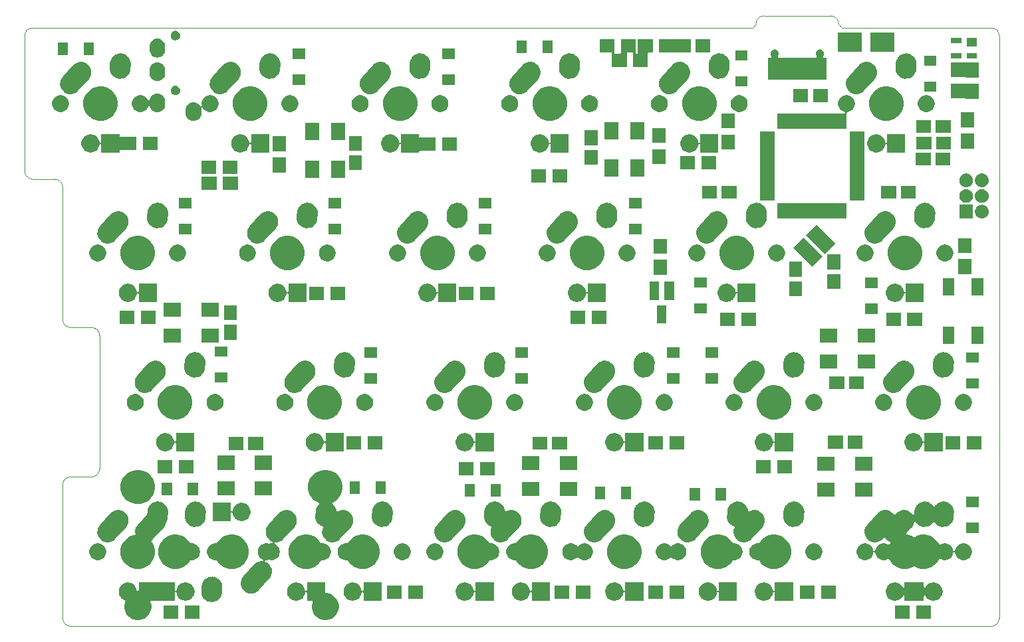
<source format=gbr>
G04 #@! TF.GenerationSoftware,KiCad,Pcbnew,(6.0.0-rc1-dev-1291-g61b749f0b)*
G04 #@! TF.CreationDate,2018-12-05T20:39:08+02:00
G04 #@! TF.ProjectId,TS48_right,54533438-5f72-4696-9768-742e6b696361,rev?*
G04 #@! TF.SameCoordinates,Original*
G04 #@! TF.FileFunction,Soldermask,Bot*
G04 #@! TF.FilePolarity,Negative*
%FSLAX46Y46*%
G04 Gerber Fmt 4.6, Leading zero omitted, Abs format (unit mm)*
G04 Created by KiCad (PCBNEW (6.0.0-rc1-dev-1291-g61b749f0b)) date 12/5/2018 8:39:08 PM*
%MOMM*%
%LPD*%
G01*
G04 APERTURE LIST*
%ADD10C,0.100000*%
G04 APERTURE END LIST*
D10*
X183769000Y-67945000D02*
X92075000Y-67945000D01*
X195072000Y-67945000D02*
X214122000Y-67945000D01*
X184150000Y-67437000D02*
X183769000Y-67945000D01*
X194691000Y-67437000D02*
X195072000Y-67945000D01*
X215138000Y-143256000D02*
X215138000Y-68961000D01*
X96901000Y-144272000D02*
X214122000Y-144272000D01*
X95885000Y-126238000D02*
X95885000Y-143256000D01*
X99568000Y-125222000D02*
X96901000Y-125222000D01*
X100584000Y-107188000D02*
X100584000Y-124206000D01*
X96901000Y-106172000D02*
X99568000Y-106172000D01*
X95885000Y-88265000D02*
X95885000Y-105156000D01*
X92075000Y-87249000D02*
X94869000Y-87249000D01*
X91059000Y-68961000D02*
X91059000Y-86233000D01*
X193675000Y-66421000D02*
X185166000Y-66421000D01*
X193673731Y-66419731D02*
G75*
G02X194691000Y-67437000I0J-1017269D01*
G01*
X184148731Y-67438269D02*
G75*
G02X185166000Y-66421000I1017269J0D01*
G01*
X91059000Y-68961000D02*
G75*
G02X92076269Y-67943731I1017269J0D01*
G01*
X92075000Y-87249000D02*
G75*
G02X91057731Y-86231731I0J1017269D01*
G01*
X94869000Y-87249000D02*
G75*
G02X95886269Y-88266269I0J-1017269D01*
G01*
X96901000Y-106172000D02*
G75*
G02X95883731Y-105154731I0J1017269D01*
G01*
X99568000Y-106172000D02*
G75*
G02X100585269Y-107189269I0J-1017269D01*
G01*
X100584000Y-124206000D02*
G75*
G02X99566731Y-125223269I-1017269J0D01*
G01*
X95883731Y-126239269D02*
G75*
G02X96901000Y-125222000I1017269J0D01*
G01*
X96901000Y-144272000D02*
G75*
G02X95883731Y-143254731I0J1017269D01*
G01*
X215138000Y-143256000D02*
G75*
G02X214120731Y-144273269I-1017269J0D01*
G01*
X214122000Y-67945000D02*
G75*
G02X215139269Y-68962269I0J-1017269D01*
G01*
G36*
X125863912Y-138716987D02*
X125938132Y-138731750D01*
X126025009Y-138767736D01*
X126147872Y-138818627D01*
X126336639Y-138944757D01*
X126497163Y-139105281D01*
X126623293Y-139294048D01*
X126662028Y-139387563D01*
X126710170Y-139503788D01*
X126721035Y-139558409D01*
X126741862Y-139663114D01*
X126748975Y-139686564D01*
X126760526Y-139708174D01*
X126776072Y-139727116D01*
X126795014Y-139742662D01*
X126816625Y-139754213D01*
X126840074Y-139761326D01*
X126864460Y-139763728D01*
X126888846Y-139761326D01*
X126912296Y-139754213D01*
X126933906Y-139742662D01*
X126952848Y-139727116D01*
X126968394Y-139708174D01*
X126979945Y-139686563D01*
X126987058Y-139663114D01*
X126989460Y-139638728D01*
X126989460Y-138687460D01*
X129294460Y-138687460D01*
X129294460Y-139895940D01*
X129296862Y-139920326D01*
X129303975Y-139943775D01*
X129315526Y-139965386D01*
X129331072Y-139984328D01*
X129350014Y-139999874D01*
X129371625Y-140011425D01*
X129395074Y-140018538D01*
X129419460Y-140020940D01*
X129497961Y-140020940D01*
X129831032Y-140087192D01*
X130144779Y-140217150D01*
X130427149Y-140405824D01*
X130667276Y-140645951D01*
X130855950Y-140928321D01*
X130985908Y-141242068D01*
X131052160Y-141575139D01*
X131052160Y-141914741D01*
X130985908Y-142247812D01*
X130855950Y-142561559D01*
X130667276Y-142843929D01*
X130427149Y-143084056D01*
X130144779Y-143272730D01*
X129831032Y-143402688D01*
X129497961Y-143468940D01*
X129158359Y-143468940D01*
X128825288Y-143402688D01*
X128511541Y-143272730D01*
X128229171Y-143084056D01*
X127989044Y-142843929D01*
X127800370Y-142561559D01*
X127670412Y-142247812D01*
X127604160Y-141914741D01*
X127604160Y-141575139D01*
X127670412Y-141242067D01*
X127702212Y-141165295D01*
X127709325Y-141141846D01*
X127711727Y-141117460D01*
X127709325Y-141093073D01*
X127702212Y-141069624D01*
X127690661Y-141048013D01*
X127675115Y-141029071D01*
X127656173Y-141013526D01*
X127634562Y-141001975D01*
X127611113Y-140994862D01*
X127586727Y-140992460D01*
X126989460Y-140992460D01*
X126989460Y-140041192D01*
X126987058Y-140016806D01*
X126979945Y-139993357D01*
X126968394Y-139971746D01*
X126952848Y-139952804D01*
X126933906Y-139937258D01*
X126912295Y-139925707D01*
X126888846Y-139918594D01*
X126864460Y-139916192D01*
X126840074Y-139918594D01*
X126816625Y-139925707D01*
X126795014Y-139937258D01*
X126776072Y-139952804D01*
X126760526Y-139971746D01*
X126748975Y-139993357D01*
X126741862Y-140016806D01*
X126730763Y-140072606D01*
X126710170Y-140176132D01*
X126685843Y-140234863D01*
X126623293Y-140385872D01*
X126497163Y-140574639D01*
X126336639Y-140735163D01*
X126147872Y-140861293D01*
X126025009Y-140912184D01*
X125938132Y-140948170D01*
X125904891Y-140954782D01*
X125715473Y-140992460D01*
X125488447Y-140992460D01*
X125299029Y-140954782D01*
X125265788Y-140948170D01*
X125178911Y-140912184D01*
X125056048Y-140861293D01*
X124867281Y-140735163D01*
X124706757Y-140574639D01*
X124580627Y-140385872D01*
X124518077Y-140234863D01*
X124493750Y-140176132D01*
X124474157Y-140077632D01*
X124449460Y-139953473D01*
X124449460Y-139726447D01*
X124493750Y-139503789D01*
X124580627Y-139294048D01*
X124706757Y-139105281D01*
X124867281Y-138944757D01*
X125056048Y-138818627D01*
X125178911Y-138767736D01*
X125265788Y-138731750D01*
X125340008Y-138716987D01*
X125488447Y-138687460D01*
X125715473Y-138687460D01*
X125863912Y-138716987D01*
X125863912Y-138716987D01*
G37*
G36*
X104436912Y-138716987D02*
X104511132Y-138731750D01*
X104598009Y-138767736D01*
X104720872Y-138818627D01*
X104909639Y-138944757D01*
X105070163Y-139105281D01*
X105196293Y-139294048D01*
X105235028Y-139387563D01*
X105283170Y-139503788D01*
X105294035Y-139558409D01*
X105314862Y-139663114D01*
X105321975Y-139686564D01*
X105333526Y-139708174D01*
X105349072Y-139727116D01*
X105368014Y-139742662D01*
X105389625Y-139754213D01*
X105413074Y-139761326D01*
X105437460Y-139763728D01*
X105461846Y-139761326D01*
X105485296Y-139754213D01*
X105506906Y-139742662D01*
X105525848Y-139727116D01*
X105541394Y-139708174D01*
X105552945Y-139686563D01*
X105560058Y-139663114D01*
X105562460Y-139638728D01*
X105562460Y-138687460D01*
X107983323Y-138687460D01*
X107992460Y-138688360D01*
X110129680Y-138688360D01*
X110129680Y-139639628D01*
X110132082Y-139664014D01*
X110139195Y-139687463D01*
X110150746Y-139709074D01*
X110166292Y-139728016D01*
X110185234Y-139743562D01*
X110206845Y-139755113D01*
X110230294Y-139762226D01*
X110254680Y-139764628D01*
X110279066Y-139762226D01*
X110302515Y-139755113D01*
X110324126Y-139743562D01*
X110343068Y-139728016D01*
X110358614Y-139709074D01*
X110370165Y-139687463D01*
X110377278Y-139664014D01*
X110398284Y-139558409D01*
X110408970Y-139504688D01*
X110479168Y-139335215D01*
X110495847Y-139294948D01*
X110621977Y-139106181D01*
X110782501Y-138945657D01*
X110971268Y-138819527D01*
X111094131Y-138768636D01*
X111181008Y-138732650D01*
X111255228Y-138717887D01*
X111403667Y-138688360D01*
X111630693Y-138688360D01*
X111779132Y-138717887D01*
X111853352Y-138732650D01*
X111940229Y-138768636D01*
X112063092Y-138819527D01*
X112251859Y-138945657D01*
X112412383Y-139106181D01*
X112538513Y-139294948D01*
X112555192Y-139335215D01*
X112625018Y-139503789D01*
X112625390Y-139504689D01*
X112669680Y-139727347D01*
X112669680Y-139954373D01*
X112640153Y-140102812D01*
X112625390Y-140177032D01*
X112589528Y-140263609D01*
X112538513Y-140386772D01*
X112412383Y-140575539D01*
X112251859Y-140736063D01*
X112063092Y-140862193D01*
X111940229Y-140913084D01*
X111853352Y-140949070D01*
X111779132Y-140963833D01*
X111630693Y-140993360D01*
X111403667Y-140993360D01*
X111255228Y-140963833D01*
X111181008Y-140949070D01*
X111094131Y-140913084D01*
X110971268Y-140862193D01*
X110782501Y-140736063D01*
X110621977Y-140575539D01*
X110495847Y-140386772D01*
X110444832Y-140263609D01*
X110408970Y-140177032D01*
X110381950Y-140041192D01*
X110377278Y-140017706D01*
X110370165Y-139994256D01*
X110358614Y-139972646D01*
X110343068Y-139953704D01*
X110324126Y-139938158D01*
X110302515Y-139926607D01*
X110279066Y-139919494D01*
X110254680Y-139917092D01*
X110230294Y-139919494D01*
X110206844Y-139926607D01*
X110185234Y-139938158D01*
X110166292Y-139953704D01*
X110150746Y-139972646D01*
X110139195Y-139994257D01*
X110132082Y-140017706D01*
X110129680Y-140042092D01*
X110129680Y-140993360D01*
X107708817Y-140993360D01*
X107699680Y-140992460D01*
X107193593Y-140992460D01*
X107169207Y-140994862D01*
X107145758Y-141001975D01*
X107124147Y-141013526D01*
X107105205Y-141029072D01*
X107089659Y-141048014D01*
X107078108Y-141069625D01*
X107070995Y-141093074D01*
X107068593Y-141117460D01*
X107070995Y-141141846D01*
X107078108Y-141165295D01*
X107109908Y-141242067D01*
X107176160Y-141575139D01*
X107176160Y-141914741D01*
X107109908Y-142247812D01*
X106979950Y-142561559D01*
X106791276Y-142843929D01*
X106551149Y-143084056D01*
X106268779Y-143272730D01*
X105955032Y-143402688D01*
X105621961Y-143468940D01*
X105282359Y-143468940D01*
X104949288Y-143402688D01*
X104635541Y-143272730D01*
X104353171Y-143084056D01*
X104113044Y-142843929D01*
X103924370Y-142561559D01*
X103794412Y-142247812D01*
X103728160Y-141914741D01*
X103728160Y-141575139D01*
X103794412Y-141242068D01*
X103856984Y-141091005D01*
X103864097Y-141067556D01*
X103866499Y-141043170D01*
X103864097Y-141018784D01*
X103856984Y-140995334D01*
X103845433Y-140973724D01*
X103829887Y-140954782D01*
X103810945Y-140939236D01*
X103789337Y-140927687D01*
X103745168Y-140909391D01*
X103629047Y-140861293D01*
X103440281Y-140735163D01*
X103279757Y-140574639D01*
X103153627Y-140385872D01*
X103091077Y-140234863D01*
X103066750Y-140176132D01*
X103047157Y-140077632D01*
X103022460Y-139953473D01*
X103022460Y-139726447D01*
X103066750Y-139503789D01*
X103153627Y-139294048D01*
X103279757Y-139105281D01*
X103440281Y-138944757D01*
X103629048Y-138818627D01*
X103751911Y-138767736D01*
X103838788Y-138731750D01*
X103913008Y-138716987D01*
X104061447Y-138687460D01*
X104288473Y-138687460D01*
X104436912Y-138716987D01*
X104436912Y-138716987D01*
G37*
G36*
X206436000Y-143344000D02*
X204536000Y-143344000D01*
X204536000Y-141644000D01*
X206436000Y-141644000D01*
X206436000Y-143344000D01*
X206436000Y-143344000D01*
G37*
G36*
X203736000Y-143344000D02*
X201836000Y-143344000D01*
X201836000Y-141644000D01*
X203736000Y-141644000D01*
X203736000Y-143344000D01*
X203736000Y-143344000D01*
G37*
G36*
X110598000Y-143344000D02*
X108698000Y-143344000D01*
X108698000Y-141644000D01*
X110598000Y-141644000D01*
X110598000Y-143344000D01*
X110598000Y-143344000D01*
G37*
G36*
X113298000Y-143344000D02*
X111398000Y-143344000D01*
X111398000Y-141644000D01*
X113298000Y-141644000D01*
X113298000Y-143344000D01*
X113298000Y-143344000D01*
G37*
G36*
X115110448Y-137953381D02*
X115239133Y-137975077D01*
X115415880Y-138042289D01*
X115483092Y-138067847D01*
X115704265Y-138206428D01*
X115894152Y-138385495D01*
X116045457Y-138598167D01*
X116152363Y-138836269D01*
X116210764Y-139090654D01*
X116214469Y-139216982D01*
X116216498Y-139286168D01*
X116175456Y-139881273D01*
X116175160Y-139889873D01*
X116175160Y-139970441D01*
X116160908Y-140042092D01*
X116153838Y-140077632D01*
X116153181Y-140081209D01*
X116147374Y-140115650D01*
X116135022Y-140188913D01*
X116131782Y-140197433D01*
X116126023Y-140217470D01*
X116124241Y-140226428D01*
X116082388Y-140327471D01*
X116081090Y-140330739D01*
X116042252Y-140432872D01*
X116037542Y-140440389D01*
X116037414Y-140440593D01*
X116027858Y-140459119D01*
X116024360Y-140467563D01*
X116010555Y-140488224D01*
X115963634Y-140558446D01*
X115961674Y-140561475D01*
X115903672Y-140654045D01*
X115897412Y-140660683D01*
X115884428Y-140676986D01*
X115879353Y-140684581D01*
X115802060Y-140761874D01*
X115799575Y-140764432D01*
X115724605Y-140843932D01*
X115717167Y-140849224D01*
X115701258Y-140862676D01*
X115694801Y-140869133D01*
X115694798Y-140869135D01*
X115603883Y-140929883D01*
X115601001Y-140931870D01*
X115511933Y-140995237D01*
X115503610Y-140998974D01*
X115485376Y-141009067D01*
X115477787Y-141014138D01*
X115477784Y-141014139D01*
X115477783Y-141014140D01*
X115376780Y-141055977D01*
X115373483Y-141057400D01*
X115273830Y-141102143D01*
X115264943Y-141104183D01*
X115245084Y-141110527D01*
X115236648Y-141114021D01*
X115129439Y-141135346D01*
X115125950Y-141136093D01*
X115019445Y-141160544D01*
X115010337Y-141160811D01*
X114989615Y-141163159D01*
X114980661Y-141164940D01*
X114871371Y-141164940D01*
X114867707Y-141164994D01*
X114857443Y-141165295D01*
X114758557Y-141168195D01*
X114758556Y-141168195D01*
X114749570Y-141166680D01*
X114728788Y-141164940D01*
X114719659Y-141164940D01*
X114612443Y-141143613D01*
X114608886Y-141142960D01*
X114501187Y-141124802D01*
X114492666Y-141121562D01*
X114472630Y-141115803D01*
X114463672Y-141114021D01*
X114362629Y-141072168D01*
X114359361Y-141070870D01*
X114257228Y-141032032D01*
X114249505Y-141027193D01*
X114230981Y-141017638D01*
X114222537Y-141014140D01*
X114162050Y-140973724D01*
X114131654Y-140953414D01*
X114128625Y-140951454D01*
X114036055Y-140893452D01*
X114029417Y-140887192D01*
X114013114Y-140874208D01*
X114005519Y-140869133D01*
X113928226Y-140791840D01*
X113925668Y-140789355D01*
X113846168Y-140714385D01*
X113840876Y-140706947D01*
X113827424Y-140691038D01*
X113820967Y-140684581D01*
X113815892Y-140676986D01*
X113760217Y-140593663D01*
X113758230Y-140590781D01*
X113694863Y-140501713D01*
X113691126Y-140493390D01*
X113681033Y-140475156D01*
X113675962Y-140467567D01*
X113674417Y-140463838D01*
X113634109Y-140366526D01*
X113632683Y-140363224D01*
X113587957Y-140263610D01*
X113585917Y-140254723D01*
X113579573Y-140234863D01*
X113576079Y-140226428D01*
X113574234Y-140217151D01*
X113554754Y-140119219D01*
X113554007Y-140115730D01*
X113529556Y-140009225D01*
X113529289Y-140000117D01*
X113526941Y-139979395D01*
X113525160Y-139970441D01*
X113525160Y-139861153D01*
X113525106Y-139857489D01*
X113523822Y-139813713D01*
X113524864Y-139798606D01*
X113525160Y-139790006D01*
X113525160Y-139709439D01*
X113532563Y-139672222D01*
X113534669Y-139656435D01*
X113539806Y-139581955D01*
X113572779Y-139103841D01*
X113599449Y-138945657D01*
X113605298Y-138910966D01*
X113672794Y-138733471D01*
X113698068Y-138667008D01*
X113836648Y-138445835D01*
X114015715Y-138255947D01*
X114228387Y-138104643D01*
X114466490Y-137997737D01*
X114527379Y-137983758D01*
X114720873Y-137939335D01*
X114855035Y-137935401D01*
X114981763Y-137931684D01*
X115110448Y-137953381D01*
X115110448Y-137953381D01*
G37*
G36*
X133051132Y-138717887D02*
X133125352Y-138732650D01*
X133212229Y-138768636D01*
X133335092Y-138819527D01*
X133523859Y-138945657D01*
X133684383Y-139106181D01*
X133810513Y-139294948D01*
X133827192Y-139335215D01*
X133897390Y-139504688D01*
X133908076Y-139558409D01*
X133929082Y-139664014D01*
X133936195Y-139687464D01*
X133947746Y-139709074D01*
X133963292Y-139728016D01*
X133982234Y-139743562D01*
X134003845Y-139755113D01*
X134027294Y-139762226D01*
X134051680Y-139764628D01*
X134076066Y-139762226D01*
X134099516Y-139755113D01*
X134121126Y-139743562D01*
X134140068Y-139728016D01*
X134155614Y-139709074D01*
X134167165Y-139687463D01*
X134174278Y-139664014D01*
X134176680Y-139639628D01*
X134176680Y-138688360D01*
X136481680Y-138688360D01*
X136481680Y-140993360D01*
X134176680Y-140993360D01*
X134176680Y-140042092D01*
X134174278Y-140017706D01*
X134167165Y-139994257D01*
X134155614Y-139972646D01*
X134140068Y-139953704D01*
X134121126Y-139938158D01*
X134099515Y-139926607D01*
X134076066Y-139919494D01*
X134051680Y-139917092D01*
X134027294Y-139919494D01*
X134003845Y-139926607D01*
X133982234Y-139938158D01*
X133963292Y-139953704D01*
X133947746Y-139972646D01*
X133936195Y-139994257D01*
X133929082Y-140017706D01*
X133924410Y-140041192D01*
X133897390Y-140177032D01*
X133861528Y-140263609D01*
X133810513Y-140386772D01*
X133684383Y-140575539D01*
X133523859Y-140736063D01*
X133335092Y-140862193D01*
X133212229Y-140913084D01*
X133125352Y-140949070D01*
X133051132Y-140963833D01*
X132902693Y-140993360D01*
X132675667Y-140993360D01*
X132527228Y-140963833D01*
X132453008Y-140949070D01*
X132366131Y-140913084D01*
X132243268Y-140862193D01*
X132054501Y-140736063D01*
X131893977Y-140575539D01*
X131767847Y-140386772D01*
X131716832Y-140263609D01*
X131680970Y-140177032D01*
X131666207Y-140102812D01*
X131636680Y-139954373D01*
X131636680Y-139727347D01*
X131680970Y-139504689D01*
X131681343Y-139503789D01*
X131751168Y-139335215D01*
X131767847Y-139294948D01*
X131893977Y-139106181D01*
X132054501Y-138945657D01*
X132243268Y-138819527D01*
X132366131Y-138768636D01*
X132453008Y-138732650D01*
X132527228Y-138717887D01*
X132675667Y-138688360D01*
X132902693Y-138688360D01*
X133051132Y-138717887D01*
X133051132Y-138717887D01*
G37*
G36*
X205504460Y-138688360D02*
X205538680Y-138688360D01*
X205538680Y-139191696D01*
X205541082Y-139216082D01*
X205548195Y-139239531D01*
X205559746Y-139261142D01*
X205575292Y-139280084D01*
X205594234Y-139295630D01*
X205615845Y-139307181D01*
X205639294Y-139314294D01*
X205663680Y-139316696D01*
X205688066Y-139314294D01*
X205711515Y-139307181D01*
X205733126Y-139295630D01*
X205752068Y-139280084D01*
X205767614Y-139261142D01*
X205871757Y-139105281D01*
X206032281Y-138944757D01*
X206221048Y-138818627D01*
X206343911Y-138767736D01*
X206430788Y-138731750D01*
X206505008Y-138716987D01*
X206653447Y-138687460D01*
X206880473Y-138687460D01*
X207028912Y-138716987D01*
X207103132Y-138731750D01*
X207190009Y-138767736D01*
X207312872Y-138818627D01*
X207501639Y-138944757D01*
X207662163Y-139105281D01*
X207788293Y-139294048D01*
X207875170Y-139503789D01*
X207919460Y-139726447D01*
X207919460Y-139953473D01*
X207894763Y-140077632D01*
X207875170Y-140176132D01*
X207850843Y-140234863D01*
X207788293Y-140385872D01*
X207662163Y-140574639D01*
X207501639Y-140735163D01*
X207312872Y-140861293D01*
X207190009Y-140912184D01*
X207103132Y-140948170D01*
X207069891Y-140954782D01*
X206880473Y-140992460D01*
X206653447Y-140992460D01*
X206464029Y-140954782D01*
X206430788Y-140948170D01*
X206343911Y-140912184D01*
X206221048Y-140861293D01*
X206032281Y-140735163D01*
X205871757Y-140574639D01*
X205767614Y-140418778D01*
X205752068Y-140399836D01*
X205733126Y-140384290D01*
X205711515Y-140372739D01*
X205688066Y-140365626D01*
X205663680Y-140363224D01*
X205639294Y-140365626D01*
X205615845Y-140372739D01*
X205594234Y-140384290D01*
X205575292Y-140399836D01*
X205559746Y-140418778D01*
X205548195Y-140440389D01*
X205541082Y-140463838D01*
X205538680Y-140488224D01*
X205538680Y-140993360D01*
X203117817Y-140993360D01*
X203108680Y-140992460D01*
X203074460Y-140992460D01*
X203074460Y-140489124D01*
X203072058Y-140464738D01*
X203064945Y-140441289D01*
X203053394Y-140419678D01*
X203037848Y-140400736D01*
X203018906Y-140385190D01*
X202997295Y-140373639D01*
X202973846Y-140366526D01*
X202949460Y-140364124D01*
X202925074Y-140366526D01*
X202901625Y-140373639D01*
X202880014Y-140385190D01*
X202861072Y-140400736D01*
X202845526Y-140419678D01*
X202741383Y-140575539D01*
X202580859Y-140736063D01*
X202392092Y-140862193D01*
X202269229Y-140913084D01*
X202182352Y-140949070D01*
X202108132Y-140963833D01*
X201959693Y-140993360D01*
X201732667Y-140993360D01*
X201584228Y-140963833D01*
X201510008Y-140949070D01*
X201423131Y-140913084D01*
X201300268Y-140862193D01*
X201111501Y-140736063D01*
X200950977Y-140575539D01*
X200824847Y-140386772D01*
X200773832Y-140263609D01*
X200737970Y-140177032D01*
X200723207Y-140102812D01*
X200693680Y-139954373D01*
X200693680Y-139727347D01*
X200737970Y-139504689D01*
X200738343Y-139503789D01*
X200808168Y-139335215D01*
X200824847Y-139294948D01*
X200950977Y-139106181D01*
X201111501Y-138945657D01*
X201300268Y-138819527D01*
X201423131Y-138768636D01*
X201510008Y-138732650D01*
X201584228Y-138717887D01*
X201732667Y-138688360D01*
X201959693Y-138688360D01*
X202108132Y-138717887D01*
X202182352Y-138732650D01*
X202269229Y-138768636D01*
X202392092Y-138819527D01*
X202580859Y-138945657D01*
X202741383Y-139106181D01*
X202845526Y-139262042D01*
X202861072Y-139280984D01*
X202880014Y-139296530D01*
X202901625Y-139308081D01*
X202925074Y-139315194D01*
X202949460Y-139317596D01*
X202973846Y-139315194D01*
X202997295Y-139308081D01*
X203018906Y-139296530D01*
X203037848Y-139280984D01*
X203053394Y-139262042D01*
X203064945Y-139240431D01*
X203072058Y-139216982D01*
X203074460Y-139192596D01*
X203074460Y-138687460D01*
X205495323Y-138687460D01*
X205504460Y-138688360D01*
X205504460Y-138688360D01*
G37*
G36*
X178296132Y-138717887D02*
X178370352Y-138732650D01*
X178457229Y-138768636D01*
X178580092Y-138819527D01*
X178768859Y-138945657D01*
X178929383Y-139106181D01*
X179055513Y-139294948D01*
X179072192Y-139335215D01*
X179142390Y-139504688D01*
X179153076Y-139558409D01*
X179174082Y-139664014D01*
X179181195Y-139687464D01*
X179192746Y-139709074D01*
X179208292Y-139728016D01*
X179227234Y-139743562D01*
X179248845Y-139755113D01*
X179272294Y-139762226D01*
X179296680Y-139764628D01*
X179321066Y-139762226D01*
X179344516Y-139755113D01*
X179366126Y-139743562D01*
X179385068Y-139728016D01*
X179400614Y-139709074D01*
X179412165Y-139687463D01*
X179419278Y-139664014D01*
X179421680Y-139639628D01*
X179421680Y-138688360D01*
X181726680Y-138688360D01*
X181726680Y-140993360D01*
X179421680Y-140993360D01*
X179421680Y-140042092D01*
X179419278Y-140017706D01*
X179412165Y-139994257D01*
X179400614Y-139972646D01*
X179385068Y-139953704D01*
X179366126Y-139938158D01*
X179344515Y-139926607D01*
X179321066Y-139919494D01*
X179296680Y-139917092D01*
X179272294Y-139919494D01*
X179248845Y-139926607D01*
X179227234Y-139938158D01*
X179208292Y-139953704D01*
X179192746Y-139972646D01*
X179181195Y-139994257D01*
X179174082Y-140017706D01*
X179169410Y-140041192D01*
X179142390Y-140177032D01*
X179106528Y-140263609D01*
X179055513Y-140386772D01*
X178929383Y-140575539D01*
X178768859Y-140736063D01*
X178580092Y-140862193D01*
X178457229Y-140913084D01*
X178370352Y-140949070D01*
X178296132Y-140963833D01*
X178147693Y-140993360D01*
X177920667Y-140993360D01*
X177772228Y-140963833D01*
X177698008Y-140949070D01*
X177611131Y-140913084D01*
X177488268Y-140862193D01*
X177299501Y-140736063D01*
X177138977Y-140575539D01*
X177012847Y-140386772D01*
X176961832Y-140263609D01*
X176925970Y-140177032D01*
X176911207Y-140102812D01*
X176881680Y-139954373D01*
X176881680Y-139727347D01*
X176925970Y-139504689D01*
X176926343Y-139503789D01*
X176996168Y-139335215D01*
X177012847Y-139294948D01*
X177138977Y-139106181D01*
X177299501Y-138945657D01*
X177488268Y-138819527D01*
X177611131Y-138768636D01*
X177698008Y-138732650D01*
X177772228Y-138717887D01*
X177920667Y-138688360D01*
X178147693Y-138688360D01*
X178296132Y-138717887D01*
X178296132Y-138717887D01*
G37*
G36*
X154483132Y-138717887D02*
X154557352Y-138732650D01*
X154644229Y-138768636D01*
X154767092Y-138819527D01*
X154955859Y-138945657D01*
X155116383Y-139106181D01*
X155242513Y-139294948D01*
X155259192Y-139335215D01*
X155329390Y-139504688D01*
X155340076Y-139558409D01*
X155361082Y-139664014D01*
X155368195Y-139687464D01*
X155379746Y-139709074D01*
X155395292Y-139728016D01*
X155414234Y-139743562D01*
X155435845Y-139755113D01*
X155459294Y-139762226D01*
X155483680Y-139764628D01*
X155508066Y-139762226D01*
X155531516Y-139755113D01*
X155553126Y-139743562D01*
X155572068Y-139728016D01*
X155587614Y-139709074D01*
X155599165Y-139687463D01*
X155606278Y-139664014D01*
X155608680Y-139639628D01*
X155608680Y-138688360D01*
X157913680Y-138688360D01*
X157913680Y-140993360D01*
X155608680Y-140993360D01*
X155608680Y-140042092D01*
X155606278Y-140017706D01*
X155599165Y-139994257D01*
X155587614Y-139972646D01*
X155572068Y-139953704D01*
X155553126Y-139938158D01*
X155531515Y-139926607D01*
X155508066Y-139919494D01*
X155483680Y-139917092D01*
X155459294Y-139919494D01*
X155435845Y-139926607D01*
X155414234Y-139938158D01*
X155395292Y-139953704D01*
X155379746Y-139972646D01*
X155368195Y-139994257D01*
X155361082Y-140017706D01*
X155356410Y-140041192D01*
X155329390Y-140177032D01*
X155293528Y-140263609D01*
X155242513Y-140386772D01*
X155116383Y-140575539D01*
X154955859Y-140736063D01*
X154767092Y-140862193D01*
X154644229Y-140913084D01*
X154557352Y-140949070D01*
X154483132Y-140963833D01*
X154334693Y-140993360D01*
X154107667Y-140993360D01*
X153959228Y-140963833D01*
X153885008Y-140949070D01*
X153798131Y-140913084D01*
X153675268Y-140862193D01*
X153486501Y-140736063D01*
X153325977Y-140575539D01*
X153199847Y-140386772D01*
X153148832Y-140263609D01*
X153112970Y-140177032D01*
X153098207Y-140102812D01*
X153068680Y-139954373D01*
X153068680Y-139727347D01*
X153112970Y-139504689D01*
X153113343Y-139503789D01*
X153183168Y-139335215D01*
X153199847Y-139294948D01*
X153325977Y-139106181D01*
X153486501Y-138945657D01*
X153675268Y-138819527D01*
X153798131Y-138768636D01*
X153885008Y-138732650D01*
X153959228Y-138717887D01*
X154107667Y-138688360D01*
X154334693Y-138688360D01*
X154483132Y-138717887D01*
X154483132Y-138717887D01*
G37*
G36*
X166388912Y-138716987D02*
X166463132Y-138731750D01*
X166550009Y-138767736D01*
X166672872Y-138818627D01*
X166861639Y-138944757D01*
X167022163Y-139105281D01*
X167148293Y-139294048D01*
X167187028Y-139387563D01*
X167235170Y-139503788D01*
X167246035Y-139558409D01*
X167266862Y-139663114D01*
X167273975Y-139686564D01*
X167285526Y-139708174D01*
X167301072Y-139727116D01*
X167320014Y-139742662D01*
X167341625Y-139754213D01*
X167365074Y-139761326D01*
X167389460Y-139763728D01*
X167413846Y-139761326D01*
X167437296Y-139754213D01*
X167458906Y-139742662D01*
X167477848Y-139727116D01*
X167493394Y-139708174D01*
X167504945Y-139686563D01*
X167512058Y-139663114D01*
X167514460Y-139638728D01*
X167514460Y-138687460D01*
X169819460Y-138687460D01*
X169819460Y-140992460D01*
X167514460Y-140992460D01*
X167514460Y-140041192D01*
X167512058Y-140016806D01*
X167504945Y-139993357D01*
X167493394Y-139971746D01*
X167477848Y-139952804D01*
X167458906Y-139937258D01*
X167437295Y-139925707D01*
X167413846Y-139918594D01*
X167389460Y-139916192D01*
X167365074Y-139918594D01*
X167341625Y-139925707D01*
X167320014Y-139937258D01*
X167301072Y-139952804D01*
X167285526Y-139971746D01*
X167273975Y-139993357D01*
X167266862Y-140016806D01*
X167255763Y-140072606D01*
X167235170Y-140176132D01*
X167210843Y-140234863D01*
X167148293Y-140385872D01*
X167022163Y-140574639D01*
X166861639Y-140735163D01*
X166672872Y-140861293D01*
X166550009Y-140912184D01*
X166463132Y-140948170D01*
X166429891Y-140954782D01*
X166240473Y-140992460D01*
X166013447Y-140992460D01*
X165824029Y-140954782D01*
X165790788Y-140948170D01*
X165703911Y-140912184D01*
X165581048Y-140861293D01*
X165392281Y-140735163D01*
X165231757Y-140574639D01*
X165105627Y-140385872D01*
X165043077Y-140234863D01*
X165018750Y-140176132D01*
X164999157Y-140077632D01*
X164974460Y-139953473D01*
X164974460Y-139726447D01*
X165018750Y-139503789D01*
X165105627Y-139294048D01*
X165231757Y-139105281D01*
X165392281Y-138944757D01*
X165581048Y-138818627D01*
X165703911Y-138767736D01*
X165790788Y-138731750D01*
X165865008Y-138716987D01*
X166013447Y-138687460D01*
X166240473Y-138687460D01*
X166388912Y-138716987D01*
X166388912Y-138716987D01*
G37*
G36*
X147338912Y-138716987D02*
X147413132Y-138731750D01*
X147500009Y-138767736D01*
X147622872Y-138818627D01*
X147811639Y-138944757D01*
X147972163Y-139105281D01*
X148098293Y-139294048D01*
X148137028Y-139387563D01*
X148185170Y-139503788D01*
X148196035Y-139558409D01*
X148216862Y-139663114D01*
X148223975Y-139686564D01*
X148235526Y-139708174D01*
X148251072Y-139727116D01*
X148270014Y-139742662D01*
X148291625Y-139754213D01*
X148315074Y-139761326D01*
X148339460Y-139763728D01*
X148363846Y-139761326D01*
X148387296Y-139754213D01*
X148408906Y-139742662D01*
X148427848Y-139727116D01*
X148443394Y-139708174D01*
X148454945Y-139686563D01*
X148462058Y-139663114D01*
X148464460Y-139638728D01*
X148464460Y-138687460D01*
X150769460Y-138687460D01*
X150769460Y-140992460D01*
X148464460Y-140992460D01*
X148464460Y-140041192D01*
X148462058Y-140016806D01*
X148454945Y-139993357D01*
X148443394Y-139971746D01*
X148427848Y-139952804D01*
X148408906Y-139937258D01*
X148387295Y-139925707D01*
X148363846Y-139918594D01*
X148339460Y-139916192D01*
X148315074Y-139918594D01*
X148291625Y-139925707D01*
X148270014Y-139937258D01*
X148251072Y-139952804D01*
X148235526Y-139971746D01*
X148223975Y-139993357D01*
X148216862Y-140016806D01*
X148205763Y-140072606D01*
X148185170Y-140176132D01*
X148160843Y-140234863D01*
X148098293Y-140385872D01*
X147972163Y-140574639D01*
X147811639Y-140735163D01*
X147622872Y-140861293D01*
X147500009Y-140912184D01*
X147413132Y-140948170D01*
X147379891Y-140954782D01*
X147190473Y-140992460D01*
X146963447Y-140992460D01*
X146774029Y-140954782D01*
X146740788Y-140948170D01*
X146653911Y-140912184D01*
X146531048Y-140861293D01*
X146342281Y-140735163D01*
X146181757Y-140574639D01*
X146055627Y-140385872D01*
X145993077Y-140234863D01*
X145968750Y-140176132D01*
X145949157Y-140077632D01*
X145924460Y-139953473D01*
X145924460Y-139726447D01*
X145968750Y-139503789D01*
X146055627Y-139294048D01*
X146181757Y-139105281D01*
X146342281Y-138944757D01*
X146531048Y-138818627D01*
X146653911Y-138767736D01*
X146740788Y-138731750D01*
X146815008Y-138716987D01*
X146963447Y-138687460D01*
X147190473Y-138687460D01*
X147338912Y-138716987D01*
X147338912Y-138716987D01*
G37*
G36*
X185438912Y-138716987D02*
X185513132Y-138731750D01*
X185600009Y-138767736D01*
X185722872Y-138818627D01*
X185911639Y-138944757D01*
X186072163Y-139105281D01*
X186198293Y-139294048D01*
X186237028Y-139387563D01*
X186285170Y-139503788D01*
X186296035Y-139558409D01*
X186316862Y-139663114D01*
X186323975Y-139686564D01*
X186335526Y-139708174D01*
X186351072Y-139727116D01*
X186370014Y-139742662D01*
X186391625Y-139754213D01*
X186415074Y-139761326D01*
X186439460Y-139763728D01*
X186463846Y-139761326D01*
X186487296Y-139754213D01*
X186508906Y-139742662D01*
X186527848Y-139727116D01*
X186543394Y-139708174D01*
X186554945Y-139686563D01*
X186562058Y-139663114D01*
X186564460Y-139638728D01*
X186564460Y-138687460D01*
X188869460Y-138687460D01*
X188869460Y-140992460D01*
X186564460Y-140992460D01*
X186564460Y-140041192D01*
X186562058Y-140016806D01*
X186554945Y-139993357D01*
X186543394Y-139971746D01*
X186527848Y-139952804D01*
X186508906Y-139937258D01*
X186487295Y-139925707D01*
X186463846Y-139918594D01*
X186439460Y-139916192D01*
X186415074Y-139918594D01*
X186391625Y-139925707D01*
X186370014Y-139937258D01*
X186351072Y-139952804D01*
X186335526Y-139971746D01*
X186323975Y-139993357D01*
X186316862Y-140016806D01*
X186305763Y-140072606D01*
X186285170Y-140176132D01*
X186260843Y-140234863D01*
X186198293Y-140385872D01*
X186072163Y-140574639D01*
X185911639Y-140735163D01*
X185722872Y-140861293D01*
X185600009Y-140912184D01*
X185513132Y-140948170D01*
X185479891Y-140954782D01*
X185290473Y-140992460D01*
X185063447Y-140992460D01*
X184874029Y-140954782D01*
X184840788Y-140948170D01*
X184753911Y-140912184D01*
X184631048Y-140861293D01*
X184442281Y-140735163D01*
X184281757Y-140574639D01*
X184155627Y-140385872D01*
X184093077Y-140234863D01*
X184068750Y-140176132D01*
X184049157Y-140077632D01*
X184024460Y-139953473D01*
X184024460Y-139726447D01*
X184068750Y-139503789D01*
X184155627Y-139294048D01*
X184281757Y-139105281D01*
X184442281Y-138944757D01*
X184631048Y-138818627D01*
X184753911Y-138767736D01*
X184840788Y-138731750D01*
X184915008Y-138716987D01*
X185063447Y-138687460D01*
X185290473Y-138687460D01*
X185438912Y-138716987D01*
X185438912Y-138716987D01*
G37*
G36*
X139046000Y-140804000D02*
X137146000Y-140804000D01*
X137146000Y-139104000D01*
X139046000Y-139104000D01*
X139046000Y-140804000D01*
X139046000Y-140804000D01*
G37*
G36*
X141746000Y-140804000D02*
X139846000Y-140804000D01*
X139846000Y-139104000D01*
X141746000Y-139104000D01*
X141746000Y-140804000D01*
X141746000Y-140804000D01*
G37*
G36*
X160382000Y-140804000D02*
X158482000Y-140804000D01*
X158482000Y-139104000D01*
X160382000Y-139104000D01*
X160382000Y-140804000D01*
X160382000Y-140804000D01*
G37*
G36*
X163082000Y-140804000D02*
X161182000Y-140804000D01*
X161182000Y-139104000D01*
X163082000Y-139104000D01*
X163082000Y-140804000D01*
X163082000Y-140804000D01*
G37*
G36*
X172320000Y-140804000D02*
X170420000Y-140804000D01*
X170420000Y-139104000D01*
X172320000Y-139104000D01*
X172320000Y-140804000D01*
X172320000Y-140804000D01*
G37*
G36*
X175020000Y-140804000D02*
X173120000Y-140804000D01*
X173120000Y-139104000D01*
X175020000Y-139104000D01*
X175020000Y-140804000D01*
X175020000Y-140804000D01*
G37*
G36*
X194324000Y-140804000D02*
X192424000Y-140804000D01*
X192424000Y-139104000D01*
X194324000Y-139104000D01*
X194324000Y-140804000D01*
X194324000Y-140804000D01*
G37*
G36*
X191624000Y-140804000D02*
X189724000Y-140804000D01*
X189724000Y-139104000D01*
X191624000Y-139104000D01*
X191624000Y-140804000D01*
X191624000Y-140804000D01*
G37*
G36*
X124398437Y-129434840D02*
X124403893Y-129434960D01*
X124502465Y-129434960D01*
X124521977Y-129438841D01*
X124540850Y-129441122D01*
X124560719Y-129441998D01*
X124614351Y-129455147D01*
X124656412Y-129465459D01*
X124661779Y-129466650D01*
X124758448Y-129485879D01*
X124776837Y-129493496D01*
X124794893Y-129499410D01*
X124814213Y-129504147D01*
X124903519Y-129545839D01*
X124908519Y-129548040D01*
X124999583Y-129585760D01*
X125016123Y-129596812D01*
X125032687Y-129606141D01*
X125050713Y-129614556D01*
X125130155Y-129672860D01*
X125134644Y-129676005D01*
X125215296Y-129729895D01*
X125216602Y-129730768D01*
X125230665Y-129744831D01*
X125245082Y-129757205D01*
X125261128Y-129768982D01*
X125327685Y-129841681D01*
X125331473Y-129845639D01*
X125401152Y-129915318D01*
X125401154Y-129915321D01*
X125401155Y-129915322D01*
X125412209Y-129931865D01*
X125423936Y-129946814D01*
X125437373Y-129961491D01*
X125483441Y-130037485D01*
X125488459Y-130045763D01*
X125491418Y-130050410D01*
X125546160Y-130132337D01*
X125553770Y-130150710D01*
X125562361Y-130167672D01*
X125572675Y-130184686D01*
X125606360Y-130277361D01*
X125608323Y-130282411D01*
X125646041Y-130373472D01*
X125646041Y-130373474D01*
X125649920Y-130392974D01*
X125655032Y-130411270D01*
X125661835Y-130429986D01*
X125676794Y-130527465D01*
X125677739Y-130532827D01*
X125696960Y-130629457D01*
X125696960Y-130649345D01*
X125698404Y-130668286D01*
X125701425Y-130687969D01*
X125697080Y-130786481D01*
X125696960Y-130791938D01*
X125696960Y-130890461D01*
X125693081Y-130909962D01*
X125690801Y-130928833D01*
X125689924Y-130948718D01*
X125689923Y-130948722D01*
X125666454Y-131044448D01*
X125665261Y-131049822D01*
X125646041Y-131146448D01*
X125638429Y-131164825D01*
X125632515Y-131182880D01*
X125627775Y-131202212D01*
X125586065Y-131291556D01*
X125583871Y-131296541D01*
X125546160Y-131387583D01*
X125535106Y-131404127D01*
X125525788Y-131420672D01*
X125517366Y-131438712D01*
X125459021Y-131518210D01*
X125455902Y-131522663D01*
X125417214Y-131580564D01*
X125401153Y-131604601D01*
X125336631Y-131669123D01*
X125331981Y-131674031D01*
X124004701Y-133153287D01*
X124004696Y-133153292D01*
X123860429Y-133285371D01*
X123637234Y-133420673D01*
X123391934Y-133509833D01*
X123133951Y-133549423D01*
X122973339Y-133542339D01*
X122948885Y-133543663D01*
X122925145Y-133549736D01*
X122903046Y-133560324D01*
X122883437Y-133575020D01*
X122867072Y-133593258D01*
X122854580Y-133614339D01*
X122846440Y-133637452D01*
X122842966Y-133661709D01*
X122844291Y-133686177D01*
X122850364Y-133709917D01*
X122860952Y-133732016D01*
X122875648Y-133751625D01*
X122893886Y-133767990D01*
X122920009Y-133782702D01*
X122979364Y-133807288D01*
X123155435Y-133924935D01*
X123305165Y-134074665D01*
X123422813Y-134250737D01*
X123503848Y-134446374D01*
X123545160Y-134654062D01*
X123545160Y-134865818D01*
X123503848Y-135073506D01*
X123422813Y-135269143D01*
X123305165Y-135445215D01*
X123155435Y-135594945D01*
X122979363Y-135712593D01*
X122783726Y-135793628D01*
X122576038Y-135834940D01*
X122364280Y-135834940D01*
X122155496Y-135793410D01*
X122131110Y-135791008D01*
X122106724Y-135793410D01*
X121897840Y-135834960D01*
X121757617Y-135834960D01*
X121733231Y-135837362D01*
X121709782Y-135844475D01*
X121688171Y-135856026D01*
X121669229Y-135871572D01*
X121653683Y-135890514D01*
X121642132Y-135912125D01*
X121635019Y-135935574D01*
X121632617Y-135959960D01*
X121635019Y-135984346D01*
X121642132Y-136007795D01*
X121653683Y-136029406D01*
X121669229Y-136048348D01*
X121688171Y-136063894D01*
X121704734Y-136073222D01*
X121878911Y-136154536D01*
X122089326Y-136308962D01*
X122265571Y-136501471D01*
X122400873Y-136724666D01*
X122490033Y-136969966D01*
X122529623Y-137227949D01*
X122518122Y-137488698D01*
X122458779Y-137730745D01*
X122455972Y-137742195D01*
X122367509Y-137931685D01*
X122345564Y-137978692D01*
X122253126Y-138104644D01*
X122229832Y-138136383D01*
X120945367Y-139567922D01*
X120934472Y-139581955D01*
X120919355Y-139604579D01*
X120854793Y-139669141D01*
X120850143Y-139674049D01*
X120832899Y-139693267D01*
X120808500Y-139715605D01*
X120804520Y-139719414D01*
X120734802Y-139789132D01*
X120734799Y-139789134D01*
X120734798Y-139789135D01*
X120718240Y-139800199D01*
X120703290Y-139811926D01*
X120688627Y-139825351D01*
X120604396Y-139876412D01*
X120599772Y-139879357D01*
X120517783Y-139934140D01*
X120517782Y-139934141D01*
X120517781Y-139934141D01*
X120499392Y-139941758D01*
X120482432Y-139950347D01*
X120465432Y-139960653D01*
X120372811Y-139994318D01*
X120367763Y-139996280D01*
X120276648Y-140034021D01*
X120276647Y-140034021D01*
X120276645Y-140034022D01*
X120263017Y-140036732D01*
X120257129Y-140037904D01*
X120238830Y-140043017D01*
X120220132Y-140049813D01*
X120122712Y-140064763D01*
X120117344Y-140065709D01*
X120020663Y-140084940D01*
X120000760Y-140084940D01*
X119981819Y-140086385D01*
X119962149Y-140089403D01*
X119863683Y-140085060D01*
X119858226Y-140084940D01*
X119759655Y-140084940D01*
X119740143Y-140081059D01*
X119721270Y-140078778D01*
X119701401Y-140077902D01*
X119605708Y-140054441D01*
X119600341Y-140053250D01*
X119503672Y-140034021D01*
X119485283Y-140026404D01*
X119467227Y-140020490D01*
X119447907Y-140015753D01*
X119358601Y-139974061D01*
X119353601Y-139971860D01*
X119262537Y-139934140D01*
X119245994Y-139923086D01*
X119229433Y-139913759D01*
X119211407Y-139905344D01*
X119131965Y-139847040D01*
X119127466Y-139843888D01*
X119062073Y-139800194D01*
X119045522Y-139789135D01*
X119045521Y-139789134D01*
X119045518Y-139789132D01*
X119031455Y-139775069D01*
X119017038Y-139762695D01*
X119000992Y-139750918D01*
X118934435Y-139678219D01*
X118930647Y-139674261D01*
X118860968Y-139604582D01*
X118860965Y-139604578D01*
X118849911Y-139588035D01*
X118838184Y-139573086D01*
X118824747Y-139558409D01*
X118773658Y-139474133D01*
X118770702Y-139469490D01*
X118715960Y-139387563D01*
X118708350Y-139369190D01*
X118699758Y-139352226D01*
X118689446Y-139335215D01*
X118689445Y-139335214D01*
X118655760Y-139242539D01*
X118653797Y-139237489D01*
X118616079Y-139146428D01*
X118612199Y-139126924D01*
X118607088Y-139108630D01*
X118600285Y-139089914D01*
X118585326Y-138992435D01*
X118584381Y-138987073D01*
X118565160Y-138890443D01*
X118565160Y-138870555D01*
X118563716Y-138851614D01*
X118560695Y-138831931D01*
X118565040Y-138733419D01*
X118565160Y-138727963D01*
X118565160Y-138629439D01*
X118569039Y-138609938D01*
X118571319Y-138591066D01*
X118572196Y-138571183D01*
X118595668Y-138475447D01*
X118596859Y-138470077D01*
X118613683Y-138385497D01*
X118616079Y-138373452D01*
X118623691Y-138355075D01*
X118629608Y-138337012D01*
X118634346Y-138317686D01*
X118676037Y-138228382D01*
X118678257Y-138223341D01*
X118685263Y-138206428D01*
X118715960Y-138132317D01*
X118727010Y-138115780D01*
X118736340Y-138099213D01*
X118744754Y-138081190D01*
X118744754Y-138081189D01*
X118803077Y-138001720D01*
X118806203Y-137997259D01*
X118860965Y-137915302D01*
X118860967Y-137915299D01*
X118925497Y-137850769D01*
X118930147Y-137845861D01*
X119033436Y-137730745D01*
X120257423Y-136366607D01*
X120401691Y-136234529D01*
X120624885Y-136099227D01*
X120870186Y-136010067D01*
X121128168Y-135970477D01*
X121288782Y-135977561D01*
X121313236Y-135976237D01*
X121336976Y-135970164D01*
X121359075Y-135959576D01*
X121378684Y-135944880D01*
X121395049Y-135926642D01*
X121407541Y-135905561D01*
X121415681Y-135882448D01*
X121419155Y-135858191D01*
X121417830Y-135833723D01*
X121411757Y-135809983D01*
X121401169Y-135787884D01*
X121386473Y-135768275D01*
X121368235Y-135751910D01*
X121342112Y-135737198D01*
X121282756Y-135712612D01*
X121106685Y-135594965D01*
X120956955Y-135445235D01*
X120839307Y-135269163D01*
X120758272Y-135073526D01*
X120716960Y-134865838D01*
X120716960Y-134654082D01*
X120758272Y-134446394D01*
X120839307Y-134250757D01*
X120956955Y-134074685D01*
X121106685Y-133924955D01*
X121282757Y-133807307D01*
X121478394Y-133726272D01*
X121686082Y-133684960D01*
X121897840Y-133684960D01*
X122106624Y-133726490D01*
X122131010Y-133728892D01*
X122155396Y-133726490D01*
X122364280Y-133684940D01*
X122504503Y-133684940D01*
X122528889Y-133682538D01*
X122552338Y-133675425D01*
X122573949Y-133663874D01*
X122592891Y-133648328D01*
X122608437Y-133629386D01*
X122619988Y-133607775D01*
X122627101Y-133584326D01*
X122629503Y-133559940D01*
X122627101Y-133535554D01*
X122619988Y-133512105D01*
X122608437Y-133490494D01*
X122592891Y-133471552D01*
X122573949Y-133456006D01*
X122557386Y-133446678D01*
X122383209Y-133365364D01*
X122172794Y-133210938D01*
X121996549Y-133018429D01*
X121861247Y-132795234D01*
X121772087Y-132549934D01*
X121732497Y-132291951D01*
X121743998Y-132031203D01*
X121806147Y-131777709D01*
X121916556Y-131541209D01*
X122032284Y-131383523D01*
X122110310Y-131296563D01*
X122708876Y-130629459D01*
X123316756Y-129951974D01*
X123327648Y-129937945D01*
X123342765Y-129915321D01*
X123407328Y-129850758D01*
X123411958Y-129845871D01*
X123429225Y-129826627D01*
X123453660Y-129804257D01*
X123457602Y-129800484D01*
X123527318Y-129730768D01*
X123527322Y-129730765D01*
X123543877Y-129719703D01*
X123558831Y-129707972D01*
X123573493Y-129694549D01*
X123602587Y-129676912D01*
X123657721Y-129643489D01*
X123662368Y-129640530D01*
X123709519Y-129609025D01*
X123744337Y-129585760D01*
X123762736Y-129578139D01*
X123779688Y-129569552D01*
X123796685Y-129559248D01*
X123796686Y-129559248D01*
X123796687Y-129559247D01*
X123889307Y-129525582D01*
X123894367Y-129523616D01*
X123985472Y-129485879D01*
X124004991Y-129481996D01*
X124023288Y-129476884D01*
X124041988Y-129470087D01*
X124139426Y-129455134D01*
X124144765Y-129454194D01*
X124241459Y-129434960D01*
X124261359Y-129434960D01*
X124280301Y-129433515D01*
X124299970Y-129430497D01*
X124398437Y-129434840D01*
X124398437Y-129434840D01*
G37*
G36*
X208137559Y-128353221D02*
X208158332Y-128354960D01*
X208167462Y-128354960D01*
X208194081Y-128360255D01*
X208274643Y-128376280D01*
X208278238Y-128376940D01*
X208385931Y-128395097D01*
X208394457Y-128398339D01*
X208414495Y-128404098D01*
X208423448Y-128405879D01*
X208491534Y-128434081D01*
X208524397Y-128447693D01*
X208527802Y-128449045D01*
X208610792Y-128480604D01*
X208629892Y-128487867D01*
X208637624Y-128492712D01*
X208656140Y-128502263D01*
X208664583Y-128505760D01*
X208664586Y-128505762D01*
X208755442Y-128566470D01*
X208758497Y-128568447D01*
X208851065Y-128626448D01*
X208857702Y-128632707D01*
X208874011Y-128645695D01*
X208881599Y-128650765D01*
X208958877Y-128728043D01*
X208961469Y-128730562D01*
X209040952Y-128805515D01*
X209046234Y-128812940D01*
X209059699Y-128828865D01*
X209066153Y-128835319D01*
X209126880Y-128926203D01*
X209128909Y-128929146D01*
X209192257Y-129018187D01*
X209195994Y-129026510D01*
X209206087Y-129044744D01*
X209211158Y-129052333D01*
X209211159Y-129052336D01*
X209211160Y-129052337D01*
X209225529Y-129087028D01*
X209252982Y-129153305D01*
X209254425Y-129156648D01*
X209299163Y-129256289D01*
X209301205Y-129265183D01*
X209307548Y-129285040D01*
X209311041Y-129293472D01*
X209332362Y-129400659D01*
X209333123Y-129404215D01*
X209356066Y-129504147D01*
X209357564Y-129510676D01*
X209357831Y-129519782D01*
X209360179Y-129540505D01*
X209361960Y-129549459D01*
X209361960Y-129658748D01*
X209362014Y-129662399D01*
X209362320Y-129672851D01*
X209363298Y-129706188D01*
X209362256Y-129721295D01*
X209361960Y-129729895D01*
X209361960Y-129810461D01*
X209354557Y-129847678D01*
X209352451Y-129863463D01*
X209314341Y-130416059D01*
X209281822Y-130608933D01*
X209189052Y-130852892D01*
X209050472Y-131074065D01*
X208871405Y-131263952D01*
X208658733Y-131415257D01*
X208420630Y-131522163D01*
X208166245Y-131580564D01*
X207905357Y-131588215D01*
X207647987Y-131544822D01*
X207404028Y-131452052D01*
X207182855Y-131313472D01*
X206992968Y-131134405D01*
X206909715Y-131017386D01*
X206893629Y-130998917D01*
X206874240Y-130983933D01*
X206852299Y-130973020D01*
X206828652Y-130966598D01*
X206804206Y-130964912D01*
X206779900Y-130968027D01*
X206756670Y-130975825D01*
X206735407Y-130988005D01*
X206716929Y-131004099D01*
X206701946Y-131023488D01*
X206685443Y-131049827D01*
X206669692Y-131074965D01*
X206490625Y-131264852D01*
X206277953Y-131416157D01*
X206039850Y-131523063D01*
X205785465Y-131581464D01*
X205524577Y-131589115D01*
X205267207Y-131545722D01*
X205212788Y-131525028D01*
X205023248Y-131452952D01*
X204802075Y-131314372D01*
X204612188Y-131135305D01*
X204515335Y-130999170D01*
X204499248Y-130980699D01*
X204479859Y-130965716D01*
X204457918Y-130954803D01*
X204434271Y-130948381D01*
X204409825Y-130946695D01*
X204385519Y-130949810D01*
X204362289Y-130957608D01*
X204341026Y-130969788D01*
X204322547Y-130985882D01*
X204307564Y-131005271D01*
X204296651Y-131027212D01*
X204292090Y-131041855D01*
X204291454Y-131044448D01*
X204290261Y-131049822D01*
X204271041Y-131146448D01*
X204263429Y-131164825D01*
X204257515Y-131182880D01*
X204252775Y-131202212D01*
X204211065Y-131291556D01*
X204208871Y-131296541D01*
X204171160Y-131387583D01*
X204160106Y-131404127D01*
X204150788Y-131420672D01*
X204142366Y-131438712D01*
X204084021Y-131518210D01*
X204080902Y-131522663D01*
X204042214Y-131580564D01*
X204026153Y-131604601D01*
X203961631Y-131669123D01*
X203956981Y-131674031D01*
X203852877Y-131790055D01*
X203402545Y-132291951D01*
X203329021Y-132373893D01*
X203314522Y-132393648D01*
X203304156Y-132415852D01*
X203298322Y-132439651D01*
X203297242Y-132464132D01*
X203300959Y-132488353D01*
X203309330Y-132511383D01*
X203322032Y-132532337D01*
X203338579Y-132550411D01*
X203358334Y-132564910D01*
X203380538Y-132575276D01*
X203397673Y-132579971D01*
X203756114Y-132651270D01*
X203756116Y-132651271D01*
X203756117Y-132651271D01*
X204155381Y-132816651D01*
X204155382Y-132816652D01*
X204236451Y-132870820D01*
X204258062Y-132882371D01*
X204281511Y-132889484D01*
X204305898Y-132891886D01*
X204330284Y-132889484D01*
X204353733Y-132882371D01*
X204375340Y-132870822D01*
X204457759Y-132815751D01*
X204857023Y-132650371D01*
X204857024Y-132650371D01*
X204857026Y-132650370D01*
X205280878Y-132566060D01*
X205713042Y-132566060D01*
X206136894Y-132650370D01*
X206136896Y-132650371D01*
X206136897Y-132650371D01*
X206536161Y-132815751D01*
X206895490Y-133055847D01*
X207201073Y-133361430D01*
X207441169Y-133720759D01*
X207464325Y-133776663D01*
X207464536Y-133777173D01*
X207476088Y-133798784D01*
X207491633Y-133817726D01*
X207510575Y-133833271D01*
X207532186Y-133844822D01*
X207555635Y-133851935D01*
X207580021Y-133854337D01*
X207604408Y-133851935D01*
X207627857Y-133844822D01*
X207649467Y-133833271D01*
X207686978Y-133808207D01*
X207882614Y-133727172D01*
X208090302Y-133685860D01*
X208302058Y-133685860D01*
X208509746Y-133727172D01*
X208705383Y-133808207D01*
X208881455Y-133925855D01*
X209031185Y-134075585D01*
X209148833Y-134251657D01*
X209229868Y-134447295D01*
X209263882Y-134618294D01*
X209270995Y-134641744D01*
X209282546Y-134663354D01*
X209298092Y-134682296D01*
X209317034Y-134697842D01*
X209338645Y-134709393D01*
X209362094Y-134716506D01*
X209386480Y-134718908D01*
X209410866Y-134716506D01*
X209434316Y-134709393D01*
X209455926Y-134697842D01*
X209474868Y-134682296D01*
X209490414Y-134663354D01*
X209501965Y-134641743D01*
X209509078Y-134618295D01*
X209543272Y-134446394D01*
X209624307Y-134250757D01*
X209741955Y-134074685D01*
X209891685Y-133924955D01*
X210067757Y-133807307D01*
X210263394Y-133726272D01*
X210471082Y-133684960D01*
X210682838Y-133684960D01*
X210890526Y-133726272D01*
X211086163Y-133807307D01*
X211262235Y-133924955D01*
X211411965Y-134074685D01*
X211529613Y-134250757D01*
X211610648Y-134446394D01*
X211651960Y-134654082D01*
X211651960Y-134865838D01*
X211610648Y-135073526D01*
X211529613Y-135269163D01*
X211411965Y-135445235D01*
X211262235Y-135594965D01*
X211086163Y-135712613D01*
X210891101Y-135793410D01*
X210890526Y-135793648D01*
X210682838Y-135834960D01*
X210471082Y-135834960D01*
X210263394Y-135793648D01*
X210262819Y-135793410D01*
X210067757Y-135712613D01*
X209891685Y-135594965D01*
X209741955Y-135445235D01*
X209624307Y-135269163D01*
X209543272Y-135073525D01*
X209509258Y-134902526D01*
X209502145Y-134879076D01*
X209490594Y-134857466D01*
X209475048Y-134838524D01*
X209456106Y-134822978D01*
X209434495Y-134811427D01*
X209411046Y-134804314D01*
X209386660Y-134801912D01*
X209362274Y-134804314D01*
X209338824Y-134811427D01*
X209317214Y-134822978D01*
X209298272Y-134838524D01*
X209282726Y-134857466D01*
X209271175Y-134879077D01*
X209264062Y-134902525D01*
X209229868Y-135074426D01*
X209148833Y-135270063D01*
X209031185Y-135446135D01*
X208881455Y-135595865D01*
X208705383Y-135713513D01*
X208525834Y-135787884D01*
X208509746Y-135794548D01*
X208302058Y-135835860D01*
X208090302Y-135835860D01*
X207882614Y-135794548D01*
X207866526Y-135787884D01*
X207686977Y-135713513D01*
X207648883Y-135688059D01*
X207627272Y-135676508D01*
X207603823Y-135669395D01*
X207579437Y-135666993D01*
X207555051Y-135669395D01*
X207531601Y-135676508D01*
X207509991Y-135688059D01*
X207491049Y-135703605D01*
X207475503Y-135722547D01*
X207463953Y-135744154D01*
X207441169Y-135799161D01*
X207201073Y-136158490D01*
X206895490Y-136464073D01*
X206536161Y-136704169D01*
X206136897Y-136869549D01*
X206136896Y-136869549D01*
X206136894Y-136869550D01*
X205713042Y-136953860D01*
X205280878Y-136953860D01*
X204857026Y-136869550D01*
X204857024Y-136869549D01*
X204857023Y-136869549D01*
X204457759Y-136704169D01*
X204376689Y-136650000D01*
X204355078Y-136638449D01*
X204331629Y-136631336D01*
X204307242Y-136628934D01*
X204282856Y-136631336D01*
X204259407Y-136638449D01*
X204237800Y-136649998D01*
X204155381Y-136705069D01*
X203756117Y-136870449D01*
X203756116Y-136870449D01*
X203756114Y-136870450D01*
X203332262Y-136954760D01*
X202900098Y-136954760D01*
X202476246Y-136870450D01*
X202476244Y-136870449D01*
X202476243Y-136870449D01*
X202076979Y-136705069D01*
X201717650Y-136464973D01*
X201412067Y-136159390D01*
X201171971Y-135800061D01*
X201148602Y-135743644D01*
X201137052Y-135722036D01*
X201121507Y-135703094D01*
X201102565Y-135687549D01*
X201080954Y-135675998D01*
X201057505Y-135668885D01*
X201033119Y-135666483D01*
X201008732Y-135668885D01*
X200985283Y-135675998D01*
X200963673Y-135687549D01*
X200926162Y-135712613D01*
X200730526Y-135793648D01*
X200522838Y-135834960D01*
X200311082Y-135834960D01*
X200103394Y-135793648D01*
X199907757Y-135712613D01*
X199731685Y-135594965D01*
X199581955Y-135445235D01*
X199464307Y-135269163D01*
X199383272Y-135073525D01*
X199349258Y-134902526D01*
X199342145Y-134879076D01*
X199330594Y-134857466D01*
X199315048Y-134838524D01*
X199296106Y-134822978D01*
X199274495Y-134811427D01*
X199251046Y-134804314D01*
X199226660Y-134801912D01*
X199202274Y-134804314D01*
X199178824Y-134811427D01*
X199157214Y-134822978D01*
X199138272Y-134838524D01*
X199122726Y-134857466D01*
X199111175Y-134879077D01*
X199104062Y-134902525D01*
X199069868Y-135074426D01*
X198988833Y-135270063D01*
X198871185Y-135446135D01*
X198721455Y-135595865D01*
X198545383Y-135713513D01*
X198365834Y-135787884D01*
X198349746Y-135794548D01*
X198142058Y-135835860D01*
X197930302Y-135835860D01*
X197722614Y-135794548D01*
X197706526Y-135787884D01*
X197526977Y-135713513D01*
X197350905Y-135595865D01*
X197201175Y-135446135D01*
X197083527Y-135270063D01*
X197002492Y-135074426D01*
X196961180Y-134866738D01*
X196961180Y-134654982D01*
X197002492Y-134447294D01*
X197083527Y-134251657D01*
X197201175Y-134075585D01*
X197350905Y-133925855D01*
X197526977Y-133808207D01*
X197722614Y-133727172D01*
X197930302Y-133685860D01*
X198142058Y-133685860D01*
X198349746Y-133727172D01*
X198545383Y-133808207D01*
X198721455Y-133925855D01*
X198871185Y-134075585D01*
X198988833Y-134251657D01*
X199069868Y-134447295D01*
X199103882Y-134618294D01*
X199110995Y-134641744D01*
X199122546Y-134663354D01*
X199138092Y-134682296D01*
X199157034Y-134697842D01*
X199178645Y-134709393D01*
X199202094Y-134716506D01*
X199226480Y-134718908D01*
X199250866Y-134716506D01*
X199274316Y-134709393D01*
X199295926Y-134697842D01*
X199314868Y-134682296D01*
X199330414Y-134663354D01*
X199341965Y-134641743D01*
X199349078Y-134618295D01*
X199383272Y-134446394D01*
X199464307Y-134250757D01*
X199581955Y-134074685D01*
X199731685Y-133924955D01*
X199907757Y-133807307D01*
X200103394Y-133726272D01*
X200311082Y-133684960D01*
X200522838Y-133684960D01*
X200730526Y-133726272D01*
X200926163Y-133807307D01*
X200964257Y-133832761D01*
X200985868Y-133844312D01*
X201009317Y-133851425D01*
X201033703Y-133853827D01*
X201058089Y-133851425D01*
X201081539Y-133844312D01*
X201103149Y-133832761D01*
X201122091Y-133817215D01*
X201137637Y-133798273D01*
X201149188Y-133776663D01*
X201171971Y-133721659D01*
X201233581Y-133629453D01*
X201245132Y-133607842D01*
X201252245Y-133584393D01*
X201254647Y-133560007D01*
X201252245Y-133535620D01*
X201245132Y-133512171D01*
X201233580Y-133490560D01*
X201218035Y-133471618D01*
X201199093Y-133456073D01*
X201182524Y-133446742D01*
X201008211Y-133365365D01*
X201008209Y-133365364D01*
X200797794Y-133210938D01*
X200621549Y-133018429D01*
X200607789Y-132995731D01*
X200593093Y-132976122D01*
X200574855Y-132959758D01*
X200553774Y-132947266D01*
X200530661Y-132939126D01*
X200506404Y-132935652D01*
X200481935Y-132936978D01*
X200458196Y-132943051D01*
X200436097Y-132953639D01*
X200407859Y-132977051D01*
X200248921Y-133154187D01*
X200248916Y-133154192D01*
X200104649Y-133286271D01*
X199881454Y-133421573D01*
X199636154Y-133510733D01*
X199378171Y-133550323D01*
X199117423Y-133538822D01*
X198863929Y-133476673D01*
X198627429Y-133366264D01*
X198417014Y-133211838D01*
X198240769Y-133019329D01*
X198105467Y-132796134D01*
X198016307Y-132550834D01*
X197976717Y-132292851D01*
X197988218Y-132032103D01*
X198050367Y-131778609D01*
X198160776Y-131542109D01*
X198276504Y-131384423D01*
X198277312Y-131383523D01*
X198953096Y-130630359D01*
X199560976Y-129952874D01*
X199571868Y-129938845D01*
X199586985Y-129916221D01*
X199651548Y-129851658D01*
X199656178Y-129846771D01*
X199673445Y-129827527D01*
X199697880Y-129805157D01*
X199701822Y-129801384D01*
X199771538Y-129731668D01*
X199771542Y-129731665D01*
X199788097Y-129720603D01*
X199803051Y-129708872D01*
X199817713Y-129695449D01*
X199819198Y-129694549D01*
X199901941Y-129644389D01*
X199906588Y-129641430D01*
X199952947Y-129610454D01*
X199988557Y-129586660D01*
X200006956Y-129579039D01*
X200023908Y-129570452D01*
X200040905Y-129560148D01*
X200040906Y-129560148D01*
X200040907Y-129560147D01*
X200133527Y-129526482D01*
X200138587Y-129524516D01*
X200229692Y-129486779D01*
X200249211Y-129482896D01*
X200267508Y-129477784D01*
X200286208Y-129470987D01*
X200383646Y-129456034D01*
X200388985Y-129455094D01*
X200485679Y-129435860D01*
X200505579Y-129435860D01*
X200524521Y-129434415D01*
X200544190Y-129431397D01*
X200642657Y-129435740D01*
X200648113Y-129435860D01*
X200746685Y-129435860D01*
X200766197Y-129439741D01*
X200785070Y-129442022D01*
X200804939Y-129442898D01*
X200854900Y-129455147D01*
X200900632Y-129466359D01*
X200905999Y-129467550D01*
X201002668Y-129486779D01*
X201021057Y-129494396D01*
X201039113Y-129500310D01*
X201058433Y-129505047D01*
X201147739Y-129546739D01*
X201152739Y-129548940D01*
X201243803Y-129586660D01*
X201260343Y-129597712D01*
X201276907Y-129607041D01*
X201294933Y-129615456D01*
X201374375Y-129673760D01*
X201378864Y-129676905D01*
X201459516Y-129730795D01*
X201460822Y-129731668D01*
X201474885Y-129745731D01*
X201489302Y-129758105D01*
X201505348Y-129769882D01*
X201571905Y-129842581D01*
X201575693Y-129846539D01*
X201645372Y-129916218D01*
X201645374Y-129916221D01*
X201645375Y-129916222D01*
X201656429Y-129932765D01*
X201668156Y-129947714D01*
X201681593Y-129962391D01*
X201695355Y-129985094D01*
X201710047Y-130004697D01*
X201728286Y-130021062D01*
X201749367Y-130033555D01*
X201772480Y-130041694D01*
X201796736Y-130045169D01*
X201821205Y-130043844D01*
X201844945Y-130037771D01*
X201867044Y-130027183D01*
X201886652Y-130012488D01*
X201895268Y-130003785D01*
X201941758Y-129951972D01*
X201952648Y-129937945D01*
X201967765Y-129915321D01*
X202032328Y-129850758D01*
X202036958Y-129845871D01*
X202054225Y-129826627D01*
X202078660Y-129804257D01*
X202082602Y-129800484D01*
X202152318Y-129730768D01*
X202152322Y-129730765D01*
X202168877Y-129719703D01*
X202183831Y-129707972D01*
X202198493Y-129694549D01*
X202227587Y-129676912D01*
X202282721Y-129643489D01*
X202287368Y-129640530D01*
X202334519Y-129609025D01*
X202369337Y-129585760D01*
X202387736Y-129578139D01*
X202404688Y-129569552D01*
X202421685Y-129559248D01*
X202421686Y-129559248D01*
X202421687Y-129559247D01*
X202514307Y-129525582D01*
X202519367Y-129523616D01*
X202610472Y-129485879D01*
X202629991Y-129481996D01*
X202648288Y-129476884D01*
X202666988Y-129470087D01*
X202764426Y-129455134D01*
X202769765Y-129454194D01*
X202866459Y-129434960D01*
X202886359Y-129434960D01*
X202905301Y-129433515D01*
X202924970Y-129430497D01*
X203023437Y-129434840D01*
X203028893Y-129434960D01*
X203127465Y-129434960D01*
X203146977Y-129438841D01*
X203165850Y-129441122D01*
X203185719Y-129441998D01*
X203239351Y-129455147D01*
X203281412Y-129465459D01*
X203286779Y-129466650D01*
X203383448Y-129485879D01*
X203401837Y-129493496D01*
X203419893Y-129499410D01*
X203439213Y-129504147D01*
X203528519Y-129545839D01*
X203533519Y-129548040D01*
X203624583Y-129585760D01*
X203641123Y-129596812D01*
X203657687Y-129606141D01*
X203675713Y-129614556D01*
X203755155Y-129672860D01*
X203759644Y-129676005D01*
X203840296Y-129729895D01*
X203841602Y-129730768D01*
X203855665Y-129744831D01*
X203870082Y-129757205D01*
X203886128Y-129768982D01*
X203952685Y-129841681D01*
X203956473Y-129845639D01*
X204026152Y-129915318D01*
X204026154Y-129915321D01*
X204026155Y-129915322D01*
X204037209Y-129931865D01*
X204048936Y-129946814D01*
X204062373Y-129961491D01*
X204079063Y-129989023D01*
X204093755Y-130008627D01*
X204111994Y-130024992D01*
X204133075Y-130037485D01*
X204156188Y-130045624D01*
X204180445Y-130049099D01*
X204204913Y-130047774D01*
X204228653Y-130041701D01*
X204250752Y-130031113D01*
X204270360Y-130016418D01*
X204286725Y-129998179D01*
X204299218Y-129977098D01*
X204307357Y-129953985D01*
X204310657Y-129932820D01*
X204317919Y-129827527D01*
X204330884Y-129639527D01*
X204331180Y-129630927D01*
X204331180Y-129550357D01*
X204352501Y-129443169D01*
X204353163Y-129439565D01*
X204371318Y-129331889D01*
X204371318Y-129331887D01*
X204374560Y-129323363D01*
X204380317Y-129303333D01*
X204382099Y-129294372D01*
X204423952Y-129193330D01*
X204425250Y-129190060D01*
X204464088Y-129087928D01*
X204468927Y-129080205D01*
X204478482Y-129061681D01*
X204481980Y-129053237D01*
X204542706Y-128962354D01*
X204544666Y-128959325D01*
X204602668Y-128866755D01*
X204608927Y-128860118D01*
X204621910Y-128843816D01*
X204626985Y-128836221D01*
X204704270Y-128758936D01*
X204706788Y-128756343D01*
X204781735Y-128676867D01*
X204789171Y-128671577D01*
X204805085Y-128658121D01*
X204811539Y-128651667D01*
X204849282Y-128626448D01*
X204902417Y-128590944D01*
X204905390Y-128588894D01*
X204994407Y-128525563D01*
X205002730Y-128521826D01*
X205020961Y-128511736D01*
X205028557Y-128506660D01*
X205129525Y-128464838D01*
X205132867Y-128463396D01*
X205232510Y-128418657D01*
X205241397Y-128416617D01*
X205261257Y-128410273D01*
X205269692Y-128406779D01*
X205376868Y-128385460D01*
X205380451Y-128384693D01*
X205486898Y-128360255D01*
X205496006Y-128359988D01*
X205516730Y-128357640D01*
X205525679Y-128355860D01*
X205634954Y-128355860D01*
X205638609Y-128355806D01*
X205747783Y-128352604D01*
X205756779Y-128354121D01*
X205777552Y-128355860D01*
X205786682Y-128355860D01*
X205846837Y-128367826D01*
X205893863Y-128377180D01*
X205897458Y-128377840D01*
X206005151Y-128395997D01*
X206013677Y-128399239D01*
X206033715Y-128404998D01*
X206042668Y-128406779D01*
X206110754Y-128434981D01*
X206143617Y-128448593D01*
X206147022Y-128449945D01*
X206233416Y-128482798D01*
X206249112Y-128488767D01*
X206256844Y-128493612D01*
X206275360Y-128503163D01*
X206283803Y-128506660D01*
X206283806Y-128506662D01*
X206374662Y-128567370D01*
X206377717Y-128569347D01*
X206470285Y-128627348D01*
X206476922Y-128633607D01*
X206493231Y-128646595D01*
X206500819Y-128651665D01*
X206578097Y-128728943D01*
X206580689Y-128731462D01*
X206660172Y-128806415D01*
X206664814Y-128812940D01*
X206665454Y-128813840D01*
X206678919Y-128829765D01*
X206685374Y-128836220D01*
X206741477Y-128920184D01*
X206757023Y-128939127D01*
X206775965Y-128954672D01*
X206797576Y-128966223D01*
X206821025Y-128973336D01*
X206845411Y-128975738D01*
X206869798Y-128973336D01*
X206893247Y-128966223D01*
X206914857Y-128954672D01*
X206933800Y-128939126D01*
X206951332Y-128917112D01*
X206983448Y-128865855D01*
X206989707Y-128859218D01*
X207002690Y-128842916D01*
X207007765Y-128835321D01*
X207085050Y-128758036D01*
X207087568Y-128755443D01*
X207162515Y-128675967D01*
X207169951Y-128670677D01*
X207185865Y-128657221D01*
X207192319Y-128650767D01*
X207228715Y-128626448D01*
X207283197Y-128590044D01*
X207286170Y-128587994D01*
X207375187Y-128524663D01*
X207383510Y-128520926D01*
X207401741Y-128510836D01*
X207409337Y-128505760D01*
X207510305Y-128463938D01*
X207513647Y-128462496D01*
X207613290Y-128417757D01*
X207622177Y-128415717D01*
X207642037Y-128409373D01*
X207650472Y-128405879D01*
X207757648Y-128384560D01*
X207761231Y-128383793D01*
X207867678Y-128359355D01*
X207876786Y-128359088D01*
X207897510Y-128356740D01*
X207906459Y-128354960D01*
X208015734Y-128354960D01*
X208019389Y-128354906D01*
X208128563Y-128351704D01*
X208137559Y-128353221D01*
X208137559Y-128353221D01*
G37*
G36*
X110887114Y-132651270D02*
X110887116Y-132651271D01*
X110887117Y-132651271D01*
X111286381Y-132816651D01*
X111645710Y-133056747D01*
X111951293Y-133362330D01*
X112083588Y-133560324D01*
X112129734Y-133629386D01*
X112145280Y-133648328D01*
X112164222Y-133663874D01*
X112185833Y-133675425D01*
X112209282Y-133682538D01*
X112233668Y-133684940D01*
X112416038Y-133684940D01*
X112623726Y-133726252D01*
X112819363Y-133807287D01*
X112995435Y-133924935D01*
X113145165Y-134074665D01*
X113262813Y-134250737D01*
X113343848Y-134446374D01*
X113385160Y-134654062D01*
X113385160Y-134865818D01*
X113343848Y-135073506D01*
X113262813Y-135269143D01*
X113145165Y-135445215D01*
X112995435Y-135594945D01*
X112819363Y-135712593D01*
X112637593Y-135787884D01*
X112623726Y-135793628D01*
X112416038Y-135834940D01*
X112234897Y-135834940D01*
X112210511Y-135837342D01*
X112187062Y-135844455D01*
X112165451Y-135856006D01*
X112146509Y-135871552D01*
X112130966Y-135890490D01*
X111951293Y-136159390D01*
X111645710Y-136464973D01*
X111286381Y-136705069D01*
X110887117Y-136870449D01*
X110887116Y-136870449D01*
X110887114Y-136870450D01*
X110463262Y-136954760D01*
X110031098Y-136954760D01*
X109607246Y-136870450D01*
X109607244Y-136870449D01*
X109607243Y-136870449D01*
X109207979Y-136705069D01*
X108848650Y-136464973D01*
X108543067Y-136159390D01*
X108302971Y-135800061D01*
X108137591Y-135400797D01*
X108053280Y-134976940D01*
X108053280Y-134544780D01*
X108137591Y-134120923D01*
X108302971Y-133721659D01*
X108543067Y-133362330D01*
X108848650Y-133056747D01*
X109207979Y-132816651D01*
X109607243Y-132651271D01*
X109607244Y-132651271D01*
X109607246Y-132651270D01*
X110031098Y-132566960D01*
X110463262Y-132566960D01*
X110887114Y-132651270D01*
X110887114Y-132651270D01*
G37*
G36*
X134699114Y-132651270D02*
X134699116Y-132651271D01*
X134699117Y-132651271D01*
X135098381Y-132816651D01*
X135457710Y-133056747D01*
X135763293Y-133362330D01*
X136003389Y-133721659D01*
X136168769Y-134120923D01*
X136253080Y-134544780D01*
X136253080Y-134976940D01*
X136168769Y-135400797D01*
X136003389Y-135800061D01*
X135763293Y-136159390D01*
X135457710Y-136464973D01*
X135098381Y-136705069D01*
X134699117Y-136870449D01*
X134699116Y-136870449D01*
X134699114Y-136870450D01*
X134275262Y-136954760D01*
X133843098Y-136954760D01*
X133419246Y-136870450D01*
X133419244Y-136870449D01*
X133419243Y-136870449D01*
X133019979Y-136705069D01*
X132660650Y-136464973D01*
X132355067Y-136159390D01*
X132175250Y-135890275D01*
X132159709Y-135871339D01*
X132140767Y-135855793D01*
X132119157Y-135844242D01*
X132095707Y-135837129D01*
X132071321Y-135834727D01*
X132068956Y-135834960D01*
X131846082Y-135834960D01*
X131638394Y-135793648D01*
X131442757Y-135712613D01*
X131266685Y-135594965D01*
X131116955Y-135445235D01*
X130999307Y-135269163D01*
X130918272Y-135073526D01*
X130876960Y-134865838D01*
X130876960Y-134654082D01*
X130918272Y-134446394D01*
X130999307Y-134250757D01*
X131116955Y-134074685D01*
X131266685Y-133924955D01*
X131442757Y-133807307D01*
X131638394Y-133726272D01*
X131846082Y-133684960D01*
X132067873Y-133684960D01*
X132072381Y-133685404D01*
X132096767Y-133683002D01*
X132120216Y-133675890D01*
X132141827Y-133664339D01*
X132160769Y-133648793D01*
X132176316Y-133629850D01*
X132176581Y-133629453D01*
X132355067Y-133362330D01*
X132660650Y-133056747D01*
X133019979Y-132816651D01*
X133419243Y-132651271D01*
X133419244Y-132651271D01*
X133419246Y-132651270D01*
X133843098Y-132566960D01*
X134275262Y-132566960D01*
X134699114Y-132651270D01*
X134699114Y-132651270D01*
G37*
G36*
X179944114Y-132651270D02*
X179944116Y-132651271D01*
X179944117Y-132651271D01*
X180343381Y-132816651D01*
X180702710Y-133056747D01*
X181008293Y-133362330D01*
X181186750Y-133629409D01*
X181202293Y-133648348D01*
X181221235Y-133663894D01*
X181242846Y-133675445D01*
X181266295Y-133682558D01*
X181290681Y-133684960D01*
X181472838Y-133684960D01*
X181680526Y-133726272D01*
X181876163Y-133807307D01*
X182052235Y-133924955D01*
X182201965Y-134074685D01*
X182319613Y-134250757D01*
X182400648Y-134446394D01*
X182441960Y-134654082D01*
X182441960Y-134865838D01*
X182400648Y-135073526D01*
X182319613Y-135269163D01*
X182201965Y-135445235D01*
X182052235Y-135594965D01*
X181876163Y-135712613D01*
X181681101Y-135793410D01*
X181680526Y-135793648D01*
X181472838Y-135834960D01*
X181291884Y-135834960D01*
X181267498Y-135837362D01*
X181244049Y-135844475D01*
X181222438Y-135856026D01*
X181203496Y-135871572D01*
X181187951Y-135890513D01*
X181008293Y-136159390D01*
X180702710Y-136464973D01*
X180343381Y-136705069D01*
X179944117Y-136870449D01*
X179944116Y-136870449D01*
X179944114Y-136870450D01*
X179520262Y-136954760D01*
X179088098Y-136954760D01*
X178664246Y-136870450D01*
X178664244Y-136870449D01*
X178664243Y-136870449D01*
X178264979Y-136705069D01*
X177905650Y-136464973D01*
X177600067Y-136159390D01*
X177359971Y-135800061D01*
X177194591Y-135400797D01*
X177110280Y-134976940D01*
X177110280Y-134544780D01*
X177194591Y-134120923D01*
X177359971Y-133721659D01*
X177600067Y-133362330D01*
X177905650Y-133056747D01*
X178264979Y-132816651D01*
X178664243Y-132651271D01*
X178664244Y-132651271D01*
X178664246Y-132651270D01*
X179088098Y-132566960D01*
X179520262Y-132566960D01*
X179944114Y-132651270D01*
X179944114Y-132651270D01*
G37*
G36*
X156131114Y-132651270D02*
X156131116Y-132651271D01*
X156131117Y-132651271D01*
X156530381Y-132816651D01*
X156889710Y-133056747D01*
X157195293Y-133362330D01*
X157435389Y-133721659D01*
X157600769Y-134120923D01*
X157685080Y-134544780D01*
X157685080Y-134976940D01*
X157600769Y-135400797D01*
X157435389Y-135800061D01*
X157195293Y-136159390D01*
X156889710Y-136464973D01*
X156530381Y-136705069D01*
X156131117Y-136870449D01*
X156131116Y-136870449D01*
X156131114Y-136870450D01*
X155707262Y-136954760D01*
X155275098Y-136954760D01*
X154851246Y-136870450D01*
X154851244Y-136870449D01*
X154851243Y-136870449D01*
X154451979Y-136705069D01*
X154092650Y-136464973D01*
X153787067Y-136159390D01*
X153607409Y-135890513D01*
X153591864Y-135871572D01*
X153572922Y-135856026D01*
X153551311Y-135844475D01*
X153527862Y-135837362D01*
X153503476Y-135834960D01*
X153321082Y-135834960D01*
X153113394Y-135793648D01*
X152917757Y-135712613D01*
X152741685Y-135594965D01*
X152591955Y-135445235D01*
X152474307Y-135269163D01*
X152393272Y-135073526D01*
X152351960Y-134865838D01*
X152351960Y-134654082D01*
X152393272Y-134446394D01*
X152474307Y-134250757D01*
X152591955Y-134074685D01*
X152741685Y-133924955D01*
X152917757Y-133807307D01*
X153113394Y-133726272D01*
X153321082Y-133684960D01*
X153504679Y-133684960D01*
X153529065Y-133682558D01*
X153552514Y-133675445D01*
X153574125Y-133663894D01*
X153593067Y-133648348D01*
X153608610Y-133629409D01*
X153787067Y-133362330D01*
X154092650Y-133056747D01*
X154451979Y-132816651D01*
X154851243Y-132651271D01*
X154851244Y-132651271D01*
X154851246Y-132651270D01*
X155275098Y-132566960D01*
X155707262Y-132566960D01*
X156131114Y-132651270D01*
X156131114Y-132651270D01*
G37*
G36*
X127511894Y-132650370D02*
X127511896Y-132650371D01*
X127511897Y-132650371D01*
X127911161Y-132815751D01*
X128270490Y-133055847D01*
X128576073Y-133361430D01*
X128755890Y-133630545D01*
X128771431Y-133649481D01*
X128790373Y-133665027D01*
X128811983Y-133676578D01*
X128835433Y-133683691D01*
X128859819Y-133686093D01*
X128862184Y-133685860D01*
X129085058Y-133685860D01*
X129292746Y-133727172D01*
X129488383Y-133808207D01*
X129664455Y-133925855D01*
X129814185Y-134075585D01*
X129931833Y-134251657D01*
X130012868Y-134447294D01*
X130054180Y-134654982D01*
X130054180Y-134866738D01*
X130012868Y-135074426D01*
X129931833Y-135270063D01*
X129814185Y-135446135D01*
X129664455Y-135595865D01*
X129488383Y-135713513D01*
X129308834Y-135787884D01*
X129292746Y-135794548D01*
X129085058Y-135835860D01*
X128863267Y-135835860D01*
X128858759Y-135835416D01*
X128834373Y-135837818D01*
X128810924Y-135844930D01*
X128789313Y-135856481D01*
X128770371Y-135872027D01*
X128754825Y-135890969D01*
X128576073Y-136158490D01*
X128270490Y-136464073D01*
X127911161Y-136704169D01*
X127511897Y-136869549D01*
X127511896Y-136869549D01*
X127511894Y-136869550D01*
X127088042Y-136953860D01*
X126655878Y-136953860D01*
X126232026Y-136869550D01*
X126232024Y-136869549D01*
X126232023Y-136869549D01*
X125832759Y-136704169D01*
X125473430Y-136464073D01*
X125167847Y-136158490D01*
X124927751Y-135799161D01*
X124762371Y-135399897D01*
X124678060Y-134976040D01*
X124678060Y-134543880D01*
X124762371Y-134120023D01*
X124927751Y-133720759D01*
X125167847Y-133361430D01*
X125473430Y-133055847D01*
X125832759Y-132815751D01*
X126232023Y-132650371D01*
X126232024Y-132650371D01*
X126232026Y-132650370D01*
X126655878Y-132566060D01*
X127088042Y-132566060D01*
X127511894Y-132650370D01*
X127511894Y-132650370D01*
G37*
G36*
X108085559Y-128353221D02*
X108106332Y-128354960D01*
X108115462Y-128354960D01*
X108142081Y-128360255D01*
X108222643Y-128376280D01*
X108226238Y-128376940D01*
X108333931Y-128395097D01*
X108342457Y-128398339D01*
X108362495Y-128404098D01*
X108371448Y-128405879D01*
X108439534Y-128434081D01*
X108472397Y-128447693D01*
X108475802Y-128449045D01*
X108558792Y-128480604D01*
X108577892Y-128487867D01*
X108585624Y-128492712D01*
X108604140Y-128502263D01*
X108612583Y-128505760D01*
X108612586Y-128505762D01*
X108703442Y-128566470D01*
X108706497Y-128568447D01*
X108799065Y-128626448D01*
X108805702Y-128632707D01*
X108822011Y-128645695D01*
X108829599Y-128650765D01*
X108906877Y-128728043D01*
X108909469Y-128730562D01*
X108988952Y-128805515D01*
X108994234Y-128812940D01*
X109007699Y-128828865D01*
X109014153Y-128835319D01*
X109074880Y-128926203D01*
X109076909Y-128929146D01*
X109140257Y-129018187D01*
X109143994Y-129026510D01*
X109154087Y-129044744D01*
X109159158Y-129052333D01*
X109159159Y-129052336D01*
X109159160Y-129052337D01*
X109173529Y-129087028D01*
X109200982Y-129153305D01*
X109202425Y-129156648D01*
X109247163Y-129256289D01*
X109249205Y-129265183D01*
X109255548Y-129285040D01*
X109259041Y-129293472D01*
X109280362Y-129400659D01*
X109281123Y-129404215D01*
X109304066Y-129504147D01*
X109305564Y-129510676D01*
X109305831Y-129519782D01*
X109308179Y-129540505D01*
X109309960Y-129549459D01*
X109309960Y-129658748D01*
X109310014Y-129662399D01*
X109310320Y-129672851D01*
X109311298Y-129706188D01*
X109310256Y-129721295D01*
X109309960Y-129729895D01*
X109309960Y-129810461D01*
X109302557Y-129847678D01*
X109300451Y-129863463D01*
X109262341Y-130416059D01*
X109229822Y-130608933D01*
X109137052Y-130852892D01*
X109076447Y-130949618D01*
X109068566Y-130962195D01*
X109057653Y-130984135D01*
X109053087Y-130998798D01*
X109048527Y-131017395D01*
X109041895Y-131044448D01*
X109041674Y-131045347D01*
X109040481Y-131050722D01*
X109021261Y-131147348D01*
X109013649Y-131165725D01*
X109007735Y-131183780D01*
X109002995Y-131203112D01*
X108961285Y-131292456D01*
X108959091Y-131297441D01*
X108921380Y-131388483D01*
X108910326Y-131405027D01*
X108901008Y-131421572D01*
X108892586Y-131439612D01*
X108834241Y-131519110D01*
X108831122Y-131523563D01*
X108818730Y-131542109D01*
X108776373Y-131605501D01*
X108711851Y-131670023D01*
X108707201Y-131674931D01*
X107379921Y-133154187D01*
X107379916Y-133154192D01*
X107236632Y-133285371D01*
X107229901Y-133291533D01*
X107213536Y-133309772D01*
X107201044Y-133330852D01*
X107192904Y-133353965D01*
X107189430Y-133378222D01*
X107190755Y-133402691D01*
X107196828Y-133426430D01*
X107210373Y-133453172D01*
X107389169Y-133720759D01*
X107554549Y-134120023D01*
X107638860Y-134543880D01*
X107638860Y-134976040D01*
X107554549Y-135399897D01*
X107389169Y-135799161D01*
X107149073Y-136158490D01*
X106843490Y-136464073D01*
X106484161Y-136704169D01*
X106084897Y-136869549D01*
X106084896Y-136869549D01*
X106084894Y-136869550D01*
X105661042Y-136953860D01*
X105228878Y-136953860D01*
X104805026Y-136869550D01*
X104805024Y-136869549D01*
X104805023Y-136869549D01*
X104405759Y-136704169D01*
X104046430Y-136464073D01*
X103740847Y-136158490D01*
X103500751Y-135799161D01*
X103335371Y-135399897D01*
X103251060Y-134976040D01*
X103251060Y-134543880D01*
X103335371Y-134120023D01*
X103500751Y-133720759D01*
X103740847Y-133361430D01*
X104046430Y-133055847D01*
X104405759Y-132815751D01*
X104805023Y-132650371D01*
X104805024Y-132650371D01*
X104805026Y-132650370D01*
X105034681Y-132604688D01*
X105058131Y-132597575D01*
X105079741Y-132586024D01*
X105098683Y-132570478D01*
X105114229Y-132551536D01*
X105125780Y-132529925D01*
X105132893Y-132506476D01*
X105135295Y-132482090D01*
X105133850Y-132463143D01*
X105107717Y-132292851D01*
X105119218Y-132032103D01*
X105181367Y-131778609D01*
X105291776Y-131542109D01*
X105407504Y-131384423D01*
X105408312Y-131383523D01*
X106084096Y-130630359D01*
X106604790Y-130050043D01*
X106619287Y-130030291D01*
X106629653Y-130008087D01*
X106636454Y-129975166D01*
X106659664Y-129638627D01*
X106659960Y-129630027D01*
X106659960Y-129549457D01*
X106681281Y-129442269D01*
X106681943Y-129438665D01*
X106699946Y-129331889D01*
X106700098Y-129330987D01*
X106703340Y-129322463D01*
X106709097Y-129302433D01*
X106710879Y-129293472D01*
X106752732Y-129192430D01*
X106754030Y-129189160D01*
X106792868Y-129087028D01*
X106797707Y-129079305D01*
X106807262Y-129060781D01*
X106810760Y-129052337D01*
X106863547Y-128973336D01*
X106871486Y-128961454D01*
X106873446Y-128958425D01*
X106931448Y-128865855D01*
X106937707Y-128859218D01*
X106950690Y-128842916D01*
X106955765Y-128835321D01*
X107033050Y-128758036D01*
X107035568Y-128755443D01*
X107110515Y-128675967D01*
X107117951Y-128670677D01*
X107133865Y-128657221D01*
X107140319Y-128650767D01*
X107176715Y-128626448D01*
X107231197Y-128590044D01*
X107234170Y-128587994D01*
X107323187Y-128524663D01*
X107331510Y-128520926D01*
X107349741Y-128510836D01*
X107357337Y-128505760D01*
X107458305Y-128463938D01*
X107461647Y-128462496D01*
X107561290Y-128417757D01*
X107570177Y-128415717D01*
X107590037Y-128409373D01*
X107598472Y-128405879D01*
X107705648Y-128384560D01*
X107709231Y-128383793D01*
X107815678Y-128359355D01*
X107824786Y-128359088D01*
X107845510Y-128356740D01*
X107854459Y-128354960D01*
X107963734Y-128354960D01*
X107967389Y-128354906D01*
X108076563Y-128351704D01*
X108085559Y-128353221D01*
X108085559Y-128353221D01*
G37*
G36*
X187086894Y-132650370D02*
X187086896Y-132650371D01*
X187086897Y-132650371D01*
X187486161Y-132815751D01*
X187845490Y-133055847D01*
X188151073Y-133361430D01*
X188391169Y-133720759D01*
X188556549Y-134120023D01*
X188640860Y-134543880D01*
X188640860Y-134976040D01*
X188556549Y-135399897D01*
X188391169Y-135799161D01*
X188151073Y-136158490D01*
X187845490Y-136464073D01*
X187486161Y-136704169D01*
X187086897Y-136869549D01*
X187086896Y-136869549D01*
X187086894Y-136869550D01*
X186663042Y-136953860D01*
X186230878Y-136953860D01*
X185807026Y-136869550D01*
X185807024Y-136869549D01*
X185807023Y-136869549D01*
X185407759Y-136704169D01*
X185048430Y-136464073D01*
X184742847Y-136158490D01*
X184564390Y-135891411D01*
X184548847Y-135872472D01*
X184529905Y-135856926D01*
X184508294Y-135845375D01*
X184484845Y-135838262D01*
X184460459Y-135835860D01*
X184278302Y-135835860D01*
X184070614Y-135794548D01*
X183874977Y-135713513D01*
X183698905Y-135595865D01*
X183549175Y-135446135D01*
X183431527Y-135270063D01*
X183350492Y-135074426D01*
X183309180Y-134866738D01*
X183309180Y-134654982D01*
X183350492Y-134447294D01*
X183431527Y-134251657D01*
X183549175Y-134075585D01*
X183698905Y-133925855D01*
X183874977Y-133808207D01*
X184070614Y-133727172D01*
X184278302Y-133685860D01*
X184459256Y-133685860D01*
X184483642Y-133683458D01*
X184507091Y-133676345D01*
X184528702Y-133664794D01*
X184547644Y-133649248D01*
X184563190Y-133630306D01*
X184742847Y-133361430D01*
X185048430Y-133055847D01*
X185407759Y-132815751D01*
X185807023Y-132650371D01*
X185807024Y-132650371D01*
X185807026Y-132650370D01*
X186230878Y-132566060D01*
X186663042Y-132566060D01*
X187086894Y-132650370D01*
X187086894Y-132650370D01*
G37*
G36*
X168036894Y-132650370D02*
X168036896Y-132650371D01*
X168036897Y-132650371D01*
X168436161Y-132815751D01*
X168795490Y-133055847D01*
X169101073Y-133361430D01*
X169341169Y-133720759D01*
X169506549Y-134120023D01*
X169590860Y-134543880D01*
X169590860Y-134976040D01*
X169506549Y-135399897D01*
X169341169Y-135799161D01*
X169101073Y-136158490D01*
X168795490Y-136464073D01*
X168436161Y-136704169D01*
X168036897Y-136869549D01*
X168036896Y-136869549D01*
X168036894Y-136869550D01*
X167613042Y-136953860D01*
X167180878Y-136953860D01*
X166757026Y-136869550D01*
X166757024Y-136869549D01*
X166757023Y-136869549D01*
X166357759Y-136704169D01*
X165998430Y-136464073D01*
X165692847Y-136158490D01*
X165452751Y-135799161D01*
X165287371Y-135399897D01*
X165203060Y-134976040D01*
X165203060Y-134543880D01*
X165287371Y-134120023D01*
X165452751Y-133720759D01*
X165692847Y-133361430D01*
X165998430Y-133055847D01*
X166357759Y-132815751D01*
X166757023Y-132650371D01*
X166757024Y-132650371D01*
X166757026Y-132650370D01*
X167180878Y-132566060D01*
X167613042Y-132566060D01*
X168036894Y-132650370D01*
X168036894Y-132650370D01*
G37*
G36*
X148986894Y-132650370D02*
X148986896Y-132650371D01*
X148986897Y-132650371D01*
X149386161Y-132815751D01*
X149745490Y-133055847D01*
X150051073Y-133361430D01*
X150230730Y-133630306D01*
X150246276Y-133649248D01*
X150265218Y-133664794D01*
X150286829Y-133676345D01*
X150310278Y-133683458D01*
X150334664Y-133685860D01*
X150517058Y-133685860D01*
X150724746Y-133727172D01*
X150920383Y-133808207D01*
X151096455Y-133925855D01*
X151246185Y-134075585D01*
X151363833Y-134251657D01*
X151444868Y-134447294D01*
X151486180Y-134654982D01*
X151486180Y-134866738D01*
X151444868Y-135074426D01*
X151363833Y-135270063D01*
X151246185Y-135446135D01*
X151096455Y-135595865D01*
X150920383Y-135713513D01*
X150740834Y-135787884D01*
X150724746Y-135794548D01*
X150517058Y-135835860D01*
X150333461Y-135835860D01*
X150309075Y-135838262D01*
X150285626Y-135845375D01*
X150264015Y-135856926D01*
X150245073Y-135872472D01*
X150229530Y-135891411D01*
X150051073Y-136158490D01*
X149745490Y-136464073D01*
X149386161Y-136704169D01*
X148986897Y-136869549D01*
X148986896Y-136869549D01*
X148986894Y-136869550D01*
X148563042Y-136953860D01*
X148130878Y-136953860D01*
X147707026Y-136869550D01*
X147707024Y-136869549D01*
X147707023Y-136869549D01*
X147307759Y-136704169D01*
X146948430Y-136464073D01*
X146642847Y-136158490D01*
X146402751Y-135799161D01*
X146237371Y-135399897D01*
X146153060Y-134976040D01*
X146153060Y-134543880D01*
X146237371Y-134120023D01*
X146402751Y-133720759D01*
X146642847Y-133361430D01*
X146948430Y-133055847D01*
X147307759Y-132815751D01*
X147707023Y-132650371D01*
X147707024Y-132650371D01*
X147707026Y-132650370D01*
X148130878Y-132566060D01*
X148563042Y-132566060D01*
X148986894Y-132650370D01*
X148986894Y-132650370D01*
G37*
G36*
X118030094Y-132650350D02*
X118030096Y-132650351D01*
X118030097Y-132650351D01*
X118429361Y-132815731D01*
X118788690Y-133055827D01*
X119094273Y-133361410D01*
X119334369Y-133720739D01*
X119499749Y-134120003D01*
X119584060Y-134543860D01*
X119584060Y-134976020D01*
X119499749Y-135399877D01*
X119334369Y-135799141D01*
X119094273Y-136158470D01*
X118788690Y-136464053D01*
X118429361Y-136704149D01*
X118030097Y-136869529D01*
X118030096Y-136869529D01*
X118030094Y-136869530D01*
X117606242Y-136953840D01*
X117174078Y-136953840D01*
X116750226Y-136869530D01*
X116750224Y-136869529D01*
X116750223Y-136869529D01*
X116350959Y-136704149D01*
X115991630Y-136464053D01*
X115686047Y-136158470D01*
X115507605Y-135891413D01*
X115492060Y-135872472D01*
X115473118Y-135856926D01*
X115451507Y-135845375D01*
X115428058Y-135838262D01*
X115403672Y-135835860D01*
X115221302Y-135835860D01*
X115013614Y-135794548D01*
X114817977Y-135713513D01*
X114641905Y-135595865D01*
X114492175Y-135446135D01*
X114374527Y-135270063D01*
X114293492Y-135074426D01*
X114252180Y-134866738D01*
X114252180Y-134654982D01*
X114293492Y-134447294D01*
X114374527Y-134251657D01*
X114492175Y-134075585D01*
X114641905Y-133925855D01*
X114817977Y-133808207D01*
X115013614Y-133727172D01*
X115221302Y-133685860D01*
X115402443Y-133685860D01*
X115426829Y-133683458D01*
X115450278Y-133676345D01*
X115471889Y-133664794D01*
X115490831Y-133649248D01*
X115506374Y-133630310D01*
X115686047Y-133361410D01*
X115991630Y-133055827D01*
X116350959Y-132815731D01*
X116750223Y-132650351D01*
X116750224Y-132650351D01*
X116750226Y-132650350D01*
X117174078Y-132566040D01*
X117606242Y-132566040D01*
X118030094Y-132650350D01*
X118030094Y-132650350D01*
G37*
G36*
X139452746Y-133727172D02*
X139648383Y-133808207D01*
X139824455Y-133925855D01*
X139974185Y-134075585D01*
X140091833Y-134251657D01*
X140172868Y-134447294D01*
X140214180Y-134654982D01*
X140214180Y-134866738D01*
X140172868Y-135074426D01*
X140091833Y-135270063D01*
X139974185Y-135446135D01*
X139824455Y-135595865D01*
X139648383Y-135713513D01*
X139468834Y-135787884D01*
X139452746Y-135794548D01*
X139245058Y-135835860D01*
X139033302Y-135835860D01*
X138825614Y-135794548D01*
X138809526Y-135787884D01*
X138629977Y-135713513D01*
X138453905Y-135595865D01*
X138304175Y-135446135D01*
X138186527Y-135270063D01*
X138105492Y-135074426D01*
X138064180Y-134866738D01*
X138064180Y-134654982D01*
X138105492Y-134447294D01*
X138186527Y-134251657D01*
X138304175Y-134075585D01*
X138453905Y-133925855D01*
X138629977Y-133808207D01*
X138825614Y-133727172D01*
X139033302Y-133685860D01*
X139245058Y-133685860D01*
X139452746Y-133727172D01*
X139452746Y-133727172D01*
G37*
G36*
X172790526Y-133726272D02*
X172986163Y-133807307D01*
X173162235Y-133924955D01*
X173262632Y-134025352D01*
X173281574Y-134040898D01*
X173303185Y-134052449D01*
X173326634Y-134059562D01*
X173351020Y-134061964D01*
X173375406Y-134059562D01*
X173398855Y-134052449D01*
X173420466Y-134040898D01*
X173439408Y-134025352D01*
X173538905Y-133925855D01*
X173714977Y-133808207D01*
X173910614Y-133727172D01*
X174118302Y-133685860D01*
X174330058Y-133685860D01*
X174537746Y-133727172D01*
X174733383Y-133808207D01*
X174909455Y-133925855D01*
X175059185Y-134075585D01*
X175176833Y-134251657D01*
X175257868Y-134447294D01*
X175299180Y-134654982D01*
X175299180Y-134866738D01*
X175257868Y-135074426D01*
X175176833Y-135270063D01*
X175059185Y-135446135D01*
X174909455Y-135595865D01*
X174733383Y-135713513D01*
X174553834Y-135787884D01*
X174537746Y-135794548D01*
X174330058Y-135835860D01*
X174118302Y-135835860D01*
X173910614Y-135794548D01*
X173894526Y-135787884D01*
X173714977Y-135713513D01*
X173538905Y-135595865D01*
X173438508Y-135495468D01*
X173419566Y-135479922D01*
X173397955Y-135468371D01*
X173374506Y-135461258D01*
X173350120Y-135458856D01*
X173325734Y-135461258D01*
X173302285Y-135468371D01*
X173280674Y-135479922D01*
X173261732Y-135495468D01*
X173162235Y-135594965D01*
X172986163Y-135712613D01*
X172790526Y-135793648D01*
X172582838Y-135834960D01*
X172371082Y-135834960D01*
X172163394Y-135793648D01*
X171967757Y-135712613D01*
X171791685Y-135594965D01*
X171641955Y-135445235D01*
X171524307Y-135269163D01*
X171443272Y-135073526D01*
X171401960Y-134865838D01*
X171401960Y-134654082D01*
X171443272Y-134446394D01*
X171524307Y-134250757D01*
X171641955Y-134074685D01*
X171791685Y-133924955D01*
X171967757Y-133807307D01*
X172163394Y-133726272D01*
X172371082Y-133684960D01*
X172582838Y-133684960D01*
X172790526Y-133726272D01*
X172790526Y-133726272D01*
G37*
G36*
X162630526Y-133726272D02*
X162826163Y-133807307D01*
X163002235Y-133924955D01*
X163151965Y-134074685D01*
X163269613Y-134250757D01*
X163350648Y-134446394D01*
X163391960Y-134654082D01*
X163391960Y-134865838D01*
X163350648Y-135073526D01*
X163269613Y-135269163D01*
X163151965Y-135445235D01*
X163002235Y-135594965D01*
X162826163Y-135712613D01*
X162630526Y-135793648D01*
X162422838Y-135834960D01*
X162211082Y-135834960D01*
X162003394Y-135793648D01*
X161807757Y-135712613D01*
X161631685Y-135594965D01*
X161532908Y-135496188D01*
X161513966Y-135480642D01*
X161492355Y-135469091D01*
X161468906Y-135461978D01*
X161444520Y-135459576D01*
X161420134Y-135461978D01*
X161396685Y-135469091D01*
X161375074Y-135480642D01*
X161356132Y-135496188D01*
X161256455Y-135595865D01*
X161080383Y-135713513D01*
X160900834Y-135787884D01*
X160884746Y-135794548D01*
X160677058Y-135835860D01*
X160465302Y-135835860D01*
X160257614Y-135794548D01*
X160241526Y-135787884D01*
X160061977Y-135713513D01*
X159885905Y-135595865D01*
X159736175Y-135446135D01*
X159618527Y-135270063D01*
X159537492Y-135074426D01*
X159496180Y-134866738D01*
X159496180Y-134654982D01*
X159537492Y-134447294D01*
X159618527Y-134251657D01*
X159736175Y-134075585D01*
X159885905Y-133925855D01*
X160061977Y-133808207D01*
X160257614Y-133727172D01*
X160465302Y-133685860D01*
X160677058Y-133685860D01*
X160884746Y-133727172D01*
X161080383Y-133808207D01*
X161256455Y-133925855D01*
X161355232Y-134024632D01*
X161374174Y-134040178D01*
X161395785Y-134051729D01*
X161419234Y-134058842D01*
X161443620Y-134061244D01*
X161468006Y-134058842D01*
X161491455Y-134051729D01*
X161513066Y-134040178D01*
X161532008Y-134024632D01*
X161631685Y-133924955D01*
X161807757Y-133807307D01*
X162003394Y-133726272D01*
X162211082Y-133684960D01*
X162422838Y-133684960D01*
X162630526Y-133726272D01*
X162630526Y-133726272D01*
G37*
G36*
X100678526Y-133726272D02*
X100874163Y-133807307D01*
X101050235Y-133924955D01*
X101199965Y-134074685D01*
X101317613Y-134250757D01*
X101398648Y-134446394D01*
X101439960Y-134654082D01*
X101439960Y-134865838D01*
X101398648Y-135073526D01*
X101317613Y-135269163D01*
X101199965Y-135445235D01*
X101050235Y-135594965D01*
X100874163Y-135712613D01*
X100679101Y-135793410D01*
X100678526Y-135793648D01*
X100470838Y-135834960D01*
X100259082Y-135834960D01*
X100051394Y-135793648D01*
X100050819Y-135793410D01*
X99855757Y-135712613D01*
X99679685Y-135594965D01*
X99529955Y-135445235D01*
X99412307Y-135269163D01*
X99331272Y-135073526D01*
X99289960Y-134865838D01*
X99289960Y-134654082D01*
X99331272Y-134446394D01*
X99412307Y-134250757D01*
X99529955Y-134074685D01*
X99679685Y-133924955D01*
X99855757Y-133807307D01*
X100051394Y-133726272D01*
X100259082Y-133684960D01*
X100470838Y-133684960D01*
X100678526Y-133726272D01*
X100678526Y-133726272D01*
G37*
G36*
X143580526Y-133726272D02*
X143776163Y-133807307D01*
X143952235Y-133924955D01*
X144101965Y-134074685D01*
X144219613Y-134250757D01*
X144300648Y-134446394D01*
X144341960Y-134654082D01*
X144341960Y-134865838D01*
X144300648Y-135073526D01*
X144219613Y-135269163D01*
X144101965Y-135445235D01*
X143952235Y-135594965D01*
X143776163Y-135712613D01*
X143581101Y-135793410D01*
X143580526Y-135793648D01*
X143372838Y-135834960D01*
X143161082Y-135834960D01*
X142953394Y-135793648D01*
X142952819Y-135793410D01*
X142757757Y-135712613D01*
X142581685Y-135594965D01*
X142431955Y-135445235D01*
X142314307Y-135269163D01*
X142233272Y-135073526D01*
X142191960Y-134865838D01*
X142191960Y-134654082D01*
X142233272Y-134446394D01*
X142314307Y-134250757D01*
X142431955Y-134074685D01*
X142581685Y-133924955D01*
X142757757Y-133807307D01*
X142953394Y-133726272D01*
X143161082Y-133684960D01*
X143372838Y-133684960D01*
X143580526Y-133726272D01*
X143580526Y-133726272D01*
G37*
G36*
X191840526Y-133726272D02*
X192036163Y-133807307D01*
X192212235Y-133924955D01*
X192361965Y-134074685D01*
X192479613Y-134250757D01*
X192560648Y-134446394D01*
X192601960Y-134654082D01*
X192601960Y-134865838D01*
X192560648Y-135073526D01*
X192479613Y-135269163D01*
X192361965Y-135445235D01*
X192212235Y-135594965D01*
X192036163Y-135712613D01*
X191841101Y-135793410D01*
X191840526Y-135793648D01*
X191632838Y-135834960D01*
X191421082Y-135834960D01*
X191213394Y-135793648D01*
X191212819Y-135793410D01*
X191017757Y-135712613D01*
X190841685Y-135594965D01*
X190691955Y-135445235D01*
X190574307Y-135269163D01*
X190493272Y-135073526D01*
X190451960Y-134865838D01*
X190451960Y-134654082D01*
X190493272Y-134446394D01*
X190574307Y-134250757D01*
X190691955Y-134074685D01*
X190841685Y-133924955D01*
X191017757Y-133807307D01*
X191213394Y-133726272D01*
X191421082Y-133684960D01*
X191632838Y-133684960D01*
X191840526Y-133726272D01*
X191840526Y-133726272D01*
G37*
G36*
X176830657Y-129435740D02*
X176836113Y-129435860D01*
X176934685Y-129435860D01*
X176954197Y-129439741D01*
X176973070Y-129442022D01*
X176992939Y-129442898D01*
X177042900Y-129455147D01*
X177088632Y-129466359D01*
X177093999Y-129467550D01*
X177190668Y-129486779D01*
X177209057Y-129494396D01*
X177227113Y-129500310D01*
X177246433Y-129505047D01*
X177335739Y-129546739D01*
X177340739Y-129548940D01*
X177431803Y-129586660D01*
X177448343Y-129597712D01*
X177464907Y-129607041D01*
X177482933Y-129615456D01*
X177562375Y-129673760D01*
X177566864Y-129676905D01*
X177647516Y-129730795D01*
X177648822Y-129731668D01*
X177662885Y-129745731D01*
X177677302Y-129758105D01*
X177693348Y-129769882D01*
X177759905Y-129842581D01*
X177763693Y-129846539D01*
X177833372Y-129916218D01*
X177833374Y-129916221D01*
X177833375Y-129916222D01*
X177844429Y-129932765D01*
X177856156Y-129947714D01*
X177869593Y-129962391D01*
X177920679Y-130046663D01*
X177923637Y-130051308D01*
X177978380Y-130133237D01*
X177985618Y-130150710D01*
X177985990Y-130151610D01*
X177994581Y-130168572D01*
X178004895Y-130185586D01*
X178038580Y-130278261D01*
X178040543Y-130283311D01*
X178078261Y-130374372D01*
X178078261Y-130374374D01*
X178082140Y-130393874D01*
X178087252Y-130412170D01*
X178094055Y-130430886D01*
X178109014Y-130528365D01*
X178109959Y-130533727D01*
X178129180Y-130630357D01*
X178129180Y-130650245D01*
X178130624Y-130669186D01*
X178133645Y-130688869D01*
X178129300Y-130787381D01*
X178129180Y-130792838D01*
X178129180Y-130891361D01*
X178125301Y-130910862D01*
X178123021Y-130929733D01*
X178122144Y-130949618D01*
X178118394Y-130964912D01*
X178098674Y-131045348D01*
X178097481Y-131050722D01*
X178078261Y-131147348D01*
X178070649Y-131165725D01*
X178064735Y-131183780D01*
X178059995Y-131203112D01*
X178018285Y-131292456D01*
X178016091Y-131297441D01*
X177978380Y-131388483D01*
X177967326Y-131405027D01*
X177958008Y-131421572D01*
X177949586Y-131439612D01*
X177891241Y-131519110D01*
X177888122Y-131523563D01*
X177875730Y-131542109D01*
X177833373Y-131605501D01*
X177768851Y-131670023D01*
X177764201Y-131674931D01*
X176436921Y-133154187D01*
X176436916Y-133154192D01*
X176292649Y-133286271D01*
X176069454Y-133421573D01*
X175824154Y-133510733D01*
X175566171Y-133550323D01*
X175305423Y-133538822D01*
X175051929Y-133476673D01*
X174815429Y-133366264D01*
X174605014Y-133211838D01*
X174428769Y-133019329D01*
X174293467Y-132796134D01*
X174204307Y-132550834D01*
X174164717Y-132292851D01*
X174176218Y-132032103D01*
X174238367Y-131778609D01*
X174348776Y-131542109D01*
X174464504Y-131384423D01*
X174465312Y-131383523D01*
X175141096Y-130630359D01*
X175748976Y-129952874D01*
X175759868Y-129938845D01*
X175774985Y-129916221D01*
X175839548Y-129851658D01*
X175844178Y-129846771D01*
X175861445Y-129827527D01*
X175885880Y-129805157D01*
X175889822Y-129801384D01*
X175959538Y-129731668D01*
X175959542Y-129731665D01*
X175976097Y-129720603D01*
X175991051Y-129708872D01*
X176005713Y-129695449D01*
X176007198Y-129694549D01*
X176089941Y-129644389D01*
X176094588Y-129641430D01*
X176140947Y-129610454D01*
X176176557Y-129586660D01*
X176194956Y-129579039D01*
X176211908Y-129570452D01*
X176228905Y-129560148D01*
X176228906Y-129560148D01*
X176228907Y-129560147D01*
X176321527Y-129526482D01*
X176326587Y-129524516D01*
X176417692Y-129486779D01*
X176437211Y-129482896D01*
X176455508Y-129477784D01*
X176474208Y-129470987D01*
X176571646Y-129456034D01*
X176576985Y-129455094D01*
X176673679Y-129435860D01*
X176693579Y-129435860D01*
X176712521Y-129434415D01*
X176732190Y-129431397D01*
X176830657Y-129435740D01*
X176830657Y-129435740D01*
G37*
G36*
X129968094Y-124395350D02*
X129968096Y-124395351D01*
X129968097Y-124395351D01*
X130367361Y-124560731D01*
X130726690Y-124800827D01*
X131032273Y-125106410D01*
X131272369Y-125465739D01*
X131437749Y-125865003D01*
X131437750Y-125865006D01*
X131522060Y-126288858D01*
X131522060Y-126721020D01*
X131437749Y-127144877D01*
X131272369Y-127544141D01*
X131032273Y-127903470D01*
X130726690Y-128209053D01*
X130367361Y-128449149D01*
X130367360Y-128449150D01*
X130367359Y-128449150D01*
X130319310Y-128469053D01*
X130297700Y-128480604D01*
X130278758Y-128496150D01*
X130263213Y-128515092D01*
X130251662Y-128536703D01*
X130244549Y-128560152D01*
X130242147Y-128584538D01*
X130244549Y-128608925D01*
X130251663Y-128632374D01*
X130263214Y-128653984D01*
X130278759Y-128672925D01*
X130333877Y-128728043D01*
X130336469Y-128730562D01*
X130415952Y-128805515D01*
X130421234Y-128812940D01*
X130434699Y-128828865D01*
X130441153Y-128835319D01*
X130501880Y-128926203D01*
X130503909Y-128929146D01*
X130567257Y-129018187D01*
X130570994Y-129026510D01*
X130581087Y-129044744D01*
X130586158Y-129052333D01*
X130586159Y-129052336D01*
X130586160Y-129052337D01*
X130600529Y-129087028D01*
X130627982Y-129153305D01*
X130629425Y-129156648D01*
X130674163Y-129256289D01*
X130676205Y-129265183D01*
X130682548Y-129285040D01*
X130686041Y-129293472D01*
X130707362Y-129400659D01*
X130708123Y-129404215D01*
X130732564Y-129510674D01*
X130732564Y-129510676D01*
X130733594Y-129515163D01*
X130741392Y-129538394D01*
X130753572Y-129559657D01*
X130769665Y-129578135D01*
X130789055Y-129593119D01*
X130810995Y-129604031D01*
X130834643Y-129610454D01*
X130859089Y-129612140D01*
X130883394Y-129609025D01*
X130906625Y-129601227D01*
X130924872Y-129591127D01*
X130928090Y-129588977D01*
X130931557Y-129586660D01*
X130949956Y-129579039D01*
X130966908Y-129570452D01*
X130983905Y-129560148D01*
X130983906Y-129560148D01*
X130983907Y-129560147D01*
X131076527Y-129526482D01*
X131081587Y-129524516D01*
X131172692Y-129486779D01*
X131192211Y-129482896D01*
X131210508Y-129477784D01*
X131229208Y-129470987D01*
X131326646Y-129456034D01*
X131331985Y-129455094D01*
X131428679Y-129435860D01*
X131448579Y-129435860D01*
X131467521Y-129434415D01*
X131487190Y-129431397D01*
X131585657Y-129435740D01*
X131591113Y-129435860D01*
X131689685Y-129435860D01*
X131709197Y-129439741D01*
X131728070Y-129442022D01*
X131747939Y-129442898D01*
X131797900Y-129455147D01*
X131843632Y-129466359D01*
X131848999Y-129467550D01*
X131945668Y-129486779D01*
X131964057Y-129494396D01*
X131982113Y-129500310D01*
X132001433Y-129505047D01*
X132090739Y-129546739D01*
X132095739Y-129548940D01*
X132186803Y-129586660D01*
X132203343Y-129597712D01*
X132219907Y-129607041D01*
X132237933Y-129615456D01*
X132317375Y-129673760D01*
X132321864Y-129676905D01*
X132402516Y-129730795D01*
X132403822Y-129731668D01*
X132417885Y-129745731D01*
X132432302Y-129758105D01*
X132448348Y-129769882D01*
X132514905Y-129842581D01*
X132518693Y-129846539D01*
X132588372Y-129916218D01*
X132588374Y-129916221D01*
X132588375Y-129916222D01*
X132599429Y-129932765D01*
X132611156Y-129947714D01*
X132624593Y-129962391D01*
X132675679Y-130046663D01*
X132678637Y-130051308D01*
X132733380Y-130133237D01*
X132740618Y-130150710D01*
X132740990Y-130151610D01*
X132749581Y-130168572D01*
X132759895Y-130185586D01*
X132793580Y-130278261D01*
X132795543Y-130283311D01*
X132833261Y-130374372D01*
X132833261Y-130374374D01*
X132837140Y-130393874D01*
X132842252Y-130412170D01*
X132849055Y-130430886D01*
X132864014Y-130528365D01*
X132864959Y-130533727D01*
X132884180Y-130630357D01*
X132884180Y-130650245D01*
X132885624Y-130669186D01*
X132888645Y-130688869D01*
X132884300Y-130787381D01*
X132884180Y-130792838D01*
X132884180Y-130891361D01*
X132880301Y-130910862D01*
X132878021Y-130929733D01*
X132877144Y-130949618D01*
X132873394Y-130964912D01*
X132853674Y-131045348D01*
X132852481Y-131050722D01*
X132833261Y-131147348D01*
X132825649Y-131165725D01*
X132819735Y-131183780D01*
X132814995Y-131203112D01*
X132773285Y-131292456D01*
X132771091Y-131297441D01*
X132733380Y-131388483D01*
X132722326Y-131405027D01*
X132713008Y-131421572D01*
X132704586Y-131439612D01*
X132646241Y-131519110D01*
X132643122Y-131523563D01*
X132630730Y-131542109D01*
X132588373Y-131605501D01*
X132523851Y-131670023D01*
X132519201Y-131674931D01*
X131191921Y-133154187D01*
X131191916Y-133154192D01*
X131047649Y-133286271D01*
X130824454Y-133421573D01*
X130579154Y-133510733D01*
X130321171Y-133550323D01*
X130060423Y-133538822D01*
X129806929Y-133476673D01*
X129570429Y-133366264D01*
X129360014Y-133211838D01*
X129183769Y-133019329D01*
X129048467Y-132796134D01*
X128959307Y-132550834D01*
X128919717Y-132292851D01*
X128931218Y-132032103D01*
X128993367Y-131778609D01*
X129033615Y-131692396D01*
X129041752Y-131669289D01*
X129045227Y-131645032D01*
X129043902Y-131620564D01*
X129037829Y-131596824D01*
X129027241Y-131574725D01*
X129012545Y-131555116D01*
X128994307Y-131538751D01*
X128964778Y-131522687D01*
X128928257Y-131508799D01*
X128779028Y-131452052D01*
X128557855Y-131313472D01*
X128367968Y-131134405D01*
X128216663Y-130921733D01*
X128109757Y-130683630D01*
X128051356Y-130429245D01*
X128045622Y-130233734D01*
X128046166Y-130225853D01*
X128086664Y-129638627D01*
X128086960Y-129630027D01*
X128086960Y-129549457D01*
X128108281Y-129442269D01*
X128108943Y-129438665D01*
X128126946Y-129331889D01*
X128127098Y-129330987D01*
X128130340Y-129322463D01*
X128136097Y-129302433D01*
X128137879Y-129293472D01*
X128179732Y-129192430D01*
X128181030Y-129189160D01*
X128219868Y-129087028D01*
X128224707Y-129079305D01*
X128234262Y-129060781D01*
X128237760Y-129052337D01*
X128290547Y-128973336D01*
X128298486Y-128961454D01*
X128300446Y-128958425D01*
X128358448Y-128865855D01*
X128364707Y-128859218D01*
X128377690Y-128842916D01*
X128382765Y-128835321D01*
X128460050Y-128758036D01*
X128462535Y-128755478D01*
X128497157Y-128718763D01*
X128512133Y-128699383D01*
X128523046Y-128677443D01*
X128529468Y-128653795D01*
X128531154Y-128629349D01*
X128528038Y-128605043D01*
X128520241Y-128581813D01*
X128508061Y-128560550D01*
X128491967Y-128542072D01*
X128472577Y-128527089D01*
X128454046Y-128517530D01*
X128288959Y-128449149D01*
X127929630Y-128209053D01*
X127624047Y-127903470D01*
X127383951Y-127544141D01*
X127218571Y-127144877D01*
X127134260Y-126721020D01*
X127134260Y-126288858D01*
X127218570Y-125865006D01*
X127218571Y-125865003D01*
X127383951Y-125465739D01*
X127624047Y-125106410D01*
X127929630Y-124800827D01*
X128288959Y-124560731D01*
X128688223Y-124395351D01*
X128688224Y-124395351D01*
X128688226Y-124395350D01*
X129112078Y-124311040D01*
X129544242Y-124311040D01*
X129968094Y-124395350D01*
X129968094Y-124395350D01*
G37*
G36*
X150987559Y-128353221D02*
X151008332Y-128354960D01*
X151017462Y-128354960D01*
X151044081Y-128360255D01*
X151124643Y-128376280D01*
X151128238Y-128376940D01*
X151235931Y-128395097D01*
X151244457Y-128398339D01*
X151264495Y-128404098D01*
X151273448Y-128405879D01*
X151341534Y-128434081D01*
X151374397Y-128447693D01*
X151377802Y-128449045D01*
X151460792Y-128480604D01*
X151479892Y-128487867D01*
X151487624Y-128492712D01*
X151506140Y-128502263D01*
X151514583Y-128505760D01*
X151514586Y-128505762D01*
X151605442Y-128566470D01*
X151608497Y-128568447D01*
X151701065Y-128626448D01*
X151707702Y-128632707D01*
X151724011Y-128645695D01*
X151731599Y-128650765D01*
X151808877Y-128728043D01*
X151811469Y-128730562D01*
X151890952Y-128805515D01*
X151896234Y-128812940D01*
X151909699Y-128828865D01*
X151916153Y-128835319D01*
X151976880Y-128926203D01*
X151978909Y-128929146D01*
X152042257Y-129018187D01*
X152045994Y-129026510D01*
X152056087Y-129044744D01*
X152061158Y-129052333D01*
X152061159Y-129052336D01*
X152061160Y-129052337D01*
X152075529Y-129087028D01*
X152102982Y-129153305D01*
X152104425Y-129156648D01*
X152149163Y-129256289D01*
X152151205Y-129265183D01*
X152157548Y-129285040D01*
X152161041Y-129293472D01*
X152182362Y-129400659D01*
X152183123Y-129404215D01*
X152203961Y-129494980D01*
X152211757Y-129518205D01*
X152223936Y-129539468D01*
X152240030Y-129557946D01*
X152259420Y-129572930D01*
X152281360Y-129583842D01*
X152305008Y-129590265D01*
X152329454Y-129591951D01*
X152353759Y-129588836D01*
X152373618Y-129582493D01*
X152381945Y-129579044D01*
X152398908Y-129570452D01*
X152415905Y-129560148D01*
X152415906Y-129560148D01*
X152415907Y-129560147D01*
X152508527Y-129526482D01*
X152513587Y-129524516D01*
X152604692Y-129486779D01*
X152624211Y-129482896D01*
X152642508Y-129477784D01*
X152661208Y-129470987D01*
X152758646Y-129456034D01*
X152763985Y-129455094D01*
X152860679Y-129435860D01*
X152880579Y-129435860D01*
X152899521Y-129434415D01*
X152919190Y-129431397D01*
X153017657Y-129435740D01*
X153023113Y-129435860D01*
X153121685Y-129435860D01*
X153141197Y-129439741D01*
X153160070Y-129442022D01*
X153179939Y-129442898D01*
X153229900Y-129455147D01*
X153275632Y-129466359D01*
X153280999Y-129467550D01*
X153377668Y-129486779D01*
X153396057Y-129494396D01*
X153414113Y-129500310D01*
X153433433Y-129505047D01*
X153522739Y-129546739D01*
X153527739Y-129548940D01*
X153618803Y-129586660D01*
X153635343Y-129597712D01*
X153651907Y-129607041D01*
X153669933Y-129615456D01*
X153749375Y-129673760D01*
X153753864Y-129676905D01*
X153834516Y-129730795D01*
X153835822Y-129731668D01*
X153849885Y-129745731D01*
X153864302Y-129758105D01*
X153880348Y-129769882D01*
X153946905Y-129842581D01*
X153950693Y-129846539D01*
X154020372Y-129916218D01*
X154020374Y-129916221D01*
X154020375Y-129916222D01*
X154031429Y-129932765D01*
X154043156Y-129947714D01*
X154056593Y-129962391D01*
X154107679Y-130046663D01*
X154110637Y-130051308D01*
X154165380Y-130133237D01*
X154172618Y-130150710D01*
X154172990Y-130151610D01*
X154181581Y-130168572D01*
X154191895Y-130185586D01*
X154225580Y-130278261D01*
X154227543Y-130283311D01*
X154265261Y-130374372D01*
X154265261Y-130374374D01*
X154269140Y-130393874D01*
X154274252Y-130412170D01*
X154281055Y-130430886D01*
X154296014Y-130528365D01*
X154296959Y-130533727D01*
X154316180Y-130630357D01*
X154316180Y-130650245D01*
X154317624Y-130669186D01*
X154320645Y-130688869D01*
X154316300Y-130787381D01*
X154316180Y-130792838D01*
X154316180Y-130891361D01*
X154312301Y-130910862D01*
X154310021Y-130929733D01*
X154309144Y-130949618D01*
X154305394Y-130964912D01*
X154285674Y-131045348D01*
X154284481Y-131050722D01*
X154265261Y-131147348D01*
X154257649Y-131165725D01*
X154251735Y-131183780D01*
X154246995Y-131203112D01*
X154205285Y-131292456D01*
X154203091Y-131297441D01*
X154165380Y-131388483D01*
X154154326Y-131405027D01*
X154145008Y-131421572D01*
X154136586Y-131439612D01*
X154078241Y-131519110D01*
X154075122Y-131523563D01*
X154062730Y-131542109D01*
X154020373Y-131605501D01*
X153955851Y-131670023D01*
X153951201Y-131674931D01*
X152623921Y-133154187D01*
X152623916Y-133154192D01*
X152479649Y-133286271D01*
X152256454Y-133421573D01*
X152011154Y-133510733D01*
X151753171Y-133550323D01*
X151492423Y-133538822D01*
X151238929Y-133476673D01*
X151002429Y-133366264D01*
X150792014Y-133211838D01*
X150615769Y-133019329D01*
X150480467Y-132796134D01*
X150391307Y-132550834D01*
X150351717Y-132292851D01*
X150363218Y-132032103D01*
X150425367Y-131778609D01*
X150472098Y-131678510D01*
X150480236Y-131655402D01*
X150483710Y-131631145D01*
X150482385Y-131606677D01*
X150476312Y-131582937D01*
X150465724Y-131560838D01*
X150451028Y-131541229D01*
X150432790Y-131524864D01*
X150403268Y-131508803D01*
X150254028Y-131452052D01*
X150032855Y-131313472D01*
X149842968Y-131134405D01*
X149691663Y-130921733D01*
X149584757Y-130683630D01*
X149526356Y-130429245D01*
X149520622Y-130233734D01*
X149521166Y-130225853D01*
X149561664Y-129638627D01*
X149561960Y-129630027D01*
X149561960Y-129549457D01*
X149583281Y-129442269D01*
X149583943Y-129438665D01*
X149601946Y-129331889D01*
X149602098Y-129330987D01*
X149605340Y-129322463D01*
X149611097Y-129302433D01*
X149612879Y-129293472D01*
X149654732Y-129192430D01*
X149656030Y-129189160D01*
X149694868Y-129087028D01*
X149699707Y-129079305D01*
X149709262Y-129060781D01*
X149712760Y-129052337D01*
X149765547Y-128973336D01*
X149773486Y-128961454D01*
X149775446Y-128958425D01*
X149833448Y-128865855D01*
X149839707Y-128859218D01*
X149852690Y-128842916D01*
X149857765Y-128835321D01*
X149935050Y-128758036D01*
X149937568Y-128755443D01*
X150012515Y-128675967D01*
X150019951Y-128670677D01*
X150035865Y-128657221D01*
X150042319Y-128650767D01*
X150078715Y-128626448D01*
X150133197Y-128590044D01*
X150136170Y-128587994D01*
X150225187Y-128524663D01*
X150233510Y-128520926D01*
X150251741Y-128510836D01*
X150259337Y-128505760D01*
X150360305Y-128463938D01*
X150363647Y-128462496D01*
X150463290Y-128417757D01*
X150472177Y-128415717D01*
X150492037Y-128409373D01*
X150500472Y-128405879D01*
X150607648Y-128384560D01*
X150611231Y-128383793D01*
X150717678Y-128359355D01*
X150726786Y-128359088D01*
X150747510Y-128356740D01*
X150756459Y-128354960D01*
X150865734Y-128354960D01*
X150869389Y-128354906D01*
X150978563Y-128351704D01*
X150987559Y-128353221D01*
X150987559Y-128353221D01*
G37*
G36*
X145873437Y-129434840D02*
X145878893Y-129434960D01*
X145977465Y-129434960D01*
X145996977Y-129438841D01*
X146015850Y-129441122D01*
X146035719Y-129441998D01*
X146089351Y-129455147D01*
X146131412Y-129465459D01*
X146136779Y-129466650D01*
X146233448Y-129485879D01*
X146251837Y-129493496D01*
X146269893Y-129499410D01*
X146289213Y-129504147D01*
X146378519Y-129545839D01*
X146383519Y-129548040D01*
X146474583Y-129585760D01*
X146491123Y-129596812D01*
X146507687Y-129606141D01*
X146525713Y-129614556D01*
X146605155Y-129672860D01*
X146609644Y-129676005D01*
X146690296Y-129729895D01*
X146691602Y-129730768D01*
X146705665Y-129744831D01*
X146720082Y-129757205D01*
X146736128Y-129768982D01*
X146802685Y-129841681D01*
X146806473Y-129845639D01*
X146876152Y-129915318D01*
X146876154Y-129915321D01*
X146876155Y-129915322D01*
X146887209Y-129931865D01*
X146898936Y-129946814D01*
X146912373Y-129961491D01*
X146958441Y-130037485D01*
X146963459Y-130045763D01*
X146966418Y-130050410D01*
X147021160Y-130132337D01*
X147028770Y-130150710D01*
X147037361Y-130167672D01*
X147047675Y-130184686D01*
X147081360Y-130277361D01*
X147083323Y-130282411D01*
X147121041Y-130373472D01*
X147121041Y-130373474D01*
X147124920Y-130392974D01*
X147130032Y-130411270D01*
X147136835Y-130429986D01*
X147151794Y-130527465D01*
X147152739Y-130532827D01*
X147171960Y-130629457D01*
X147171960Y-130649345D01*
X147173404Y-130668286D01*
X147176425Y-130687969D01*
X147172080Y-130786481D01*
X147171960Y-130791938D01*
X147171960Y-130890461D01*
X147168081Y-130909962D01*
X147165801Y-130928833D01*
X147164924Y-130948718D01*
X147164923Y-130948722D01*
X147141454Y-131044448D01*
X147140261Y-131049822D01*
X147121041Y-131146448D01*
X147113429Y-131164825D01*
X147107515Y-131182880D01*
X147102775Y-131202212D01*
X147061065Y-131291556D01*
X147058871Y-131296541D01*
X147021160Y-131387583D01*
X147010106Y-131404127D01*
X147000788Y-131420672D01*
X146992366Y-131438712D01*
X146934021Y-131518210D01*
X146930902Y-131522663D01*
X146892214Y-131580564D01*
X146876153Y-131604601D01*
X146811631Y-131669123D01*
X146806981Y-131674031D01*
X145479701Y-133153287D01*
X145479696Y-133153292D01*
X145335429Y-133285371D01*
X145112234Y-133420673D01*
X144866934Y-133509833D01*
X144608951Y-133549423D01*
X144348203Y-133537922D01*
X144094709Y-133475773D01*
X143858209Y-133365364D01*
X143647794Y-133210938D01*
X143471549Y-133018429D01*
X143336247Y-132795234D01*
X143247087Y-132549934D01*
X143207497Y-132291951D01*
X143218998Y-132031203D01*
X143281147Y-131777709D01*
X143391556Y-131541209D01*
X143507284Y-131383523D01*
X143585310Y-131296563D01*
X144183876Y-130629459D01*
X144791756Y-129951974D01*
X144802648Y-129937945D01*
X144817765Y-129915321D01*
X144882328Y-129850758D01*
X144886958Y-129845871D01*
X144904225Y-129826627D01*
X144928660Y-129804257D01*
X144932602Y-129800484D01*
X145002318Y-129730768D01*
X145002322Y-129730765D01*
X145018877Y-129719703D01*
X145033831Y-129707972D01*
X145048493Y-129694549D01*
X145077587Y-129676912D01*
X145132721Y-129643489D01*
X145137368Y-129640530D01*
X145184519Y-129609025D01*
X145219337Y-129585760D01*
X145237736Y-129578139D01*
X145254688Y-129569552D01*
X145271685Y-129559248D01*
X145271686Y-129559248D01*
X145271687Y-129559247D01*
X145364307Y-129525582D01*
X145369367Y-129523616D01*
X145460472Y-129485879D01*
X145479991Y-129481996D01*
X145498288Y-129476884D01*
X145516988Y-129470087D01*
X145614426Y-129455134D01*
X145619765Y-129454194D01*
X145716459Y-129434960D01*
X145736359Y-129434960D01*
X145755301Y-129433515D01*
X145774970Y-129430497D01*
X145873437Y-129434840D01*
X145873437Y-129434840D01*
G37*
G36*
X164923437Y-129434840D02*
X164928893Y-129434960D01*
X165027465Y-129434960D01*
X165046977Y-129438841D01*
X165065850Y-129441122D01*
X165085719Y-129441998D01*
X165139351Y-129455147D01*
X165181412Y-129465459D01*
X165186779Y-129466650D01*
X165283448Y-129485879D01*
X165301837Y-129493496D01*
X165319893Y-129499410D01*
X165339213Y-129504147D01*
X165428519Y-129545839D01*
X165433519Y-129548040D01*
X165524583Y-129585760D01*
X165541123Y-129596812D01*
X165557687Y-129606141D01*
X165575713Y-129614556D01*
X165655155Y-129672860D01*
X165659644Y-129676005D01*
X165740296Y-129729895D01*
X165741602Y-129730768D01*
X165755665Y-129744831D01*
X165770082Y-129757205D01*
X165786128Y-129768982D01*
X165852685Y-129841681D01*
X165856473Y-129845639D01*
X165926152Y-129915318D01*
X165926154Y-129915321D01*
X165926155Y-129915322D01*
X165937209Y-129931865D01*
X165948936Y-129946814D01*
X165962373Y-129961491D01*
X166008441Y-130037485D01*
X166013459Y-130045763D01*
X166016418Y-130050410D01*
X166071160Y-130132337D01*
X166078770Y-130150710D01*
X166087361Y-130167672D01*
X166097675Y-130184686D01*
X166131360Y-130277361D01*
X166133323Y-130282411D01*
X166171041Y-130373472D01*
X166171041Y-130373474D01*
X166174920Y-130392974D01*
X166180032Y-130411270D01*
X166186835Y-130429986D01*
X166201794Y-130527465D01*
X166202739Y-130532827D01*
X166221960Y-130629457D01*
X166221960Y-130649345D01*
X166223404Y-130668286D01*
X166226425Y-130687969D01*
X166222080Y-130786481D01*
X166221960Y-130791938D01*
X166221960Y-130890461D01*
X166218081Y-130909962D01*
X166215801Y-130928833D01*
X166214924Y-130948718D01*
X166214923Y-130948722D01*
X166191454Y-131044448D01*
X166190261Y-131049822D01*
X166171041Y-131146448D01*
X166163429Y-131164825D01*
X166157515Y-131182880D01*
X166152775Y-131202212D01*
X166111065Y-131291556D01*
X166108871Y-131296541D01*
X166071160Y-131387583D01*
X166060106Y-131404127D01*
X166050788Y-131420672D01*
X166042366Y-131438712D01*
X165984021Y-131518210D01*
X165980902Y-131522663D01*
X165942214Y-131580564D01*
X165926153Y-131604601D01*
X165861631Y-131669123D01*
X165856981Y-131674031D01*
X164529701Y-133153287D01*
X164529696Y-133153292D01*
X164385429Y-133285371D01*
X164162234Y-133420673D01*
X163916934Y-133509833D01*
X163658951Y-133549423D01*
X163398203Y-133537922D01*
X163144709Y-133475773D01*
X162908209Y-133365364D01*
X162697794Y-133210938D01*
X162521549Y-133018429D01*
X162386247Y-132795234D01*
X162297087Y-132549934D01*
X162257497Y-132291951D01*
X162268998Y-132031203D01*
X162331147Y-131777709D01*
X162441556Y-131541209D01*
X162557284Y-131383523D01*
X162635310Y-131296563D01*
X163233876Y-130629459D01*
X163841756Y-129951974D01*
X163852648Y-129937945D01*
X163867765Y-129915321D01*
X163932328Y-129850758D01*
X163936958Y-129845871D01*
X163954225Y-129826627D01*
X163978660Y-129804257D01*
X163982602Y-129800484D01*
X164052318Y-129730768D01*
X164052322Y-129730765D01*
X164068877Y-129719703D01*
X164083831Y-129707972D01*
X164098493Y-129694549D01*
X164127587Y-129676912D01*
X164182721Y-129643489D01*
X164187368Y-129640530D01*
X164234519Y-129609025D01*
X164269337Y-129585760D01*
X164287736Y-129578139D01*
X164304688Y-129569552D01*
X164321685Y-129559248D01*
X164321686Y-129559248D01*
X164321687Y-129559247D01*
X164414307Y-129525582D01*
X164419367Y-129523616D01*
X164510472Y-129485879D01*
X164529991Y-129481996D01*
X164548288Y-129476884D01*
X164566988Y-129470087D01*
X164664426Y-129455134D01*
X164669765Y-129454194D01*
X164766459Y-129434960D01*
X164786359Y-129434960D01*
X164805301Y-129433515D01*
X164824970Y-129430497D01*
X164923437Y-129434840D01*
X164923437Y-129434840D01*
G37*
G36*
X102971437Y-129434840D02*
X102976893Y-129434960D01*
X103075465Y-129434960D01*
X103094977Y-129438841D01*
X103113850Y-129441122D01*
X103133719Y-129441998D01*
X103187351Y-129455147D01*
X103229412Y-129465459D01*
X103234779Y-129466650D01*
X103331448Y-129485879D01*
X103349837Y-129493496D01*
X103367893Y-129499410D01*
X103387213Y-129504147D01*
X103476519Y-129545839D01*
X103481519Y-129548040D01*
X103572583Y-129585760D01*
X103589123Y-129596812D01*
X103605687Y-129606141D01*
X103623713Y-129614556D01*
X103703155Y-129672860D01*
X103707644Y-129676005D01*
X103788296Y-129729895D01*
X103789602Y-129730768D01*
X103803665Y-129744831D01*
X103818082Y-129757205D01*
X103834128Y-129768982D01*
X103900685Y-129841681D01*
X103904473Y-129845639D01*
X103974152Y-129915318D01*
X103974154Y-129915321D01*
X103974155Y-129915322D01*
X103985209Y-129931865D01*
X103996936Y-129946814D01*
X104010373Y-129961491D01*
X104056441Y-130037485D01*
X104061459Y-130045763D01*
X104064418Y-130050410D01*
X104119160Y-130132337D01*
X104126770Y-130150710D01*
X104135361Y-130167672D01*
X104145675Y-130184686D01*
X104179360Y-130277361D01*
X104181323Y-130282411D01*
X104219041Y-130373472D01*
X104219041Y-130373474D01*
X104222920Y-130392974D01*
X104228032Y-130411270D01*
X104234835Y-130429986D01*
X104249794Y-130527465D01*
X104250739Y-130532827D01*
X104269960Y-130629457D01*
X104269960Y-130649345D01*
X104271404Y-130668286D01*
X104274425Y-130687969D01*
X104270080Y-130786481D01*
X104269960Y-130791938D01*
X104269960Y-130890461D01*
X104266081Y-130909962D01*
X104263801Y-130928833D01*
X104262924Y-130948718D01*
X104262923Y-130948722D01*
X104239454Y-131044448D01*
X104238261Y-131049822D01*
X104219041Y-131146448D01*
X104211429Y-131164825D01*
X104205515Y-131182880D01*
X104200775Y-131202212D01*
X104159065Y-131291556D01*
X104156871Y-131296541D01*
X104119160Y-131387583D01*
X104108106Y-131404127D01*
X104098788Y-131420672D01*
X104090366Y-131438712D01*
X104032021Y-131518210D01*
X104028902Y-131522663D01*
X103990214Y-131580564D01*
X103974153Y-131604601D01*
X103909631Y-131669123D01*
X103904981Y-131674031D01*
X102577701Y-133153287D01*
X102577696Y-133153292D01*
X102433429Y-133285371D01*
X102210234Y-133420673D01*
X101964934Y-133509833D01*
X101706951Y-133549423D01*
X101446203Y-133537922D01*
X101192709Y-133475773D01*
X100956209Y-133365364D01*
X100745794Y-133210938D01*
X100569549Y-133018429D01*
X100434247Y-132795234D01*
X100345087Y-132549934D01*
X100305497Y-132291951D01*
X100316998Y-132031203D01*
X100379147Y-131777709D01*
X100489556Y-131541209D01*
X100605284Y-131383523D01*
X100683310Y-131296563D01*
X101281876Y-130629459D01*
X101889756Y-129951974D01*
X101900648Y-129937945D01*
X101915765Y-129915321D01*
X101980328Y-129850758D01*
X101984958Y-129845871D01*
X102002225Y-129826627D01*
X102026660Y-129804257D01*
X102030602Y-129800484D01*
X102100318Y-129730768D01*
X102100322Y-129730765D01*
X102116877Y-129719703D01*
X102131831Y-129707972D01*
X102146493Y-129694549D01*
X102175587Y-129676912D01*
X102230721Y-129643489D01*
X102235368Y-129640530D01*
X102282519Y-129609025D01*
X102317337Y-129585760D01*
X102335736Y-129578139D01*
X102352688Y-129569552D01*
X102369685Y-129559248D01*
X102369686Y-129559248D01*
X102369687Y-129559247D01*
X102462307Y-129525582D01*
X102467367Y-129523616D01*
X102558472Y-129485879D01*
X102577991Y-129481996D01*
X102596288Y-129476884D01*
X102614988Y-129470087D01*
X102712426Y-129455134D01*
X102717765Y-129454194D01*
X102814459Y-129434960D01*
X102834359Y-129434960D01*
X102853301Y-129433515D01*
X102872970Y-129430497D01*
X102971437Y-129434840D01*
X102971437Y-129434840D01*
G37*
G36*
X181944779Y-128354121D02*
X181965552Y-128355860D01*
X181974682Y-128355860D01*
X182034837Y-128367826D01*
X182081863Y-128377180D01*
X182085458Y-128377840D01*
X182193151Y-128395997D01*
X182201677Y-128399239D01*
X182221715Y-128404998D01*
X182230668Y-128406779D01*
X182298754Y-128434981D01*
X182331617Y-128448593D01*
X182335022Y-128449945D01*
X182421416Y-128482798D01*
X182437112Y-128488767D01*
X182444844Y-128493612D01*
X182463360Y-128503163D01*
X182471803Y-128506660D01*
X182471806Y-128506662D01*
X182562662Y-128567370D01*
X182565717Y-128569347D01*
X182658285Y-128627348D01*
X182664922Y-128633607D01*
X182681231Y-128646595D01*
X182688819Y-128651665D01*
X182766097Y-128728943D01*
X182768689Y-128731462D01*
X182848172Y-128806415D01*
X182852814Y-128812940D01*
X182853454Y-128813840D01*
X182866919Y-128829765D01*
X182873373Y-128836219D01*
X182934100Y-128927103D01*
X182936129Y-128930046D01*
X182999477Y-129019087D01*
X183003214Y-129027410D01*
X183013307Y-129045644D01*
X183018378Y-129053233D01*
X183018379Y-129053236D01*
X183018380Y-129053237D01*
X183059829Y-129153305D01*
X183060202Y-129154205D01*
X183061645Y-129157548D01*
X183106383Y-129257189D01*
X183108425Y-129266083D01*
X183114768Y-129285940D01*
X183118261Y-129294372D01*
X183139582Y-129401559D01*
X183140340Y-129405101D01*
X183160679Y-129493692D01*
X183168475Y-129516917D01*
X183180655Y-129538180D01*
X183196749Y-129556658D01*
X183216138Y-129571642D01*
X183238078Y-129582555D01*
X183261726Y-129588977D01*
X183286172Y-129590663D01*
X183310478Y-129587548D01*
X183330338Y-129581203D01*
X183337731Y-129578141D01*
X183354688Y-129569552D01*
X183371685Y-129559248D01*
X183371686Y-129559248D01*
X183371687Y-129559247D01*
X183464307Y-129525582D01*
X183469367Y-129523616D01*
X183560472Y-129485879D01*
X183579991Y-129481996D01*
X183598288Y-129476884D01*
X183616988Y-129470087D01*
X183714426Y-129455134D01*
X183719765Y-129454194D01*
X183816459Y-129434960D01*
X183836359Y-129434960D01*
X183855301Y-129433515D01*
X183874970Y-129430497D01*
X183973437Y-129434840D01*
X183978893Y-129434960D01*
X184077465Y-129434960D01*
X184096977Y-129438841D01*
X184115850Y-129441122D01*
X184135719Y-129441998D01*
X184189351Y-129455147D01*
X184231412Y-129465459D01*
X184236779Y-129466650D01*
X184333448Y-129485879D01*
X184351837Y-129493496D01*
X184369893Y-129499410D01*
X184389213Y-129504147D01*
X184478519Y-129545839D01*
X184483519Y-129548040D01*
X184574583Y-129585760D01*
X184591123Y-129596812D01*
X184607687Y-129606141D01*
X184625713Y-129614556D01*
X184705155Y-129672860D01*
X184709644Y-129676005D01*
X184790296Y-129729895D01*
X184791602Y-129730768D01*
X184805665Y-129744831D01*
X184820082Y-129757205D01*
X184836128Y-129768982D01*
X184902685Y-129841681D01*
X184906473Y-129845639D01*
X184976152Y-129915318D01*
X184976154Y-129915321D01*
X184976155Y-129915322D01*
X184987209Y-129931865D01*
X184998936Y-129946814D01*
X185012373Y-129961491D01*
X185058441Y-130037485D01*
X185063459Y-130045763D01*
X185066418Y-130050410D01*
X185121160Y-130132337D01*
X185128770Y-130150710D01*
X185137361Y-130167672D01*
X185147675Y-130184686D01*
X185181360Y-130277361D01*
X185183323Y-130282411D01*
X185221041Y-130373472D01*
X185221041Y-130373474D01*
X185224920Y-130392974D01*
X185230032Y-130411270D01*
X185236835Y-130429986D01*
X185251794Y-130527465D01*
X185252739Y-130532827D01*
X185271960Y-130629457D01*
X185271960Y-130649345D01*
X185273404Y-130668286D01*
X185276425Y-130687969D01*
X185272080Y-130786481D01*
X185271960Y-130791938D01*
X185271960Y-130890461D01*
X185268081Y-130909962D01*
X185265801Y-130928833D01*
X185264924Y-130948718D01*
X185264923Y-130948722D01*
X185241454Y-131044448D01*
X185240261Y-131049822D01*
X185221041Y-131146448D01*
X185213429Y-131164825D01*
X185207515Y-131182880D01*
X185202775Y-131202212D01*
X185161065Y-131291556D01*
X185158871Y-131296541D01*
X185121160Y-131387583D01*
X185110106Y-131404127D01*
X185100788Y-131420672D01*
X185092366Y-131438712D01*
X185034021Y-131518210D01*
X185030902Y-131522663D01*
X184992214Y-131580564D01*
X184976153Y-131604601D01*
X184911631Y-131669123D01*
X184906981Y-131674031D01*
X183579701Y-133153287D01*
X183579696Y-133153292D01*
X183435429Y-133285371D01*
X183212234Y-133420673D01*
X182966934Y-133509833D01*
X182708951Y-133549423D01*
X182448203Y-133537922D01*
X182194709Y-133475773D01*
X181958209Y-133365364D01*
X181747794Y-133210938D01*
X181571549Y-133018429D01*
X181436247Y-132795234D01*
X181347087Y-132549934D01*
X181307497Y-132291951D01*
X181318998Y-132031203D01*
X181381147Y-131777709D01*
X181381148Y-131777707D01*
X181381148Y-131777705D01*
X181427379Y-131678678D01*
X181435519Y-131655566D01*
X181438993Y-131631309D01*
X181437668Y-131606840D01*
X181431595Y-131583101D01*
X181421007Y-131561002D01*
X181406311Y-131541393D01*
X181388072Y-131525028D01*
X181358544Y-131508964D01*
X181358110Y-131508799D01*
X181211248Y-131452952D01*
X180990075Y-131314372D01*
X180800188Y-131135305D01*
X180648883Y-130922633D01*
X180541977Y-130684530D01*
X180483576Y-130430145D01*
X180477842Y-130234634D01*
X180491439Y-130037485D01*
X180518884Y-129639527D01*
X180519180Y-129630927D01*
X180519180Y-129550357D01*
X180540501Y-129443169D01*
X180541163Y-129439565D01*
X180559318Y-129331889D01*
X180559318Y-129331887D01*
X180562560Y-129323363D01*
X180568317Y-129303333D01*
X180570099Y-129294372D01*
X180611952Y-129193330D01*
X180613250Y-129190060D01*
X180652088Y-129087928D01*
X180656927Y-129080205D01*
X180666482Y-129061681D01*
X180669980Y-129053237D01*
X180730706Y-128962354D01*
X180732666Y-128959325D01*
X180790668Y-128866755D01*
X180796927Y-128860118D01*
X180809910Y-128843816D01*
X180814985Y-128836221D01*
X180892270Y-128758936D01*
X180894788Y-128756343D01*
X180969735Y-128676867D01*
X180977171Y-128671577D01*
X180993085Y-128658121D01*
X180999539Y-128651667D01*
X181037282Y-128626448D01*
X181090417Y-128590944D01*
X181093390Y-128588894D01*
X181182407Y-128525563D01*
X181190730Y-128521826D01*
X181208961Y-128511736D01*
X181216557Y-128506660D01*
X181317525Y-128464838D01*
X181320867Y-128463396D01*
X181420510Y-128418657D01*
X181429397Y-128416617D01*
X181449257Y-128410273D01*
X181457692Y-128406779D01*
X181564868Y-128385460D01*
X181568451Y-128384693D01*
X181674898Y-128360255D01*
X181684006Y-128359988D01*
X181704730Y-128357640D01*
X181713679Y-128355860D01*
X181822954Y-128355860D01*
X181826609Y-128355806D01*
X181935783Y-128352604D01*
X181944779Y-128354121D01*
X181944779Y-128354121D01*
G37*
G36*
X212509000Y-132348000D02*
X210909000Y-132348000D01*
X210909000Y-131048000D01*
X212509000Y-131048000D01*
X212509000Y-132348000D01*
X212509000Y-132348000D01*
G37*
G36*
X112887779Y-128354121D02*
X112908552Y-128355860D01*
X112917682Y-128355860D01*
X112977837Y-128367826D01*
X113024863Y-128377180D01*
X113028458Y-128377840D01*
X113136151Y-128395997D01*
X113144677Y-128399239D01*
X113164715Y-128404998D01*
X113173668Y-128406779D01*
X113241754Y-128434981D01*
X113274617Y-128448593D01*
X113278022Y-128449945D01*
X113364416Y-128482798D01*
X113380112Y-128488767D01*
X113387844Y-128493612D01*
X113406360Y-128503163D01*
X113414803Y-128506660D01*
X113414806Y-128506662D01*
X113505662Y-128567370D01*
X113508717Y-128569347D01*
X113601285Y-128627348D01*
X113607922Y-128633607D01*
X113624231Y-128646595D01*
X113631819Y-128651665D01*
X113709097Y-128728943D01*
X113711689Y-128731462D01*
X113791172Y-128806415D01*
X113795814Y-128812940D01*
X113796454Y-128813840D01*
X113809919Y-128829765D01*
X113816373Y-128836219D01*
X113877100Y-128927103D01*
X113879129Y-128930046D01*
X113942477Y-129019087D01*
X113946214Y-129027410D01*
X113956307Y-129045644D01*
X113961378Y-129053233D01*
X113961379Y-129053236D01*
X113961380Y-129053237D01*
X114002829Y-129153305D01*
X114003202Y-129154205D01*
X114004645Y-129157548D01*
X114049383Y-129257189D01*
X114051425Y-129266083D01*
X114057768Y-129285940D01*
X114061261Y-129294372D01*
X114082582Y-129401559D01*
X114083343Y-129405115D01*
X114107578Y-129510676D01*
X114107784Y-129511576D01*
X114108051Y-129520682D01*
X114110399Y-129541405D01*
X114112180Y-129550359D01*
X114112180Y-129659648D01*
X114112234Y-129663312D01*
X114113518Y-129707088D01*
X114112476Y-129722195D01*
X114112180Y-129730795D01*
X114112180Y-129811361D01*
X114104777Y-129848578D01*
X114102671Y-129864363D01*
X114064561Y-130416959D01*
X114032042Y-130609833D01*
X113939272Y-130853792D01*
X113800692Y-131074965D01*
X113621625Y-131264852D01*
X113408953Y-131416157D01*
X113170850Y-131523063D01*
X112916465Y-131581464D01*
X112655577Y-131589115D01*
X112398207Y-131545722D01*
X112343788Y-131525028D01*
X112154248Y-131452952D01*
X111933075Y-131314372D01*
X111743188Y-131135305D01*
X111591883Y-130922633D01*
X111484977Y-130684530D01*
X111426576Y-130430145D01*
X111420842Y-130234634D01*
X111434439Y-130037485D01*
X111461884Y-129639527D01*
X111462180Y-129630927D01*
X111462180Y-129550357D01*
X111483501Y-129443169D01*
X111484163Y-129439565D01*
X111502318Y-129331889D01*
X111502318Y-129331887D01*
X111505560Y-129323363D01*
X111511317Y-129303333D01*
X111513099Y-129294372D01*
X111554952Y-129193330D01*
X111556250Y-129190060D01*
X111595088Y-129087928D01*
X111599927Y-129080205D01*
X111609482Y-129061681D01*
X111612980Y-129053237D01*
X111673706Y-128962354D01*
X111675666Y-128959325D01*
X111733668Y-128866755D01*
X111739927Y-128860118D01*
X111752910Y-128843816D01*
X111757985Y-128836221D01*
X111835270Y-128758936D01*
X111837788Y-128756343D01*
X111912735Y-128676867D01*
X111920171Y-128671577D01*
X111936085Y-128658121D01*
X111942539Y-128651667D01*
X111980282Y-128626448D01*
X112033417Y-128590944D01*
X112036390Y-128588894D01*
X112125407Y-128525563D01*
X112133730Y-128521826D01*
X112151961Y-128511736D01*
X112159557Y-128506660D01*
X112260525Y-128464838D01*
X112263867Y-128463396D01*
X112363510Y-128418657D01*
X112372397Y-128416617D01*
X112392257Y-128410273D01*
X112400692Y-128406779D01*
X112507868Y-128385460D01*
X112511451Y-128384693D01*
X112617898Y-128360255D01*
X112627006Y-128359988D01*
X112647730Y-128357640D01*
X112656679Y-128355860D01*
X112765954Y-128355860D01*
X112769609Y-128355806D01*
X112878783Y-128352604D01*
X112887779Y-128354121D01*
X112887779Y-128354121D01*
G37*
G36*
X158131779Y-128354121D02*
X158152552Y-128355860D01*
X158161682Y-128355860D01*
X158221837Y-128367826D01*
X158268863Y-128377180D01*
X158272458Y-128377840D01*
X158380151Y-128395997D01*
X158388677Y-128399239D01*
X158408715Y-128404998D01*
X158417668Y-128406779D01*
X158485754Y-128434981D01*
X158518617Y-128448593D01*
X158522022Y-128449945D01*
X158608416Y-128482798D01*
X158624112Y-128488767D01*
X158631844Y-128493612D01*
X158650360Y-128503163D01*
X158658803Y-128506660D01*
X158658806Y-128506662D01*
X158749662Y-128567370D01*
X158752717Y-128569347D01*
X158845285Y-128627348D01*
X158851922Y-128633607D01*
X158868231Y-128646595D01*
X158875819Y-128651665D01*
X158953097Y-128728943D01*
X158955689Y-128731462D01*
X159035172Y-128806415D01*
X159039814Y-128812940D01*
X159040454Y-128813840D01*
X159053919Y-128829765D01*
X159060373Y-128836219D01*
X159121100Y-128927103D01*
X159123129Y-128930046D01*
X159186477Y-129019087D01*
X159190214Y-129027410D01*
X159200307Y-129045644D01*
X159205378Y-129053233D01*
X159205379Y-129053236D01*
X159205380Y-129053237D01*
X159246829Y-129153305D01*
X159247202Y-129154205D01*
X159248645Y-129157548D01*
X159293383Y-129257189D01*
X159295425Y-129266083D01*
X159301768Y-129285940D01*
X159305261Y-129294372D01*
X159326582Y-129401559D01*
X159327343Y-129405115D01*
X159351578Y-129510676D01*
X159351784Y-129511576D01*
X159352051Y-129520682D01*
X159354399Y-129541405D01*
X159356180Y-129550359D01*
X159356180Y-129659648D01*
X159356234Y-129663312D01*
X159357518Y-129707088D01*
X159356476Y-129722195D01*
X159356180Y-129730795D01*
X159356180Y-129811361D01*
X159348777Y-129848578D01*
X159346671Y-129864363D01*
X159308561Y-130416959D01*
X159276042Y-130609833D01*
X159183272Y-130853792D01*
X159044692Y-131074965D01*
X158865625Y-131264852D01*
X158652953Y-131416157D01*
X158414850Y-131523063D01*
X158160465Y-131581464D01*
X157899577Y-131589115D01*
X157642207Y-131545722D01*
X157587788Y-131525028D01*
X157398248Y-131452952D01*
X157177075Y-131314372D01*
X156987188Y-131135305D01*
X156835883Y-130922633D01*
X156728977Y-130684530D01*
X156670576Y-130430145D01*
X156664842Y-130234634D01*
X156678439Y-130037485D01*
X156705884Y-129639527D01*
X156706180Y-129630927D01*
X156706180Y-129550357D01*
X156727501Y-129443169D01*
X156728163Y-129439565D01*
X156746318Y-129331889D01*
X156746318Y-129331887D01*
X156749560Y-129323363D01*
X156755317Y-129303333D01*
X156757099Y-129294372D01*
X156798952Y-129193330D01*
X156800250Y-129190060D01*
X156839088Y-129087928D01*
X156843927Y-129080205D01*
X156853482Y-129061681D01*
X156856980Y-129053237D01*
X156917706Y-128962354D01*
X156919666Y-128959325D01*
X156977668Y-128866755D01*
X156983927Y-128860118D01*
X156996910Y-128843816D01*
X157001985Y-128836221D01*
X157079270Y-128758936D01*
X157081788Y-128756343D01*
X157156735Y-128676867D01*
X157164171Y-128671577D01*
X157180085Y-128658121D01*
X157186539Y-128651667D01*
X157224282Y-128626448D01*
X157277417Y-128590944D01*
X157280390Y-128588894D01*
X157369407Y-128525563D01*
X157377730Y-128521826D01*
X157395961Y-128511736D01*
X157403557Y-128506660D01*
X157504525Y-128464838D01*
X157507867Y-128463396D01*
X157607510Y-128418657D01*
X157616397Y-128416617D01*
X157636257Y-128410273D01*
X157644692Y-128406779D01*
X157751868Y-128385460D01*
X157755451Y-128384693D01*
X157861898Y-128360255D01*
X157871006Y-128359988D01*
X157891730Y-128357640D01*
X157900679Y-128355860D01*
X158009954Y-128355860D01*
X158013609Y-128355806D01*
X158122783Y-128352604D01*
X158131779Y-128354121D01*
X158131779Y-128354121D01*
G37*
G36*
X136699779Y-128354121D02*
X136720552Y-128355860D01*
X136729682Y-128355860D01*
X136789837Y-128367826D01*
X136836863Y-128377180D01*
X136840458Y-128377840D01*
X136948151Y-128395997D01*
X136956677Y-128399239D01*
X136976715Y-128404998D01*
X136985668Y-128406779D01*
X137053754Y-128434981D01*
X137086617Y-128448593D01*
X137090022Y-128449945D01*
X137176416Y-128482798D01*
X137192112Y-128488767D01*
X137199844Y-128493612D01*
X137218360Y-128503163D01*
X137226803Y-128506660D01*
X137226806Y-128506662D01*
X137317662Y-128567370D01*
X137320717Y-128569347D01*
X137413285Y-128627348D01*
X137419922Y-128633607D01*
X137436231Y-128646595D01*
X137443819Y-128651665D01*
X137521097Y-128728943D01*
X137523689Y-128731462D01*
X137603172Y-128806415D01*
X137607814Y-128812940D01*
X137608454Y-128813840D01*
X137621919Y-128829765D01*
X137628373Y-128836219D01*
X137689100Y-128927103D01*
X137691129Y-128930046D01*
X137754477Y-129019087D01*
X137758214Y-129027410D01*
X137768307Y-129045644D01*
X137773378Y-129053233D01*
X137773379Y-129053236D01*
X137773380Y-129053237D01*
X137814829Y-129153305D01*
X137815202Y-129154205D01*
X137816645Y-129157548D01*
X137861383Y-129257189D01*
X137863425Y-129266083D01*
X137869768Y-129285940D01*
X137873261Y-129294372D01*
X137894582Y-129401559D01*
X137895343Y-129405115D01*
X137919578Y-129510676D01*
X137919784Y-129511576D01*
X137920051Y-129520682D01*
X137922399Y-129541405D01*
X137924180Y-129550359D01*
X137924180Y-129659648D01*
X137924234Y-129663312D01*
X137925518Y-129707088D01*
X137924476Y-129722195D01*
X137924180Y-129730795D01*
X137924180Y-129811361D01*
X137916777Y-129848578D01*
X137914671Y-129864363D01*
X137876561Y-130416959D01*
X137844042Y-130609833D01*
X137751272Y-130853792D01*
X137612692Y-131074965D01*
X137433625Y-131264852D01*
X137220953Y-131416157D01*
X136982850Y-131523063D01*
X136728465Y-131581464D01*
X136467577Y-131589115D01*
X136210207Y-131545722D01*
X136155788Y-131525028D01*
X135966248Y-131452952D01*
X135745075Y-131314372D01*
X135555188Y-131135305D01*
X135403883Y-130922633D01*
X135296977Y-130684530D01*
X135238576Y-130430145D01*
X135232842Y-130234634D01*
X135246439Y-130037485D01*
X135273884Y-129639527D01*
X135274180Y-129630927D01*
X135274180Y-129550357D01*
X135295501Y-129443169D01*
X135296163Y-129439565D01*
X135314318Y-129331889D01*
X135314318Y-129331887D01*
X135317560Y-129323363D01*
X135323317Y-129303333D01*
X135325099Y-129294372D01*
X135366952Y-129193330D01*
X135368250Y-129190060D01*
X135407088Y-129087928D01*
X135411927Y-129080205D01*
X135421482Y-129061681D01*
X135424980Y-129053237D01*
X135485706Y-128962354D01*
X135487666Y-128959325D01*
X135545668Y-128866755D01*
X135551927Y-128860118D01*
X135564910Y-128843816D01*
X135569985Y-128836221D01*
X135647270Y-128758936D01*
X135649788Y-128756343D01*
X135724735Y-128676867D01*
X135732171Y-128671577D01*
X135748085Y-128658121D01*
X135754539Y-128651667D01*
X135792282Y-128626448D01*
X135845417Y-128590944D01*
X135848390Y-128588894D01*
X135937407Y-128525563D01*
X135945730Y-128521826D01*
X135963961Y-128511736D01*
X135971557Y-128506660D01*
X136072525Y-128464838D01*
X136075867Y-128463396D01*
X136175510Y-128418657D01*
X136184397Y-128416617D01*
X136204257Y-128410273D01*
X136212692Y-128406779D01*
X136319868Y-128385460D01*
X136323451Y-128384693D01*
X136429898Y-128360255D01*
X136439006Y-128359988D01*
X136459730Y-128357640D01*
X136468679Y-128355860D01*
X136577954Y-128355860D01*
X136581609Y-128355806D01*
X136690783Y-128352604D01*
X136699779Y-128354121D01*
X136699779Y-128354121D01*
G37*
G36*
X170037559Y-128353221D02*
X170058332Y-128354960D01*
X170067462Y-128354960D01*
X170094081Y-128360255D01*
X170174643Y-128376280D01*
X170178238Y-128376940D01*
X170285931Y-128395097D01*
X170294457Y-128398339D01*
X170314495Y-128404098D01*
X170323448Y-128405879D01*
X170391534Y-128434081D01*
X170424397Y-128447693D01*
X170427802Y-128449045D01*
X170510792Y-128480604D01*
X170529892Y-128487867D01*
X170537624Y-128492712D01*
X170556140Y-128502263D01*
X170564583Y-128505760D01*
X170564586Y-128505762D01*
X170655442Y-128566470D01*
X170658497Y-128568447D01*
X170751065Y-128626448D01*
X170757702Y-128632707D01*
X170774011Y-128645695D01*
X170781599Y-128650765D01*
X170858877Y-128728043D01*
X170861469Y-128730562D01*
X170940952Y-128805515D01*
X170946234Y-128812940D01*
X170959699Y-128828865D01*
X170966153Y-128835319D01*
X171026880Y-128926203D01*
X171028909Y-128929146D01*
X171092257Y-129018187D01*
X171095994Y-129026510D01*
X171106087Y-129044744D01*
X171111158Y-129052333D01*
X171111159Y-129052336D01*
X171111160Y-129052337D01*
X171125529Y-129087028D01*
X171152982Y-129153305D01*
X171154425Y-129156648D01*
X171199163Y-129256289D01*
X171201205Y-129265183D01*
X171207548Y-129285040D01*
X171211041Y-129293472D01*
X171232362Y-129400659D01*
X171233123Y-129404215D01*
X171256066Y-129504147D01*
X171257564Y-129510676D01*
X171257831Y-129519782D01*
X171260179Y-129540505D01*
X171261960Y-129549459D01*
X171261960Y-129658748D01*
X171262014Y-129662399D01*
X171262320Y-129672851D01*
X171263298Y-129706188D01*
X171262256Y-129721295D01*
X171261960Y-129729895D01*
X171261960Y-129810461D01*
X171254557Y-129847678D01*
X171252451Y-129863463D01*
X171214341Y-130416059D01*
X171181822Y-130608933D01*
X171089052Y-130852892D01*
X170950472Y-131074065D01*
X170771405Y-131263952D01*
X170558733Y-131415257D01*
X170320630Y-131522163D01*
X170066245Y-131580564D01*
X169805357Y-131588215D01*
X169547987Y-131544822D01*
X169532022Y-131538751D01*
X169304028Y-131452052D01*
X169082855Y-131313472D01*
X168892968Y-131134405D01*
X168741663Y-130921733D01*
X168634757Y-130683630D01*
X168576356Y-130429245D01*
X168570622Y-130233734D01*
X168571166Y-130225853D01*
X168611664Y-129638627D01*
X168611960Y-129630027D01*
X168611960Y-129549457D01*
X168633281Y-129442269D01*
X168633943Y-129438665D01*
X168651946Y-129331889D01*
X168652098Y-129330987D01*
X168655340Y-129322463D01*
X168661097Y-129302433D01*
X168662879Y-129293472D01*
X168704732Y-129192430D01*
X168706030Y-129189160D01*
X168744868Y-129087028D01*
X168749707Y-129079305D01*
X168759262Y-129060781D01*
X168762760Y-129052337D01*
X168815547Y-128973336D01*
X168823486Y-128961454D01*
X168825446Y-128958425D01*
X168883448Y-128865855D01*
X168889707Y-128859218D01*
X168902690Y-128842916D01*
X168907765Y-128835321D01*
X168985050Y-128758036D01*
X168987568Y-128755443D01*
X169062515Y-128675967D01*
X169069951Y-128670677D01*
X169085865Y-128657221D01*
X169092319Y-128650767D01*
X169128715Y-128626448D01*
X169183197Y-128590044D01*
X169186170Y-128587994D01*
X169275187Y-128524663D01*
X169283510Y-128520926D01*
X169301741Y-128510836D01*
X169309337Y-128505760D01*
X169410305Y-128463938D01*
X169413647Y-128462496D01*
X169513290Y-128417757D01*
X169522177Y-128415717D01*
X169542037Y-128409373D01*
X169550472Y-128405879D01*
X169657648Y-128384560D01*
X169661231Y-128383793D01*
X169767678Y-128359355D01*
X169776786Y-128359088D01*
X169797510Y-128356740D01*
X169806459Y-128354960D01*
X169915734Y-128354960D01*
X169919389Y-128354906D01*
X170028563Y-128351704D01*
X170037559Y-128353221D01*
X170037559Y-128353221D01*
G37*
G36*
X189087559Y-128353221D02*
X189108332Y-128354960D01*
X189117462Y-128354960D01*
X189144081Y-128360255D01*
X189224643Y-128376280D01*
X189228238Y-128376940D01*
X189335931Y-128395097D01*
X189344457Y-128398339D01*
X189364495Y-128404098D01*
X189373448Y-128405879D01*
X189441534Y-128434081D01*
X189474397Y-128447693D01*
X189477802Y-128449045D01*
X189560792Y-128480604D01*
X189579892Y-128487867D01*
X189587624Y-128492712D01*
X189606140Y-128502263D01*
X189614583Y-128505760D01*
X189614586Y-128505762D01*
X189705442Y-128566470D01*
X189708497Y-128568447D01*
X189801065Y-128626448D01*
X189807702Y-128632707D01*
X189824011Y-128645695D01*
X189831599Y-128650765D01*
X189908877Y-128728043D01*
X189911469Y-128730562D01*
X189990952Y-128805515D01*
X189996234Y-128812940D01*
X190009699Y-128828865D01*
X190016153Y-128835319D01*
X190076880Y-128926203D01*
X190078909Y-128929146D01*
X190142257Y-129018187D01*
X190145994Y-129026510D01*
X190156087Y-129044744D01*
X190161158Y-129052333D01*
X190161159Y-129052336D01*
X190161160Y-129052337D01*
X190175529Y-129087028D01*
X190202982Y-129153305D01*
X190204425Y-129156648D01*
X190249163Y-129256289D01*
X190251205Y-129265183D01*
X190257548Y-129285040D01*
X190261041Y-129293472D01*
X190282362Y-129400659D01*
X190283123Y-129404215D01*
X190306066Y-129504147D01*
X190307564Y-129510676D01*
X190307831Y-129519782D01*
X190310179Y-129540505D01*
X190311960Y-129549459D01*
X190311960Y-129658748D01*
X190312014Y-129662399D01*
X190312320Y-129672851D01*
X190313298Y-129706188D01*
X190312256Y-129721295D01*
X190311960Y-129729895D01*
X190311960Y-129810461D01*
X190304557Y-129847678D01*
X190302451Y-129863463D01*
X190264341Y-130416059D01*
X190231822Y-130608933D01*
X190139052Y-130852892D01*
X190000472Y-131074065D01*
X189821405Y-131263952D01*
X189608733Y-131415257D01*
X189370630Y-131522163D01*
X189116245Y-131580564D01*
X188855357Y-131588215D01*
X188597987Y-131544822D01*
X188582022Y-131538751D01*
X188354028Y-131452052D01*
X188132855Y-131313472D01*
X187942968Y-131134405D01*
X187791663Y-130921733D01*
X187684757Y-130683630D01*
X187626356Y-130429245D01*
X187620622Y-130233734D01*
X187621166Y-130225853D01*
X187661664Y-129638627D01*
X187661960Y-129630027D01*
X187661960Y-129549457D01*
X187683281Y-129442269D01*
X187683943Y-129438665D01*
X187701946Y-129331889D01*
X187702098Y-129330987D01*
X187705340Y-129322463D01*
X187711097Y-129302433D01*
X187712879Y-129293472D01*
X187754732Y-129192430D01*
X187756030Y-129189160D01*
X187794868Y-129087028D01*
X187799707Y-129079305D01*
X187809262Y-129060781D01*
X187812760Y-129052337D01*
X187865547Y-128973336D01*
X187873486Y-128961454D01*
X187875446Y-128958425D01*
X187933448Y-128865855D01*
X187939707Y-128859218D01*
X187952690Y-128842916D01*
X187957765Y-128835321D01*
X188035050Y-128758036D01*
X188037568Y-128755443D01*
X188112515Y-128675967D01*
X188119951Y-128670677D01*
X188135865Y-128657221D01*
X188142319Y-128650767D01*
X188178715Y-128626448D01*
X188233197Y-128590044D01*
X188236170Y-128587994D01*
X188325187Y-128524663D01*
X188333510Y-128520926D01*
X188351741Y-128510836D01*
X188359337Y-128505760D01*
X188460305Y-128463938D01*
X188463647Y-128462496D01*
X188563290Y-128417757D01*
X188572177Y-128415717D01*
X188592037Y-128409373D01*
X188600472Y-128405879D01*
X188707648Y-128384560D01*
X188711231Y-128383793D01*
X188817678Y-128359355D01*
X188826786Y-128359088D01*
X188847510Y-128356740D01*
X188856459Y-128354960D01*
X188965734Y-128354960D01*
X188969389Y-128354906D01*
X189078563Y-128351704D01*
X189087559Y-128353221D01*
X189087559Y-128353221D01*
G37*
G36*
X117272660Y-129478708D02*
X117275062Y-129503094D01*
X117282175Y-129526543D01*
X117293726Y-129548154D01*
X117309272Y-129567096D01*
X117328214Y-129582642D01*
X117349825Y-129594193D01*
X117373274Y-129601306D01*
X117397660Y-129603708D01*
X117422046Y-129601306D01*
X117445495Y-129594193D01*
X117467106Y-129582642D01*
X117486048Y-129567096D01*
X117501594Y-129548154D01*
X117513145Y-129526543D01*
X117520258Y-129503094D01*
X117551950Y-129343769D01*
X117556871Y-129331889D01*
X117588186Y-129256287D01*
X117638827Y-129134028D01*
X117764957Y-128945261D01*
X117925481Y-128784737D01*
X118114248Y-128658607D01*
X118243564Y-128605043D01*
X118323988Y-128571730D01*
X118398208Y-128556967D01*
X118546647Y-128527440D01*
X118773673Y-128527440D01*
X118922112Y-128556967D01*
X118996332Y-128571730D01*
X119076756Y-128605043D01*
X119206072Y-128658607D01*
X119394839Y-128784737D01*
X119555363Y-128945261D01*
X119681493Y-129134028D01*
X119732134Y-129256287D01*
X119763450Y-129331889D01*
X119768370Y-129343769D01*
X119812660Y-129566427D01*
X119812660Y-129793453D01*
X119795211Y-129881172D01*
X119768370Y-130016112D01*
X119756088Y-130045763D01*
X119681493Y-130225852D01*
X119555363Y-130414619D01*
X119394839Y-130575143D01*
X119206072Y-130701273D01*
X119083209Y-130752164D01*
X118996332Y-130788150D01*
X118922112Y-130802913D01*
X118773673Y-130832440D01*
X118546647Y-130832440D01*
X118398208Y-130802913D01*
X118323988Y-130788150D01*
X118237111Y-130752164D01*
X118114248Y-130701273D01*
X117925481Y-130575143D01*
X117764957Y-130414619D01*
X117638827Y-130225852D01*
X117564232Y-130045763D01*
X117551950Y-130016112D01*
X117520258Y-129856786D01*
X117513145Y-129833336D01*
X117501594Y-129811726D01*
X117486048Y-129792784D01*
X117467106Y-129777238D01*
X117445495Y-129765687D01*
X117422046Y-129758574D01*
X117397660Y-129756172D01*
X117373274Y-129758574D01*
X117349824Y-129765687D01*
X117328214Y-129777238D01*
X117309272Y-129792784D01*
X117293726Y-129811726D01*
X117282175Y-129833337D01*
X117275062Y-129856786D01*
X117272660Y-129881172D01*
X117272660Y-130832440D01*
X114967660Y-130832440D01*
X114967660Y-128527440D01*
X117272660Y-128527440D01*
X117272660Y-129478708D01*
X117272660Y-129478708D01*
G37*
G36*
X212509000Y-129048000D02*
X210909000Y-129048000D01*
X210909000Y-127748000D01*
X212509000Y-127748000D01*
X212509000Y-129048000D01*
X212509000Y-129048000D01*
G37*
G36*
X106092094Y-124395350D02*
X106092096Y-124395351D01*
X106092097Y-124395351D01*
X106491361Y-124560731D01*
X106850690Y-124800827D01*
X107156273Y-125106410D01*
X107396369Y-125465739D01*
X107561749Y-125865003D01*
X107561750Y-125865006D01*
X107646060Y-126288858D01*
X107646060Y-126721020D01*
X107561749Y-127144877D01*
X107396369Y-127544141D01*
X107156273Y-127903470D01*
X106850690Y-128209053D01*
X106491361Y-128449149D01*
X106092097Y-128614529D01*
X106092096Y-128614529D01*
X106092094Y-128614530D01*
X105668242Y-128698840D01*
X105236078Y-128698840D01*
X104812226Y-128614530D01*
X104812224Y-128614529D01*
X104812223Y-128614529D01*
X104412959Y-128449149D01*
X104053630Y-128209053D01*
X103748047Y-127903470D01*
X103507951Y-127544141D01*
X103342571Y-127144877D01*
X103258260Y-126721020D01*
X103258260Y-126288858D01*
X103342570Y-125865006D01*
X103342571Y-125865003D01*
X103507951Y-125465739D01*
X103748047Y-125106410D01*
X104053630Y-124800827D01*
X104412959Y-124560731D01*
X104812223Y-124395351D01*
X104812224Y-124395351D01*
X104812226Y-124395350D01*
X105236078Y-124311040D01*
X105668242Y-124311040D01*
X106092094Y-124395350D01*
X106092094Y-124395350D01*
G37*
G36*
X180328600Y-128239420D02*
X179028600Y-128239420D01*
X179028600Y-126639420D01*
X180328600Y-126639420D01*
X180328600Y-128239420D01*
X180328600Y-128239420D01*
G37*
G36*
X177028600Y-128239420D02*
X175728600Y-128239420D01*
X175728600Y-126639420D01*
X177028600Y-126639420D01*
X177028600Y-128239420D01*
X177028600Y-128239420D01*
G37*
G36*
X168287460Y-128069240D02*
X166987460Y-128069240D01*
X166987460Y-126469240D01*
X168287460Y-126469240D01*
X168287460Y-128069240D01*
X168287460Y-128069240D01*
G37*
G36*
X164987460Y-128069240D02*
X163687460Y-128069240D01*
X163687460Y-126469240D01*
X164987460Y-126469240D01*
X164987460Y-128069240D01*
X164987460Y-128069240D01*
G37*
G36*
X198985720Y-127771000D02*
X196785720Y-127771000D01*
X196785720Y-125971000D01*
X198985720Y-125971000D01*
X198985720Y-127771000D01*
X198985720Y-127771000D01*
G37*
G36*
X194185720Y-127771000D02*
X191985720Y-127771000D01*
X191985720Y-125971000D01*
X194185720Y-125971000D01*
X194185720Y-127771000D01*
X194185720Y-127771000D01*
G37*
G36*
X151667240Y-127746660D02*
X150367240Y-127746660D01*
X150367240Y-126146660D01*
X151667240Y-126146660D01*
X151667240Y-127746660D01*
X151667240Y-127746660D01*
G37*
G36*
X148367240Y-127746660D02*
X147067240Y-127746660D01*
X147067240Y-126146660D01*
X148367240Y-126146660D01*
X148367240Y-127746660D01*
X148367240Y-127746660D01*
G37*
G36*
X161366080Y-127665320D02*
X159166080Y-127665320D01*
X159166080Y-125865320D01*
X161366080Y-125865320D01*
X161366080Y-127665320D01*
X161366080Y-127665320D01*
G37*
G36*
X156566080Y-127665320D02*
X154366080Y-127665320D01*
X154366080Y-125865320D01*
X156566080Y-125865320D01*
X156566080Y-127665320D01*
X156566080Y-127665320D01*
G37*
G36*
X122567280Y-127603360D02*
X120367280Y-127603360D01*
X120367280Y-125803360D01*
X122567280Y-125803360D01*
X122567280Y-127603360D01*
X122567280Y-127603360D01*
G37*
G36*
X117767280Y-127603360D02*
X115567280Y-127603360D01*
X115567280Y-125803360D01*
X117767280Y-125803360D01*
X117767280Y-127603360D01*
X117767280Y-127603360D01*
G37*
G36*
X109812580Y-127558700D02*
X108512580Y-127558700D01*
X108512580Y-125958700D01*
X109812580Y-125958700D01*
X109812580Y-127558700D01*
X109812580Y-127558700D01*
G37*
G36*
X113112580Y-127558700D02*
X111812580Y-127558700D01*
X111812580Y-125958700D01*
X113112580Y-125958700D01*
X113112580Y-127558700D01*
X113112580Y-127558700D01*
G37*
G36*
X137006360Y-127393600D02*
X135706360Y-127393600D01*
X135706360Y-125793600D01*
X137006360Y-125793600D01*
X137006360Y-127393600D01*
X137006360Y-127393600D01*
G37*
G36*
X133706360Y-127393600D02*
X132406360Y-127393600D01*
X132406360Y-125793600D01*
X133706360Y-125793600D01*
X133706360Y-127393600D01*
X133706360Y-127393600D01*
G37*
G36*
X150890000Y-125056000D02*
X148990000Y-125056000D01*
X148990000Y-123356000D01*
X150890000Y-123356000D01*
X150890000Y-125056000D01*
X150890000Y-125056000D01*
G37*
G36*
X148190000Y-125056000D02*
X146290000Y-125056000D01*
X146290000Y-123356000D01*
X148190000Y-123356000D01*
X148190000Y-125056000D01*
X148190000Y-125056000D01*
G37*
G36*
X188736000Y-124802000D02*
X186836000Y-124802000D01*
X186836000Y-123102000D01*
X188736000Y-123102000D01*
X188736000Y-124802000D01*
X188736000Y-124802000D01*
G37*
G36*
X186036000Y-124802000D02*
X184136000Y-124802000D01*
X184136000Y-123102000D01*
X186036000Y-123102000D01*
X186036000Y-124802000D01*
X186036000Y-124802000D01*
G37*
G36*
X109836000Y-124802000D02*
X107936000Y-124802000D01*
X107936000Y-123102000D01*
X109836000Y-123102000D01*
X109836000Y-124802000D01*
X109836000Y-124802000D01*
G37*
G36*
X112536000Y-124802000D02*
X110636000Y-124802000D01*
X110636000Y-123102000D01*
X112536000Y-123102000D01*
X112536000Y-124802000D01*
X112536000Y-124802000D01*
G37*
G36*
X198985720Y-124471000D02*
X196785720Y-124471000D01*
X196785720Y-122671000D01*
X198985720Y-122671000D01*
X198985720Y-124471000D01*
X198985720Y-124471000D01*
G37*
G36*
X194185720Y-124471000D02*
X191985720Y-124471000D01*
X191985720Y-122671000D01*
X194185720Y-122671000D01*
X194185720Y-124471000D01*
X194185720Y-124471000D01*
G37*
G36*
X156566080Y-124365320D02*
X154366080Y-124365320D01*
X154366080Y-122565320D01*
X156566080Y-122565320D01*
X156566080Y-124365320D01*
X156566080Y-124365320D01*
G37*
G36*
X161366080Y-124365320D02*
X159166080Y-124365320D01*
X159166080Y-122565320D01*
X161366080Y-122565320D01*
X161366080Y-124365320D01*
X161366080Y-124365320D01*
G37*
G36*
X117767280Y-124303360D02*
X115567280Y-124303360D01*
X115567280Y-122503360D01*
X117767280Y-122503360D01*
X117767280Y-124303360D01*
X117767280Y-124303360D01*
G37*
G36*
X122567280Y-124303360D02*
X120367280Y-124303360D01*
X120367280Y-122503360D01*
X122567280Y-122503360D01*
X122567280Y-124303360D01*
X122567280Y-124303360D01*
G37*
G36*
X166388912Y-119667987D02*
X166463132Y-119682750D01*
X166550009Y-119718736D01*
X166672872Y-119769627D01*
X166861639Y-119895757D01*
X167022163Y-120056281D01*
X167148293Y-120245048D01*
X167235170Y-120454789D01*
X167266862Y-120614114D01*
X167273975Y-120637564D01*
X167285526Y-120659174D01*
X167301072Y-120678116D01*
X167320014Y-120693662D01*
X167341625Y-120705213D01*
X167365074Y-120712326D01*
X167389460Y-120714728D01*
X167413846Y-120712326D01*
X167437296Y-120705213D01*
X167458906Y-120693662D01*
X167477848Y-120678116D01*
X167493394Y-120659174D01*
X167504945Y-120637563D01*
X167512058Y-120614114D01*
X167514460Y-120589728D01*
X167514460Y-119638460D01*
X169819460Y-119638460D01*
X169819460Y-121943460D01*
X167514460Y-121943460D01*
X167514460Y-120992192D01*
X167512058Y-120967806D01*
X167504945Y-120944357D01*
X167493394Y-120922746D01*
X167477848Y-120903804D01*
X167458906Y-120888258D01*
X167437295Y-120876707D01*
X167413846Y-120869594D01*
X167389460Y-120867192D01*
X167365074Y-120869594D01*
X167341625Y-120876707D01*
X167320014Y-120888258D01*
X167301072Y-120903804D01*
X167285526Y-120922746D01*
X167273975Y-120944357D01*
X167266862Y-120967806D01*
X167235170Y-121127131D01*
X167148293Y-121336872D01*
X167022163Y-121525639D01*
X166861639Y-121686163D01*
X166672872Y-121812293D01*
X166550009Y-121863184D01*
X166463132Y-121899170D01*
X166388912Y-121913933D01*
X166240473Y-121943460D01*
X166013447Y-121943460D01*
X165865008Y-121913933D01*
X165790788Y-121899170D01*
X165703911Y-121863184D01*
X165581048Y-121812293D01*
X165392281Y-121686163D01*
X165231757Y-121525639D01*
X165105627Y-121336872D01*
X165018750Y-121127131D01*
X164974460Y-120904473D01*
X164974460Y-120677447D01*
X165018750Y-120454789D01*
X165105627Y-120245048D01*
X165231757Y-120056281D01*
X165392281Y-119895757D01*
X165581048Y-119769627D01*
X165703911Y-119718736D01*
X165790788Y-119682750D01*
X165865008Y-119667987D01*
X166013447Y-119638460D01*
X166240473Y-119638460D01*
X166388912Y-119667987D01*
X166388912Y-119667987D01*
G37*
G36*
X204488912Y-119667987D02*
X204563132Y-119682750D01*
X204650009Y-119718736D01*
X204772872Y-119769627D01*
X204961639Y-119895757D01*
X205122163Y-120056281D01*
X205248293Y-120245048D01*
X205335170Y-120454789D01*
X205366862Y-120614114D01*
X205373975Y-120637564D01*
X205385526Y-120659174D01*
X205401072Y-120678116D01*
X205420014Y-120693662D01*
X205441625Y-120705213D01*
X205465074Y-120712326D01*
X205489460Y-120714728D01*
X205513846Y-120712326D01*
X205537296Y-120705213D01*
X205558906Y-120693662D01*
X205577848Y-120678116D01*
X205593394Y-120659174D01*
X205604945Y-120637563D01*
X205612058Y-120614114D01*
X205614460Y-120589728D01*
X205614460Y-119638460D01*
X207919460Y-119638460D01*
X207919460Y-121943460D01*
X205614460Y-121943460D01*
X205614460Y-120992192D01*
X205612058Y-120967806D01*
X205604945Y-120944357D01*
X205593394Y-120922746D01*
X205577848Y-120903804D01*
X205558906Y-120888258D01*
X205537295Y-120876707D01*
X205513846Y-120869594D01*
X205489460Y-120867192D01*
X205465074Y-120869594D01*
X205441625Y-120876707D01*
X205420014Y-120888258D01*
X205401072Y-120903804D01*
X205385526Y-120922746D01*
X205373975Y-120944357D01*
X205366862Y-120967806D01*
X205335170Y-121127131D01*
X205248293Y-121336872D01*
X205122163Y-121525639D01*
X204961639Y-121686163D01*
X204772872Y-121812293D01*
X204650009Y-121863184D01*
X204563132Y-121899170D01*
X204488912Y-121913933D01*
X204340473Y-121943460D01*
X204113447Y-121943460D01*
X203965008Y-121913933D01*
X203890788Y-121899170D01*
X203803911Y-121863184D01*
X203681048Y-121812293D01*
X203492281Y-121686163D01*
X203331757Y-121525639D01*
X203205627Y-121336872D01*
X203118750Y-121127131D01*
X203074460Y-120904473D01*
X203074460Y-120677447D01*
X203118750Y-120454789D01*
X203205627Y-120245048D01*
X203331757Y-120056281D01*
X203492281Y-119895757D01*
X203681048Y-119769627D01*
X203803911Y-119718736D01*
X203890788Y-119682750D01*
X203965008Y-119667987D01*
X204113447Y-119638460D01*
X204340473Y-119638460D01*
X204488912Y-119667987D01*
X204488912Y-119667987D01*
G37*
G36*
X109186912Y-119667987D02*
X109261132Y-119682750D01*
X109348009Y-119718736D01*
X109470872Y-119769627D01*
X109659639Y-119895757D01*
X109820163Y-120056281D01*
X109946293Y-120245048D01*
X110033170Y-120454789D01*
X110064862Y-120614114D01*
X110071975Y-120637564D01*
X110083526Y-120659174D01*
X110099072Y-120678116D01*
X110118014Y-120693662D01*
X110139625Y-120705213D01*
X110163074Y-120712326D01*
X110187460Y-120714728D01*
X110211846Y-120712326D01*
X110235296Y-120705213D01*
X110256906Y-120693662D01*
X110275848Y-120678116D01*
X110291394Y-120659174D01*
X110302945Y-120637563D01*
X110310058Y-120614114D01*
X110312460Y-120589728D01*
X110312460Y-119638460D01*
X112617460Y-119638460D01*
X112617460Y-121943460D01*
X110312460Y-121943460D01*
X110312460Y-120992192D01*
X110310058Y-120967806D01*
X110302945Y-120944357D01*
X110291394Y-120922746D01*
X110275848Y-120903804D01*
X110256906Y-120888258D01*
X110235295Y-120876707D01*
X110211846Y-120869594D01*
X110187460Y-120867192D01*
X110163074Y-120869594D01*
X110139625Y-120876707D01*
X110118014Y-120888258D01*
X110099072Y-120903804D01*
X110083526Y-120922746D01*
X110071975Y-120944357D01*
X110064862Y-120967806D01*
X110033170Y-121127131D01*
X109946293Y-121336872D01*
X109820163Y-121525639D01*
X109659639Y-121686163D01*
X109470872Y-121812293D01*
X109348009Y-121863184D01*
X109261132Y-121899170D01*
X109186912Y-121913933D01*
X109038473Y-121943460D01*
X108811447Y-121943460D01*
X108663008Y-121913933D01*
X108588788Y-121899170D01*
X108501911Y-121863184D01*
X108379048Y-121812293D01*
X108190281Y-121686163D01*
X108029757Y-121525639D01*
X107903627Y-121336872D01*
X107816750Y-121127131D01*
X107772460Y-120904473D01*
X107772460Y-120677447D01*
X107816750Y-120454789D01*
X107903627Y-120245048D01*
X108029757Y-120056281D01*
X108190281Y-119895757D01*
X108379048Y-119769627D01*
X108501911Y-119718736D01*
X108588788Y-119682750D01*
X108663008Y-119667987D01*
X108811447Y-119638460D01*
X109038473Y-119638460D01*
X109186912Y-119667987D01*
X109186912Y-119667987D01*
G37*
G36*
X185438912Y-119667987D02*
X185513132Y-119682750D01*
X185600009Y-119718736D01*
X185722872Y-119769627D01*
X185911639Y-119895757D01*
X186072163Y-120056281D01*
X186198293Y-120245048D01*
X186285170Y-120454789D01*
X186316862Y-120614114D01*
X186323975Y-120637564D01*
X186335526Y-120659174D01*
X186351072Y-120678116D01*
X186370014Y-120693662D01*
X186391625Y-120705213D01*
X186415074Y-120712326D01*
X186439460Y-120714728D01*
X186463846Y-120712326D01*
X186487296Y-120705213D01*
X186508906Y-120693662D01*
X186527848Y-120678116D01*
X186543394Y-120659174D01*
X186554945Y-120637563D01*
X186562058Y-120614114D01*
X186564460Y-120589728D01*
X186564460Y-119638460D01*
X188869460Y-119638460D01*
X188869460Y-121943460D01*
X186564460Y-121943460D01*
X186564460Y-120992192D01*
X186562058Y-120967806D01*
X186554945Y-120944357D01*
X186543394Y-120922746D01*
X186527848Y-120903804D01*
X186508906Y-120888258D01*
X186487295Y-120876707D01*
X186463846Y-120869594D01*
X186439460Y-120867192D01*
X186415074Y-120869594D01*
X186391625Y-120876707D01*
X186370014Y-120888258D01*
X186351072Y-120903804D01*
X186335526Y-120922746D01*
X186323975Y-120944357D01*
X186316862Y-120967806D01*
X186285170Y-121127131D01*
X186198293Y-121336872D01*
X186072163Y-121525639D01*
X185911639Y-121686163D01*
X185722872Y-121812293D01*
X185600009Y-121863184D01*
X185513132Y-121899170D01*
X185438912Y-121913933D01*
X185290473Y-121943460D01*
X185063447Y-121943460D01*
X184915008Y-121913933D01*
X184840788Y-121899170D01*
X184753911Y-121863184D01*
X184631048Y-121812293D01*
X184442281Y-121686163D01*
X184281757Y-121525639D01*
X184155627Y-121336872D01*
X184068750Y-121127131D01*
X184024460Y-120904473D01*
X184024460Y-120677447D01*
X184068750Y-120454789D01*
X184155627Y-120245048D01*
X184281757Y-120056281D01*
X184442281Y-119895757D01*
X184631048Y-119769627D01*
X184753911Y-119718736D01*
X184840788Y-119682750D01*
X184915008Y-119667987D01*
X185063447Y-119638460D01*
X185290473Y-119638460D01*
X185438912Y-119667987D01*
X185438912Y-119667987D01*
G37*
G36*
X147338912Y-119667987D02*
X147413132Y-119682750D01*
X147500009Y-119718736D01*
X147622872Y-119769627D01*
X147811639Y-119895757D01*
X147972163Y-120056281D01*
X148098293Y-120245048D01*
X148185170Y-120454789D01*
X148216862Y-120614114D01*
X148223975Y-120637564D01*
X148235526Y-120659174D01*
X148251072Y-120678116D01*
X148270014Y-120693662D01*
X148291625Y-120705213D01*
X148315074Y-120712326D01*
X148339460Y-120714728D01*
X148363846Y-120712326D01*
X148387296Y-120705213D01*
X148408906Y-120693662D01*
X148427848Y-120678116D01*
X148443394Y-120659174D01*
X148454945Y-120637563D01*
X148462058Y-120614114D01*
X148464460Y-120589728D01*
X148464460Y-119638460D01*
X150769460Y-119638460D01*
X150769460Y-121943460D01*
X148464460Y-121943460D01*
X148464460Y-120992192D01*
X148462058Y-120967806D01*
X148454945Y-120944357D01*
X148443394Y-120922746D01*
X148427848Y-120903804D01*
X148408906Y-120888258D01*
X148387295Y-120876707D01*
X148363846Y-120869594D01*
X148339460Y-120867192D01*
X148315074Y-120869594D01*
X148291625Y-120876707D01*
X148270014Y-120888258D01*
X148251072Y-120903804D01*
X148235526Y-120922746D01*
X148223975Y-120944357D01*
X148216862Y-120967806D01*
X148185170Y-121127131D01*
X148098293Y-121336872D01*
X147972163Y-121525639D01*
X147811639Y-121686163D01*
X147622872Y-121812293D01*
X147500009Y-121863184D01*
X147413132Y-121899170D01*
X147338912Y-121913933D01*
X147190473Y-121943460D01*
X146963447Y-121943460D01*
X146815008Y-121913933D01*
X146740788Y-121899170D01*
X146653911Y-121863184D01*
X146531048Y-121812293D01*
X146342281Y-121686163D01*
X146181757Y-121525639D01*
X146055627Y-121336872D01*
X145968750Y-121127131D01*
X145924460Y-120904473D01*
X145924460Y-120677447D01*
X145968750Y-120454789D01*
X146055627Y-120245048D01*
X146181757Y-120056281D01*
X146342281Y-119895757D01*
X146531048Y-119769627D01*
X146653911Y-119718736D01*
X146740788Y-119682750D01*
X146815008Y-119667987D01*
X146963447Y-119638460D01*
X147190473Y-119638460D01*
X147338912Y-119667987D01*
X147338912Y-119667987D01*
G37*
G36*
X128238912Y-119667987D02*
X128313132Y-119682750D01*
X128400009Y-119718736D01*
X128522872Y-119769627D01*
X128711639Y-119895757D01*
X128872163Y-120056281D01*
X128998293Y-120245048D01*
X129085170Y-120454789D01*
X129116862Y-120614114D01*
X129123975Y-120637564D01*
X129135526Y-120659174D01*
X129151072Y-120678116D01*
X129170014Y-120693662D01*
X129191625Y-120705213D01*
X129215074Y-120712326D01*
X129239460Y-120714728D01*
X129263846Y-120712326D01*
X129287296Y-120705213D01*
X129308906Y-120693662D01*
X129327848Y-120678116D01*
X129343394Y-120659174D01*
X129354945Y-120637563D01*
X129362058Y-120614114D01*
X129364460Y-120589728D01*
X129364460Y-119638460D01*
X131669460Y-119638460D01*
X131669460Y-121943460D01*
X129364460Y-121943460D01*
X129364460Y-120992192D01*
X129362058Y-120967806D01*
X129354945Y-120944357D01*
X129343394Y-120922746D01*
X129327848Y-120903804D01*
X129308906Y-120888258D01*
X129287295Y-120876707D01*
X129263846Y-120869594D01*
X129239460Y-120867192D01*
X129215074Y-120869594D01*
X129191625Y-120876707D01*
X129170014Y-120888258D01*
X129151072Y-120903804D01*
X129135526Y-120922746D01*
X129123975Y-120944357D01*
X129116862Y-120967806D01*
X129085170Y-121127131D01*
X128998293Y-121336872D01*
X128872163Y-121525639D01*
X128711639Y-121686163D01*
X128522872Y-121812293D01*
X128400009Y-121863184D01*
X128313132Y-121899170D01*
X128238912Y-121913933D01*
X128090473Y-121943460D01*
X127863447Y-121943460D01*
X127715008Y-121913933D01*
X127640788Y-121899170D01*
X127553911Y-121863184D01*
X127431048Y-121812293D01*
X127242281Y-121686163D01*
X127081757Y-121525639D01*
X126955627Y-121336872D01*
X126868750Y-121127131D01*
X126824460Y-120904473D01*
X126824460Y-120677447D01*
X126868750Y-120454789D01*
X126955627Y-120245048D01*
X127081757Y-120056281D01*
X127242281Y-119895757D01*
X127431048Y-119769627D01*
X127553911Y-119718736D01*
X127640788Y-119682750D01*
X127715008Y-119667987D01*
X127863447Y-119638460D01*
X128090473Y-119638460D01*
X128238912Y-119667987D01*
X128238912Y-119667987D01*
G37*
G36*
X118896800Y-121795040D02*
X116996800Y-121795040D01*
X116996800Y-120145040D01*
X118896800Y-120145040D01*
X118896800Y-121795040D01*
X118896800Y-121795040D01*
G37*
G36*
X121396800Y-121795040D02*
X119496800Y-121795040D01*
X119496800Y-120145040D01*
X121396800Y-120145040D01*
X121396800Y-121795040D01*
X121396800Y-121795040D01*
G37*
G36*
X157616560Y-121754400D02*
X155716560Y-121754400D01*
X155716560Y-120104400D01*
X157616560Y-120104400D01*
X157616560Y-121754400D01*
X157616560Y-121754400D01*
G37*
G36*
X160116560Y-121754400D02*
X158216560Y-121754400D01*
X158216560Y-120104400D01*
X160116560Y-120104400D01*
X160116560Y-121754400D01*
X160116560Y-121754400D01*
G37*
G36*
X136586000Y-121754000D02*
X134686000Y-121754000D01*
X134686000Y-120054000D01*
X136586000Y-120054000D01*
X136586000Y-121754000D01*
X136586000Y-121754000D01*
G37*
G36*
X133886000Y-121754000D02*
X131986000Y-121754000D01*
X131986000Y-120054000D01*
X133886000Y-120054000D01*
X133886000Y-121754000D01*
X133886000Y-121754000D01*
G37*
G36*
X210166000Y-121754000D02*
X208266000Y-121754000D01*
X208266000Y-120054000D01*
X210166000Y-120054000D01*
X210166000Y-121754000D01*
X210166000Y-121754000D01*
G37*
G36*
X212866000Y-121754000D02*
X210966000Y-121754000D01*
X210966000Y-120054000D01*
X212866000Y-120054000D01*
X212866000Y-121754000D01*
X212866000Y-121754000D01*
G37*
G36*
X175020000Y-121754000D02*
X173120000Y-121754000D01*
X173120000Y-120054000D01*
X175020000Y-120054000D01*
X175020000Y-121754000D01*
X175020000Y-121754000D01*
G37*
G36*
X172320000Y-121754000D02*
X170420000Y-121754000D01*
X170420000Y-120054000D01*
X172320000Y-120054000D01*
X172320000Y-121754000D01*
X172320000Y-121754000D01*
G37*
G36*
X197744120Y-121612160D02*
X195844120Y-121612160D01*
X195844120Y-119962160D01*
X197744120Y-119962160D01*
X197744120Y-121612160D01*
X197744120Y-121612160D01*
G37*
G36*
X195244120Y-121612160D02*
X193344120Y-121612160D01*
X193344120Y-119962160D01*
X195244120Y-119962160D01*
X195244120Y-121612160D01*
X195244120Y-121612160D01*
G37*
G36*
X129886894Y-113601370D02*
X129886896Y-113601371D01*
X129886897Y-113601371D01*
X130286161Y-113766751D01*
X130645490Y-114006847D01*
X130951073Y-114312430D01*
X131191169Y-114671759D01*
X131356549Y-115071023D01*
X131440860Y-115494880D01*
X131440860Y-115927040D01*
X131356549Y-116350897D01*
X131191169Y-116750161D01*
X130951073Y-117109490D01*
X130645490Y-117415073D01*
X130286161Y-117655169D01*
X129886897Y-117820549D01*
X129886896Y-117820549D01*
X129886894Y-117820550D01*
X129463042Y-117904860D01*
X129030878Y-117904860D01*
X128607026Y-117820550D01*
X128607024Y-117820549D01*
X128607023Y-117820549D01*
X128207759Y-117655169D01*
X127848430Y-117415073D01*
X127542847Y-117109490D01*
X127302751Y-116750161D01*
X127137371Y-116350897D01*
X127053060Y-115927040D01*
X127053060Y-115494880D01*
X127137371Y-115071023D01*
X127302751Y-114671759D01*
X127542847Y-114312430D01*
X127848430Y-114006847D01*
X128207759Y-113766751D01*
X128607023Y-113601371D01*
X128607024Y-113601371D01*
X128607026Y-113601370D01*
X129030878Y-113517060D01*
X129463042Y-113517060D01*
X129886894Y-113601370D01*
X129886894Y-113601370D01*
G37*
G36*
X148986894Y-113601370D02*
X148986896Y-113601371D01*
X148986897Y-113601371D01*
X149386161Y-113766751D01*
X149745490Y-114006847D01*
X150051073Y-114312430D01*
X150291169Y-114671759D01*
X150456549Y-115071023D01*
X150540860Y-115494880D01*
X150540860Y-115927040D01*
X150456549Y-116350897D01*
X150291169Y-116750161D01*
X150051073Y-117109490D01*
X149745490Y-117415073D01*
X149386161Y-117655169D01*
X148986897Y-117820549D01*
X148986896Y-117820549D01*
X148986894Y-117820550D01*
X148563042Y-117904860D01*
X148130878Y-117904860D01*
X147707026Y-117820550D01*
X147707024Y-117820549D01*
X147707023Y-117820549D01*
X147307759Y-117655169D01*
X146948430Y-117415073D01*
X146642847Y-117109490D01*
X146402751Y-116750161D01*
X146237371Y-116350897D01*
X146153060Y-115927040D01*
X146153060Y-115494880D01*
X146237371Y-115071023D01*
X146402751Y-114671759D01*
X146642847Y-114312430D01*
X146948430Y-114006847D01*
X147307759Y-113766751D01*
X147707023Y-113601371D01*
X147707024Y-113601371D01*
X147707026Y-113601370D01*
X148130878Y-113517060D01*
X148563042Y-113517060D01*
X148986894Y-113601370D01*
X148986894Y-113601370D01*
G37*
G36*
X168036894Y-113601370D02*
X168036896Y-113601371D01*
X168036897Y-113601371D01*
X168436161Y-113766751D01*
X168795490Y-114006847D01*
X169101073Y-114312430D01*
X169341169Y-114671759D01*
X169506549Y-115071023D01*
X169590860Y-115494880D01*
X169590860Y-115927040D01*
X169506549Y-116350897D01*
X169341169Y-116750161D01*
X169101073Y-117109490D01*
X168795490Y-117415073D01*
X168436161Y-117655169D01*
X168036897Y-117820549D01*
X168036896Y-117820549D01*
X168036894Y-117820550D01*
X167613042Y-117904860D01*
X167180878Y-117904860D01*
X166757026Y-117820550D01*
X166757024Y-117820549D01*
X166757023Y-117820549D01*
X166357759Y-117655169D01*
X165998430Y-117415073D01*
X165692847Y-117109490D01*
X165452751Y-116750161D01*
X165287371Y-116350897D01*
X165203060Y-115927040D01*
X165203060Y-115494880D01*
X165287371Y-115071023D01*
X165452751Y-114671759D01*
X165692847Y-114312430D01*
X165998430Y-114006847D01*
X166357759Y-113766751D01*
X166757023Y-113601371D01*
X166757024Y-113601371D01*
X166757026Y-113601370D01*
X167180878Y-113517060D01*
X167613042Y-113517060D01*
X168036894Y-113601370D01*
X168036894Y-113601370D01*
G37*
G36*
X110834894Y-113601370D02*
X110834896Y-113601371D01*
X110834897Y-113601371D01*
X111234161Y-113766751D01*
X111593490Y-114006847D01*
X111899073Y-114312430D01*
X112139169Y-114671759D01*
X112304549Y-115071023D01*
X112388860Y-115494880D01*
X112388860Y-115927040D01*
X112304549Y-116350897D01*
X112139169Y-116750161D01*
X111899073Y-117109490D01*
X111593490Y-117415073D01*
X111234161Y-117655169D01*
X110834897Y-117820549D01*
X110834896Y-117820549D01*
X110834894Y-117820550D01*
X110411042Y-117904860D01*
X109978878Y-117904860D01*
X109555026Y-117820550D01*
X109555024Y-117820549D01*
X109555023Y-117820549D01*
X109155759Y-117655169D01*
X108796430Y-117415073D01*
X108490847Y-117109490D01*
X108250751Y-116750161D01*
X108085371Y-116350897D01*
X108001060Y-115927040D01*
X108001060Y-115494880D01*
X108085371Y-115071023D01*
X108250751Y-114671759D01*
X108490847Y-114312430D01*
X108796430Y-114006847D01*
X109155759Y-113766751D01*
X109555023Y-113601371D01*
X109555024Y-113601371D01*
X109555026Y-113601370D01*
X109978878Y-113517060D01*
X110411042Y-113517060D01*
X110834894Y-113601370D01*
X110834894Y-113601370D01*
G37*
G36*
X187086894Y-113601370D02*
X187086896Y-113601371D01*
X187086897Y-113601371D01*
X187486161Y-113766751D01*
X187845490Y-114006847D01*
X188151073Y-114312430D01*
X188391169Y-114671759D01*
X188556549Y-115071023D01*
X188640860Y-115494880D01*
X188640860Y-115927040D01*
X188556549Y-116350897D01*
X188391169Y-116750161D01*
X188151073Y-117109490D01*
X187845490Y-117415073D01*
X187486161Y-117655169D01*
X187086897Y-117820549D01*
X187086896Y-117820549D01*
X187086894Y-117820550D01*
X186663042Y-117904860D01*
X186230878Y-117904860D01*
X185807026Y-117820550D01*
X185807024Y-117820549D01*
X185807023Y-117820549D01*
X185407759Y-117655169D01*
X185048430Y-117415073D01*
X184742847Y-117109490D01*
X184502751Y-116750161D01*
X184337371Y-116350897D01*
X184253060Y-115927040D01*
X184253060Y-115494880D01*
X184337371Y-115071023D01*
X184502751Y-114671759D01*
X184742847Y-114312430D01*
X185048430Y-114006847D01*
X185407759Y-113766751D01*
X185807023Y-113601371D01*
X185807024Y-113601371D01*
X185807026Y-113601370D01*
X186230878Y-113517060D01*
X186663042Y-113517060D01*
X187086894Y-113601370D01*
X187086894Y-113601370D01*
G37*
G36*
X206136894Y-113601370D02*
X206136896Y-113601371D01*
X206136897Y-113601371D01*
X206536161Y-113766751D01*
X206895490Y-114006847D01*
X207201073Y-114312430D01*
X207441169Y-114671759D01*
X207606549Y-115071023D01*
X207690860Y-115494880D01*
X207690860Y-115927040D01*
X207606549Y-116350897D01*
X207441169Y-116750161D01*
X207201073Y-117109490D01*
X206895490Y-117415073D01*
X206536161Y-117655169D01*
X206136897Y-117820549D01*
X206136896Y-117820549D01*
X206136894Y-117820550D01*
X205713042Y-117904860D01*
X205280878Y-117904860D01*
X204857026Y-117820550D01*
X204857024Y-117820549D01*
X204857023Y-117820549D01*
X204457759Y-117655169D01*
X204098430Y-117415073D01*
X203792847Y-117109490D01*
X203552751Y-116750161D01*
X203387371Y-116350897D01*
X203303060Y-115927040D01*
X203303060Y-115494880D01*
X203387371Y-115071023D01*
X203552751Y-114671759D01*
X203792847Y-114312430D01*
X204098430Y-114006847D01*
X204457759Y-113766751D01*
X204857023Y-113601371D01*
X204857024Y-113601371D01*
X204857026Y-113601370D01*
X205280878Y-113517060D01*
X205713042Y-113517060D01*
X206136894Y-113601370D01*
X206136894Y-113601370D01*
G37*
G36*
X134640526Y-114677272D02*
X134836163Y-114758307D01*
X135012235Y-114875955D01*
X135161965Y-115025685D01*
X135279613Y-115201757D01*
X135360648Y-115397394D01*
X135401960Y-115605082D01*
X135401960Y-115816838D01*
X135360648Y-116024526D01*
X135279613Y-116220163D01*
X135161965Y-116396235D01*
X135012235Y-116545965D01*
X134836163Y-116663613D01*
X134640526Y-116744648D01*
X134432838Y-116785960D01*
X134221082Y-116785960D01*
X134013394Y-116744648D01*
X133817757Y-116663613D01*
X133641685Y-116545965D01*
X133491955Y-116396235D01*
X133374307Y-116220163D01*
X133293272Y-116024526D01*
X133251960Y-115816838D01*
X133251960Y-115605082D01*
X133293272Y-115397394D01*
X133374307Y-115201757D01*
X133491955Y-115025685D01*
X133641685Y-114875955D01*
X133817757Y-114758307D01*
X134013394Y-114677272D01*
X134221082Y-114635960D01*
X134432838Y-114635960D01*
X134640526Y-114677272D01*
X134640526Y-114677272D01*
G37*
G36*
X200730526Y-114677272D02*
X200926163Y-114758307D01*
X201102235Y-114875955D01*
X201251965Y-115025685D01*
X201369613Y-115201757D01*
X201450648Y-115397394D01*
X201491960Y-115605082D01*
X201491960Y-115816838D01*
X201450648Y-116024526D01*
X201369613Y-116220163D01*
X201251965Y-116396235D01*
X201102235Y-116545965D01*
X200926163Y-116663613D01*
X200730526Y-116744648D01*
X200522838Y-116785960D01*
X200311082Y-116785960D01*
X200103394Y-116744648D01*
X199907757Y-116663613D01*
X199731685Y-116545965D01*
X199581955Y-116396235D01*
X199464307Y-116220163D01*
X199383272Y-116024526D01*
X199341960Y-115816838D01*
X199341960Y-115605082D01*
X199383272Y-115397394D01*
X199464307Y-115201757D01*
X199581955Y-115025685D01*
X199731685Y-114875955D01*
X199907757Y-114758307D01*
X200103394Y-114677272D01*
X200311082Y-114635960D01*
X200522838Y-114635960D01*
X200730526Y-114677272D01*
X200730526Y-114677272D01*
G37*
G36*
X210890526Y-114677272D02*
X211086163Y-114758307D01*
X211262235Y-114875955D01*
X211411965Y-115025685D01*
X211529613Y-115201757D01*
X211610648Y-115397394D01*
X211651960Y-115605082D01*
X211651960Y-115816838D01*
X211610648Y-116024526D01*
X211529613Y-116220163D01*
X211411965Y-116396235D01*
X211262235Y-116545965D01*
X211086163Y-116663613D01*
X210890526Y-116744648D01*
X210682838Y-116785960D01*
X210471082Y-116785960D01*
X210263394Y-116744648D01*
X210067757Y-116663613D01*
X209891685Y-116545965D01*
X209741955Y-116396235D01*
X209624307Y-116220163D01*
X209543272Y-116024526D01*
X209501960Y-115816838D01*
X209501960Y-115605082D01*
X209543272Y-115397394D01*
X209624307Y-115201757D01*
X209741955Y-115025685D01*
X209891685Y-114875955D01*
X210067757Y-114758307D01*
X210263394Y-114677272D01*
X210471082Y-114635960D01*
X210682838Y-114635960D01*
X210890526Y-114677272D01*
X210890526Y-114677272D01*
G37*
G36*
X172790526Y-114677272D02*
X172986163Y-114758307D01*
X173162235Y-114875955D01*
X173311965Y-115025685D01*
X173429613Y-115201757D01*
X173510648Y-115397394D01*
X173551960Y-115605082D01*
X173551960Y-115816838D01*
X173510648Y-116024526D01*
X173429613Y-116220163D01*
X173311965Y-116396235D01*
X173162235Y-116545965D01*
X172986163Y-116663613D01*
X172790526Y-116744648D01*
X172582838Y-116785960D01*
X172371082Y-116785960D01*
X172163394Y-116744648D01*
X171967757Y-116663613D01*
X171791685Y-116545965D01*
X171641955Y-116396235D01*
X171524307Y-116220163D01*
X171443272Y-116024526D01*
X171401960Y-115816838D01*
X171401960Y-115605082D01*
X171443272Y-115397394D01*
X171524307Y-115201757D01*
X171641955Y-115025685D01*
X171791685Y-114875955D01*
X171967757Y-114758307D01*
X172163394Y-114677272D01*
X172371082Y-114635960D01*
X172582838Y-114635960D01*
X172790526Y-114677272D01*
X172790526Y-114677272D01*
G37*
G36*
X191840526Y-114677272D02*
X192036163Y-114758307D01*
X192212235Y-114875955D01*
X192361965Y-115025685D01*
X192479613Y-115201757D01*
X192560648Y-115397394D01*
X192601960Y-115605082D01*
X192601960Y-115816838D01*
X192560648Y-116024526D01*
X192479613Y-116220163D01*
X192361965Y-116396235D01*
X192212235Y-116545965D01*
X192036163Y-116663613D01*
X191840526Y-116744648D01*
X191632838Y-116785960D01*
X191421082Y-116785960D01*
X191213394Y-116744648D01*
X191017757Y-116663613D01*
X190841685Y-116545965D01*
X190691955Y-116396235D01*
X190574307Y-116220163D01*
X190493272Y-116024526D01*
X190451960Y-115816838D01*
X190451960Y-115605082D01*
X190493272Y-115397394D01*
X190574307Y-115201757D01*
X190691955Y-115025685D01*
X190841685Y-114875955D01*
X191017757Y-114758307D01*
X191213394Y-114677272D01*
X191421082Y-114635960D01*
X191632838Y-114635960D01*
X191840526Y-114677272D01*
X191840526Y-114677272D01*
G37*
G36*
X181680526Y-114677272D02*
X181876163Y-114758307D01*
X182052235Y-114875955D01*
X182201965Y-115025685D01*
X182319613Y-115201757D01*
X182400648Y-115397394D01*
X182441960Y-115605082D01*
X182441960Y-115816838D01*
X182400648Y-116024526D01*
X182319613Y-116220163D01*
X182201965Y-116396235D01*
X182052235Y-116545965D01*
X181876163Y-116663613D01*
X181680526Y-116744648D01*
X181472838Y-116785960D01*
X181261082Y-116785960D01*
X181053394Y-116744648D01*
X180857757Y-116663613D01*
X180681685Y-116545965D01*
X180531955Y-116396235D01*
X180414307Y-116220163D01*
X180333272Y-116024526D01*
X180291960Y-115816838D01*
X180291960Y-115605082D01*
X180333272Y-115397394D01*
X180414307Y-115201757D01*
X180531955Y-115025685D01*
X180681685Y-114875955D01*
X180857757Y-114758307D01*
X181053394Y-114677272D01*
X181261082Y-114635960D01*
X181472838Y-114635960D01*
X181680526Y-114677272D01*
X181680526Y-114677272D01*
G37*
G36*
X115588526Y-114677272D02*
X115784163Y-114758307D01*
X115960235Y-114875955D01*
X116109965Y-115025685D01*
X116227613Y-115201757D01*
X116308648Y-115397394D01*
X116349960Y-115605082D01*
X116349960Y-115816838D01*
X116308648Y-116024526D01*
X116227613Y-116220163D01*
X116109965Y-116396235D01*
X115960235Y-116545965D01*
X115784163Y-116663613D01*
X115588526Y-116744648D01*
X115380838Y-116785960D01*
X115169082Y-116785960D01*
X114961394Y-116744648D01*
X114765757Y-116663613D01*
X114589685Y-116545965D01*
X114439955Y-116396235D01*
X114322307Y-116220163D01*
X114241272Y-116024526D01*
X114199960Y-115816838D01*
X114199960Y-115605082D01*
X114241272Y-115397394D01*
X114322307Y-115201757D01*
X114439955Y-115025685D01*
X114589685Y-114875955D01*
X114765757Y-114758307D01*
X114961394Y-114677272D01*
X115169082Y-114635960D01*
X115380838Y-114635960D01*
X115588526Y-114677272D01*
X115588526Y-114677272D01*
G37*
G36*
X105428526Y-114677272D02*
X105624163Y-114758307D01*
X105800235Y-114875955D01*
X105949965Y-115025685D01*
X106067613Y-115201757D01*
X106148648Y-115397394D01*
X106189960Y-115605082D01*
X106189960Y-115816838D01*
X106148648Y-116024526D01*
X106067613Y-116220163D01*
X105949965Y-116396235D01*
X105800235Y-116545965D01*
X105624163Y-116663613D01*
X105428526Y-116744648D01*
X105220838Y-116785960D01*
X105009082Y-116785960D01*
X104801394Y-116744648D01*
X104605757Y-116663613D01*
X104429685Y-116545965D01*
X104279955Y-116396235D01*
X104162307Y-116220163D01*
X104081272Y-116024526D01*
X104039960Y-115816838D01*
X104039960Y-115605082D01*
X104081272Y-115397394D01*
X104162307Y-115201757D01*
X104279955Y-115025685D01*
X104429685Y-114875955D01*
X104605757Y-114758307D01*
X104801394Y-114677272D01*
X105009082Y-114635960D01*
X105220838Y-114635960D01*
X105428526Y-114677272D01*
X105428526Y-114677272D01*
G37*
G36*
X153740526Y-114677272D02*
X153936163Y-114758307D01*
X154112235Y-114875955D01*
X154261965Y-115025685D01*
X154379613Y-115201757D01*
X154460648Y-115397394D01*
X154501960Y-115605082D01*
X154501960Y-115816838D01*
X154460648Y-116024526D01*
X154379613Y-116220163D01*
X154261965Y-116396235D01*
X154112235Y-116545965D01*
X153936163Y-116663613D01*
X153740526Y-116744648D01*
X153532838Y-116785960D01*
X153321082Y-116785960D01*
X153113394Y-116744648D01*
X152917757Y-116663613D01*
X152741685Y-116545965D01*
X152591955Y-116396235D01*
X152474307Y-116220163D01*
X152393272Y-116024526D01*
X152351960Y-115816838D01*
X152351960Y-115605082D01*
X152393272Y-115397394D01*
X152474307Y-115201757D01*
X152591955Y-115025685D01*
X152741685Y-114875955D01*
X152917757Y-114758307D01*
X153113394Y-114677272D01*
X153321082Y-114635960D01*
X153532838Y-114635960D01*
X153740526Y-114677272D01*
X153740526Y-114677272D01*
G37*
G36*
X143580526Y-114677272D02*
X143776163Y-114758307D01*
X143952235Y-114875955D01*
X144101965Y-115025685D01*
X144219613Y-115201757D01*
X144300648Y-115397394D01*
X144341960Y-115605082D01*
X144341960Y-115816838D01*
X144300648Y-116024526D01*
X144219613Y-116220163D01*
X144101965Y-116396235D01*
X143952235Y-116545965D01*
X143776163Y-116663613D01*
X143580526Y-116744648D01*
X143372838Y-116785960D01*
X143161082Y-116785960D01*
X142953394Y-116744648D01*
X142757757Y-116663613D01*
X142581685Y-116545965D01*
X142431955Y-116396235D01*
X142314307Y-116220163D01*
X142233272Y-116024526D01*
X142191960Y-115816838D01*
X142191960Y-115605082D01*
X142233272Y-115397394D01*
X142314307Y-115201757D01*
X142431955Y-115025685D01*
X142581685Y-114875955D01*
X142757757Y-114758307D01*
X142953394Y-114677272D01*
X143161082Y-114635960D01*
X143372838Y-114635960D01*
X143580526Y-114677272D01*
X143580526Y-114677272D01*
G37*
G36*
X124480526Y-114677272D02*
X124676163Y-114758307D01*
X124852235Y-114875955D01*
X125001965Y-115025685D01*
X125119613Y-115201757D01*
X125200648Y-115397394D01*
X125241960Y-115605082D01*
X125241960Y-115816838D01*
X125200648Y-116024526D01*
X125119613Y-116220163D01*
X125001965Y-116396235D01*
X124852235Y-116545965D01*
X124676163Y-116663613D01*
X124480526Y-116744648D01*
X124272838Y-116785960D01*
X124061082Y-116785960D01*
X123853394Y-116744648D01*
X123657757Y-116663613D01*
X123481685Y-116545965D01*
X123331955Y-116396235D01*
X123214307Y-116220163D01*
X123133272Y-116024526D01*
X123091960Y-115816838D01*
X123091960Y-115605082D01*
X123133272Y-115397394D01*
X123214307Y-115201757D01*
X123331955Y-115025685D01*
X123481685Y-114875955D01*
X123657757Y-114758307D01*
X123853394Y-114677272D01*
X124061082Y-114635960D01*
X124272838Y-114635960D01*
X124480526Y-114677272D01*
X124480526Y-114677272D01*
G37*
G36*
X162630526Y-114677272D02*
X162826163Y-114758307D01*
X163002235Y-114875955D01*
X163151965Y-115025685D01*
X163269613Y-115201757D01*
X163350648Y-115397394D01*
X163391960Y-115605082D01*
X163391960Y-115816838D01*
X163350648Y-116024526D01*
X163269613Y-116220163D01*
X163151965Y-116396235D01*
X163002235Y-116545965D01*
X162826163Y-116663613D01*
X162630526Y-116744648D01*
X162422838Y-116785960D01*
X162211082Y-116785960D01*
X162003394Y-116744648D01*
X161807757Y-116663613D01*
X161631685Y-116545965D01*
X161481955Y-116396235D01*
X161364307Y-116220163D01*
X161283272Y-116024526D01*
X161241960Y-115816838D01*
X161241960Y-115605082D01*
X161283272Y-115397394D01*
X161364307Y-115201757D01*
X161481955Y-115025685D01*
X161631685Y-114875955D01*
X161807757Y-114758307D01*
X162003394Y-114677272D01*
X162211082Y-114635960D01*
X162422838Y-114635960D01*
X162630526Y-114677272D01*
X162630526Y-114677272D01*
G37*
G36*
X107721437Y-110385840D02*
X107726893Y-110385960D01*
X107825465Y-110385960D01*
X107844977Y-110389841D01*
X107863850Y-110392122D01*
X107883719Y-110392998D01*
X107937351Y-110406147D01*
X107979412Y-110416459D01*
X107984779Y-110417650D01*
X108081448Y-110436879D01*
X108099837Y-110444496D01*
X108117893Y-110450410D01*
X108137213Y-110455147D01*
X108226519Y-110496839D01*
X108231519Y-110499040D01*
X108322583Y-110536760D01*
X108339123Y-110547812D01*
X108355687Y-110557141D01*
X108373713Y-110565556D01*
X108453155Y-110623860D01*
X108457644Y-110627005D01*
X108538296Y-110680895D01*
X108539602Y-110681768D01*
X108553665Y-110695831D01*
X108568082Y-110708205D01*
X108584128Y-110719982D01*
X108650685Y-110792681D01*
X108654473Y-110796639D01*
X108724152Y-110866318D01*
X108724154Y-110866321D01*
X108724155Y-110866322D01*
X108735209Y-110882865D01*
X108746936Y-110897814D01*
X108760373Y-110912491D01*
X108811459Y-110996763D01*
X108814418Y-111001410D01*
X108869160Y-111083337D01*
X108876770Y-111101710D01*
X108885361Y-111118672D01*
X108895675Y-111135686D01*
X108929360Y-111228361D01*
X108931323Y-111233411D01*
X108969041Y-111324472D01*
X108969041Y-111324474D01*
X108972920Y-111343974D01*
X108978032Y-111362270D01*
X108984835Y-111380986D01*
X108999794Y-111478465D01*
X109000739Y-111483827D01*
X109019960Y-111580457D01*
X109019960Y-111600345D01*
X109021404Y-111619286D01*
X109024425Y-111638969D01*
X109020080Y-111737481D01*
X109019960Y-111742938D01*
X109019960Y-111841461D01*
X109016081Y-111860962D01*
X109013801Y-111879833D01*
X109012924Y-111899718D01*
X109012923Y-111899722D01*
X108989454Y-111995448D01*
X108988261Y-112000822D01*
X108969041Y-112097448D01*
X108961429Y-112115825D01*
X108955515Y-112133880D01*
X108950775Y-112153212D01*
X108909065Y-112242556D01*
X108906871Y-112247541D01*
X108869160Y-112338583D01*
X108858106Y-112355127D01*
X108848788Y-112371672D01*
X108840366Y-112389712D01*
X108782021Y-112469210D01*
X108778896Y-112473672D01*
X108724153Y-112555601D01*
X108659631Y-112620123D01*
X108654981Y-112625031D01*
X107327701Y-114104287D01*
X107327696Y-114104292D01*
X107183429Y-114236371D01*
X106960234Y-114371673D01*
X106714934Y-114460833D01*
X106456951Y-114500423D01*
X106196203Y-114488922D01*
X105942709Y-114426773D01*
X105706209Y-114316364D01*
X105495794Y-114161938D01*
X105319549Y-113969429D01*
X105184247Y-113746234D01*
X105095087Y-113500934D01*
X105055497Y-113242951D01*
X105066998Y-112982203D01*
X105129147Y-112728709D01*
X105239556Y-112492209D01*
X105355284Y-112334523D01*
X105433310Y-112247563D01*
X106031876Y-111580459D01*
X106639756Y-110902974D01*
X106650648Y-110888945D01*
X106665765Y-110866321D01*
X106730328Y-110801758D01*
X106734958Y-110796871D01*
X106752225Y-110777627D01*
X106776660Y-110755257D01*
X106780602Y-110751484D01*
X106850318Y-110681768D01*
X106850322Y-110681765D01*
X106866877Y-110670703D01*
X106881831Y-110658972D01*
X106896493Y-110645549D01*
X106917194Y-110633000D01*
X106980721Y-110594489D01*
X106985368Y-110591530D01*
X107024241Y-110565556D01*
X107067337Y-110536760D01*
X107085736Y-110529139D01*
X107102688Y-110520552D01*
X107119685Y-110510248D01*
X107119686Y-110510248D01*
X107119687Y-110510247D01*
X107212307Y-110476582D01*
X107217367Y-110474616D01*
X107308472Y-110436879D01*
X107327991Y-110432996D01*
X107346288Y-110427884D01*
X107364988Y-110421087D01*
X107462426Y-110406134D01*
X107467765Y-110405194D01*
X107564459Y-110385960D01*
X107584359Y-110385960D01*
X107603301Y-110384515D01*
X107622970Y-110381497D01*
X107721437Y-110385840D01*
X107721437Y-110385840D01*
G37*
G36*
X183973437Y-110385840D02*
X183978893Y-110385960D01*
X184077465Y-110385960D01*
X184096977Y-110389841D01*
X184115850Y-110392122D01*
X184135719Y-110392998D01*
X184189351Y-110406147D01*
X184231412Y-110416459D01*
X184236779Y-110417650D01*
X184333448Y-110436879D01*
X184351837Y-110444496D01*
X184369893Y-110450410D01*
X184389213Y-110455147D01*
X184478519Y-110496839D01*
X184483519Y-110499040D01*
X184574583Y-110536760D01*
X184591123Y-110547812D01*
X184607687Y-110557141D01*
X184625713Y-110565556D01*
X184705155Y-110623860D01*
X184709644Y-110627005D01*
X184790296Y-110680895D01*
X184791602Y-110681768D01*
X184805665Y-110695831D01*
X184820082Y-110708205D01*
X184836128Y-110719982D01*
X184902685Y-110792681D01*
X184906473Y-110796639D01*
X184976152Y-110866318D01*
X184976154Y-110866321D01*
X184976155Y-110866322D01*
X184987209Y-110882865D01*
X184998936Y-110897814D01*
X185012373Y-110912491D01*
X185063459Y-110996763D01*
X185066418Y-111001410D01*
X185121160Y-111083337D01*
X185128770Y-111101710D01*
X185137361Y-111118672D01*
X185147675Y-111135686D01*
X185181360Y-111228361D01*
X185183323Y-111233411D01*
X185221041Y-111324472D01*
X185221041Y-111324474D01*
X185224920Y-111343974D01*
X185230032Y-111362270D01*
X185236835Y-111380986D01*
X185251794Y-111478465D01*
X185252739Y-111483827D01*
X185271960Y-111580457D01*
X185271960Y-111600345D01*
X185273404Y-111619286D01*
X185276425Y-111638969D01*
X185272080Y-111737481D01*
X185271960Y-111742938D01*
X185271960Y-111841461D01*
X185268081Y-111860962D01*
X185265801Y-111879833D01*
X185264924Y-111899718D01*
X185264923Y-111899722D01*
X185241454Y-111995448D01*
X185240261Y-112000822D01*
X185221041Y-112097448D01*
X185213429Y-112115825D01*
X185207515Y-112133880D01*
X185202775Y-112153212D01*
X185161065Y-112242556D01*
X185158871Y-112247541D01*
X185121160Y-112338583D01*
X185110106Y-112355127D01*
X185100788Y-112371672D01*
X185092366Y-112389712D01*
X185034021Y-112469210D01*
X185030896Y-112473672D01*
X184976153Y-112555601D01*
X184911631Y-112620123D01*
X184906981Y-112625031D01*
X183579701Y-114104287D01*
X183579696Y-114104292D01*
X183435429Y-114236371D01*
X183212234Y-114371673D01*
X182966934Y-114460833D01*
X182708951Y-114500423D01*
X182448203Y-114488922D01*
X182194709Y-114426773D01*
X181958209Y-114316364D01*
X181747794Y-114161938D01*
X181571549Y-113969429D01*
X181436247Y-113746234D01*
X181347087Y-113500934D01*
X181307497Y-113242951D01*
X181318998Y-112982203D01*
X181381147Y-112728709D01*
X181491556Y-112492209D01*
X181607284Y-112334523D01*
X181685310Y-112247563D01*
X182283876Y-111580459D01*
X182891756Y-110902974D01*
X182902648Y-110888945D01*
X182917765Y-110866321D01*
X182982328Y-110801758D01*
X182986958Y-110796871D01*
X183004225Y-110777627D01*
X183028660Y-110755257D01*
X183032602Y-110751484D01*
X183102318Y-110681768D01*
X183102322Y-110681765D01*
X183118877Y-110670703D01*
X183133831Y-110658972D01*
X183148493Y-110645549D01*
X183169194Y-110633000D01*
X183232721Y-110594489D01*
X183237368Y-110591530D01*
X183276241Y-110565556D01*
X183319337Y-110536760D01*
X183337736Y-110529139D01*
X183354688Y-110520552D01*
X183371685Y-110510248D01*
X183371686Y-110510248D01*
X183371687Y-110510247D01*
X183464307Y-110476582D01*
X183469367Y-110474616D01*
X183560472Y-110436879D01*
X183579991Y-110432996D01*
X183598288Y-110427884D01*
X183616988Y-110421087D01*
X183714426Y-110406134D01*
X183719765Y-110405194D01*
X183816459Y-110385960D01*
X183836359Y-110385960D01*
X183855301Y-110384515D01*
X183874970Y-110381497D01*
X183973437Y-110385840D01*
X183973437Y-110385840D01*
G37*
G36*
X203023437Y-110385840D02*
X203028893Y-110385960D01*
X203127465Y-110385960D01*
X203146977Y-110389841D01*
X203165850Y-110392122D01*
X203185719Y-110392998D01*
X203239351Y-110406147D01*
X203281412Y-110416459D01*
X203286779Y-110417650D01*
X203383448Y-110436879D01*
X203401837Y-110444496D01*
X203419893Y-110450410D01*
X203439213Y-110455147D01*
X203528519Y-110496839D01*
X203533519Y-110499040D01*
X203624583Y-110536760D01*
X203641123Y-110547812D01*
X203657687Y-110557141D01*
X203675713Y-110565556D01*
X203755155Y-110623860D01*
X203759644Y-110627005D01*
X203840296Y-110680895D01*
X203841602Y-110681768D01*
X203855665Y-110695831D01*
X203870082Y-110708205D01*
X203886128Y-110719982D01*
X203952685Y-110792681D01*
X203956473Y-110796639D01*
X204026152Y-110866318D01*
X204026154Y-110866321D01*
X204026155Y-110866322D01*
X204037209Y-110882865D01*
X204048936Y-110897814D01*
X204062373Y-110912491D01*
X204113459Y-110996763D01*
X204116418Y-111001410D01*
X204171160Y-111083337D01*
X204178770Y-111101710D01*
X204187361Y-111118672D01*
X204197675Y-111135686D01*
X204231360Y-111228361D01*
X204233323Y-111233411D01*
X204271041Y-111324472D01*
X204271041Y-111324474D01*
X204274920Y-111343974D01*
X204280032Y-111362270D01*
X204286835Y-111380986D01*
X204301794Y-111478465D01*
X204302739Y-111483827D01*
X204321960Y-111580457D01*
X204321960Y-111600345D01*
X204323404Y-111619286D01*
X204326425Y-111638969D01*
X204322080Y-111737481D01*
X204321960Y-111742938D01*
X204321960Y-111841461D01*
X204318081Y-111860962D01*
X204315801Y-111879833D01*
X204314924Y-111899718D01*
X204314923Y-111899722D01*
X204291454Y-111995448D01*
X204290261Y-112000822D01*
X204271041Y-112097448D01*
X204263429Y-112115825D01*
X204257515Y-112133880D01*
X204252775Y-112153212D01*
X204211065Y-112242556D01*
X204208871Y-112247541D01*
X204171160Y-112338583D01*
X204160106Y-112355127D01*
X204150788Y-112371672D01*
X204142366Y-112389712D01*
X204084021Y-112469210D01*
X204080896Y-112473672D01*
X204026153Y-112555601D01*
X203961631Y-112620123D01*
X203956981Y-112625031D01*
X202629701Y-114104287D01*
X202629696Y-114104292D01*
X202485429Y-114236371D01*
X202262234Y-114371673D01*
X202016934Y-114460833D01*
X201758951Y-114500423D01*
X201498203Y-114488922D01*
X201244709Y-114426773D01*
X201008209Y-114316364D01*
X200797794Y-114161938D01*
X200621549Y-113969429D01*
X200486247Y-113746234D01*
X200397087Y-113500934D01*
X200357497Y-113242951D01*
X200368998Y-112982203D01*
X200431147Y-112728709D01*
X200541556Y-112492209D01*
X200657284Y-112334523D01*
X200735310Y-112247563D01*
X201333876Y-111580459D01*
X201941756Y-110902974D01*
X201952648Y-110888945D01*
X201967765Y-110866321D01*
X202032328Y-110801758D01*
X202036958Y-110796871D01*
X202054225Y-110777627D01*
X202078660Y-110755257D01*
X202082602Y-110751484D01*
X202152318Y-110681768D01*
X202152322Y-110681765D01*
X202168877Y-110670703D01*
X202183831Y-110658972D01*
X202198493Y-110645549D01*
X202219194Y-110633000D01*
X202282721Y-110594489D01*
X202287368Y-110591530D01*
X202326241Y-110565556D01*
X202369337Y-110536760D01*
X202387736Y-110529139D01*
X202404688Y-110520552D01*
X202421685Y-110510248D01*
X202421686Y-110510248D01*
X202421687Y-110510247D01*
X202514307Y-110476582D01*
X202519367Y-110474616D01*
X202610472Y-110436879D01*
X202629991Y-110432996D01*
X202648288Y-110427884D01*
X202666988Y-110421087D01*
X202764426Y-110406134D01*
X202769765Y-110405194D01*
X202866459Y-110385960D01*
X202886359Y-110385960D01*
X202905301Y-110384515D01*
X202924970Y-110381497D01*
X203023437Y-110385840D01*
X203023437Y-110385840D01*
G37*
G36*
X164923437Y-110385840D02*
X164928893Y-110385960D01*
X165027465Y-110385960D01*
X165046977Y-110389841D01*
X165065850Y-110392122D01*
X165085719Y-110392998D01*
X165139351Y-110406147D01*
X165181412Y-110416459D01*
X165186779Y-110417650D01*
X165283448Y-110436879D01*
X165301837Y-110444496D01*
X165319893Y-110450410D01*
X165339213Y-110455147D01*
X165428519Y-110496839D01*
X165433519Y-110499040D01*
X165524583Y-110536760D01*
X165541123Y-110547812D01*
X165557687Y-110557141D01*
X165575713Y-110565556D01*
X165655155Y-110623860D01*
X165659644Y-110627005D01*
X165740296Y-110680895D01*
X165741602Y-110681768D01*
X165755665Y-110695831D01*
X165770082Y-110708205D01*
X165786128Y-110719982D01*
X165852685Y-110792681D01*
X165856473Y-110796639D01*
X165926152Y-110866318D01*
X165926154Y-110866321D01*
X165926155Y-110866322D01*
X165937209Y-110882865D01*
X165948936Y-110897814D01*
X165962373Y-110912491D01*
X166013459Y-110996763D01*
X166016418Y-111001410D01*
X166071160Y-111083337D01*
X166078770Y-111101710D01*
X166087361Y-111118672D01*
X166097675Y-111135686D01*
X166131360Y-111228361D01*
X166133323Y-111233411D01*
X166171041Y-111324472D01*
X166171041Y-111324474D01*
X166174920Y-111343974D01*
X166180032Y-111362270D01*
X166186835Y-111380986D01*
X166201794Y-111478465D01*
X166202739Y-111483827D01*
X166221960Y-111580457D01*
X166221960Y-111600345D01*
X166223404Y-111619286D01*
X166226425Y-111638969D01*
X166222080Y-111737481D01*
X166221960Y-111742938D01*
X166221960Y-111841461D01*
X166218081Y-111860962D01*
X166215801Y-111879833D01*
X166214924Y-111899718D01*
X166214923Y-111899722D01*
X166191454Y-111995448D01*
X166190261Y-112000822D01*
X166171041Y-112097448D01*
X166163429Y-112115825D01*
X166157515Y-112133880D01*
X166152775Y-112153212D01*
X166111065Y-112242556D01*
X166108871Y-112247541D01*
X166071160Y-112338583D01*
X166060106Y-112355127D01*
X166050788Y-112371672D01*
X166042366Y-112389712D01*
X165984021Y-112469210D01*
X165980896Y-112473672D01*
X165926153Y-112555601D01*
X165861631Y-112620123D01*
X165856981Y-112625031D01*
X164529701Y-114104287D01*
X164529696Y-114104292D01*
X164385429Y-114236371D01*
X164162234Y-114371673D01*
X163916934Y-114460833D01*
X163658951Y-114500423D01*
X163398203Y-114488922D01*
X163144709Y-114426773D01*
X162908209Y-114316364D01*
X162697794Y-114161938D01*
X162521549Y-113969429D01*
X162386247Y-113746234D01*
X162297087Y-113500934D01*
X162257497Y-113242951D01*
X162268998Y-112982203D01*
X162331147Y-112728709D01*
X162441556Y-112492209D01*
X162557284Y-112334523D01*
X162635310Y-112247563D01*
X163233876Y-111580459D01*
X163841756Y-110902974D01*
X163852648Y-110888945D01*
X163867765Y-110866321D01*
X163932328Y-110801758D01*
X163936958Y-110796871D01*
X163954225Y-110777627D01*
X163978660Y-110755257D01*
X163982602Y-110751484D01*
X164052318Y-110681768D01*
X164052322Y-110681765D01*
X164068877Y-110670703D01*
X164083831Y-110658972D01*
X164098493Y-110645549D01*
X164119194Y-110633000D01*
X164182721Y-110594489D01*
X164187368Y-110591530D01*
X164226241Y-110565556D01*
X164269337Y-110536760D01*
X164287736Y-110529139D01*
X164304688Y-110520552D01*
X164321685Y-110510248D01*
X164321686Y-110510248D01*
X164321687Y-110510247D01*
X164414307Y-110476582D01*
X164419367Y-110474616D01*
X164510472Y-110436879D01*
X164529991Y-110432996D01*
X164548288Y-110427884D01*
X164566988Y-110421087D01*
X164664426Y-110406134D01*
X164669765Y-110405194D01*
X164766459Y-110385960D01*
X164786359Y-110385960D01*
X164805301Y-110384515D01*
X164824970Y-110381497D01*
X164923437Y-110385840D01*
X164923437Y-110385840D01*
G37*
G36*
X126773437Y-110385840D02*
X126778893Y-110385960D01*
X126877465Y-110385960D01*
X126896977Y-110389841D01*
X126915850Y-110392122D01*
X126935719Y-110392998D01*
X126989351Y-110406147D01*
X127031412Y-110416459D01*
X127036779Y-110417650D01*
X127133448Y-110436879D01*
X127151837Y-110444496D01*
X127169893Y-110450410D01*
X127189213Y-110455147D01*
X127278519Y-110496839D01*
X127283519Y-110499040D01*
X127374583Y-110536760D01*
X127391123Y-110547812D01*
X127407687Y-110557141D01*
X127425713Y-110565556D01*
X127505155Y-110623860D01*
X127509644Y-110627005D01*
X127590296Y-110680895D01*
X127591602Y-110681768D01*
X127605665Y-110695831D01*
X127620082Y-110708205D01*
X127636128Y-110719982D01*
X127702685Y-110792681D01*
X127706473Y-110796639D01*
X127776152Y-110866318D01*
X127776154Y-110866321D01*
X127776155Y-110866322D01*
X127787209Y-110882865D01*
X127798936Y-110897814D01*
X127812373Y-110912491D01*
X127863459Y-110996763D01*
X127866418Y-111001410D01*
X127921160Y-111083337D01*
X127928770Y-111101710D01*
X127937361Y-111118672D01*
X127947675Y-111135686D01*
X127981360Y-111228361D01*
X127983323Y-111233411D01*
X128021041Y-111324472D01*
X128021041Y-111324474D01*
X128024920Y-111343974D01*
X128030032Y-111362270D01*
X128036835Y-111380986D01*
X128051794Y-111478465D01*
X128052739Y-111483827D01*
X128071960Y-111580457D01*
X128071960Y-111600345D01*
X128073404Y-111619286D01*
X128076425Y-111638969D01*
X128072080Y-111737481D01*
X128071960Y-111742938D01*
X128071960Y-111841461D01*
X128068081Y-111860962D01*
X128065801Y-111879833D01*
X128064924Y-111899718D01*
X128064923Y-111899722D01*
X128041454Y-111995448D01*
X128040261Y-112000822D01*
X128021041Y-112097448D01*
X128013429Y-112115825D01*
X128007515Y-112133880D01*
X128002775Y-112153212D01*
X127961065Y-112242556D01*
X127958871Y-112247541D01*
X127921160Y-112338583D01*
X127910106Y-112355127D01*
X127900788Y-112371672D01*
X127892366Y-112389712D01*
X127834021Y-112469210D01*
X127830896Y-112473672D01*
X127776153Y-112555601D01*
X127711631Y-112620123D01*
X127706981Y-112625031D01*
X126379701Y-114104287D01*
X126379696Y-114104292D01*
X126235429Y-114236371D01*
X126012234Y-114371673D01*
X125766934Y-114460833D01*
X125508951Y-114500423D01*
X125248203Y-114488922D01*
X124994709Y-114426773D01*
X124758209Y-114316364D01*
X124547794Y-114161938D01*
X124371549Y-113969429D01*
X124236247Y-113746234D01*
X124147087Y-113500934D01*
X124107497Y-113242951D01*
X124118998Y-112982203D01*
X124181147Y-112728709D01*
X124291556Y-112492209D01*
X124407284Y-112334523D01*
X124485310Y-112247563D01*
X125083876Y-111580459D01*
X125691756Y-110902974D01*
X125702648Y-110888945D01*
X125717765Y-110866321D01*
X125782328Y-110801758D01*
X125786958Y-110796871D01*
X125804225Y-110777627D01*
X125828660Y-110755257D01*
X125832602Y-110751484D01*
X125902318Y-110681768D01*
X125902322Y-110681765D01*
X125918877Y-110670703D01*
X125933831Y-110658972D01*
X125948493Y-110645549D01*
X125969194Y-110633000D01*
X126032721Y-110594489D01*
X126037368Y-110591530D01*
X126076241Y-110565556D01*
X126119337Y-110536760D01*
X126137736Y-110529139D01*
X126154688Y-110520552D01*
X126171685Y-110510248D01*
X126171686Y-110510248D01*
X126171687Y-110510247D01*
X126264307Y-110476582D01*
X126269367Y-110474616D01*
X126360472Y-110436879D01*
X126379991Y-110432996D01*
X126398288Y-110427884D01*
X126416988Y-110421087D01*
X126514426Y-110406134D01*
X126519765Y-110405194D01*
X126616459Y-110385960D01*
X126636359Y-110385960D01*
X126655301Y-110384515D01*
X126674970Y-110381497D01*
X126773437Y-110385840D01*
X126773437Y-110385840D01*
G37*
G36*
X145873437Y-110385840D02*
X145878893Y-110385960D01*
X145977465Y-110385960D01*
X145996977Y-110389841D01*
X146015850Y-110392122D01*
X146035719Y-110392998D01*
X146089351Y-110406147D01*
X146131412Y-110416459D01*
X146136779Y-110417650D01*
X146233448Y-110436879D01*
X146251837Y-110444496D01*
X146269893Y-110450410D01*
X146289213Y-110455147D01*
X146378519Y-110496839D01*
X146383519Y-110499040D01*
X146474583Y-110536760D01*
X146491123Y-110547812D01*
X146507687Y-110557141D01*
X146525713Y-110565556D01*
X146605155Y-110623860D01*
X146609644Y-110627005D01*
X146690296Y-110680895D01*
X146691602Y-110681768D01*
X146705665Y-110695831D01*
X146720082Y-110708205D01*
X146736128Y-110719982D01*
X146802685Y-110792681D01*
X146806473Y-110796639D01*
X146876152Y-110866318D01*
X146876154Y-110866321D01*
X146876155Y-110866322D01*
X146887209Y-110882865D01*
X146898936Y-110897814D01*
X146912373Y-110912491D01*
X146963459Y-110996763D01*
X146966418Y-111001410D01*
X147021160Y-111083337D01*
X147028770Y-111101710D01*
X147037361Y-111118672D01*
X147047675Y-111135686D01*
X147081360Y-111228361D01*
X147083323Y-111233411D01*
X147121041Y-111324472D01*
X147121041Y-111324474D01*
X147124920Y-111343974D01*
X147130032Y-111362270D01*
X147136835Y-111380986D01*
X147151794Y-111478465D01*
X147152739Y-111483827D01*
X147171960Y-111580457D01*
X147171960Y-111600345D01*
X147173404Y-111619286D01*
X147176425Y-111638969D01*
X147172080Y-111737481D01*
X147171960Y-111742938D01*
X147171960Y-111841461D01*
X147168081Y-111860962D01*
X147165801Y-111879833D01*
X147164924Y-111899718D01*
X147164923Y-111899722D01*
X147141454Y-111995448D01*
X147140261Y-112000822D01*
X147121041Y-112097448D01*
X147113429Y-112115825D01*
X147107515Y-112133880D01*
X147102775Y-112153212D01*
X147061065Y-112242556D01*
X147058871Y-112247541D01*
X147021160Y-112338583D01*
X147010106Y-112355127D01*
X147000788Y-112371672D01*
X146992366Y-112389712D01*
X146934021Y-112469210D01*
X146930896Y-112473672D01*
X146876153Y-112555601D01*
X146811631Y-112620123D01*
X146806981Y-112625031D01*
X145479701Y-114104287D01*
X145479696Y-114104292D01*
X145335429Y-114236371D01*
X145112234Y-114371673D01*
X144866934Y-114460833D01*
X144608951Y-114500423D01*
X144348203Y-114488922D01*
X144094709Y-114426773D01*
X143858209Y-114316364D01*
X143647794Y-114161938D01*
X143471549Y-113969429D01*
X143336247Y-113746234D01*
X143247087Y-113500934D01*
X143207497Y-113242951D01*
X143218998Y-112982203D01*
X143281147Y-112728709D01*
X143391556Y-112492209D01*
X143507284Y-112334523D01*
X143585310Y-112247563D01*
X144183876Y-111580459D01*
X144791756Y-110902974D01*
X144802648Y-110888945D01*
X144817765Y-110866321D01*
X144882328Y-110801758D01*
X144886958Y-110796871D01*
X144904225Y-110777627D01*
X144928660Y-110755257D01*
X144932602Y-110751484D01*
X145002318Y-110681768D01*
X145002322Y-110681765D01*
X145018877Y-110670703D01*
X145033831Y-110658972D01*
X145048493Y-110645549D01*
X145069194Y-110633000D01*
X145132721Y-110594489D01*
X145137368Y-110591530D01*
X145176241Y-110565556D01*
X145219337Y-110536760D01*
X145237736Y-110529139D01*
X145254688Y-110520552D01*
X145271685Y-110510248D01*
X145271686Y-110510248D01*
X145271687Y-110510247D01*
X145364307Y-110476582D01*
X145369367Y-110474616D01*
X145460472Y-110436879D01*
X145479991Y-110432996D01*
X145498288Y-110427884D01*
X145516988Y-110421087D01*
X145614426Y-110406134D01*
X145619765Y-110405194D01*
X145716459Y-110385960D01*
X145736359Y-110385960D01*
X145755301Y-110384515D01*
X145774970Y-110381497D01*
X145873437Y-110385840D01*
X145873437Y-110385840D01*
G3
... [204541 chars truncated]
</source>
